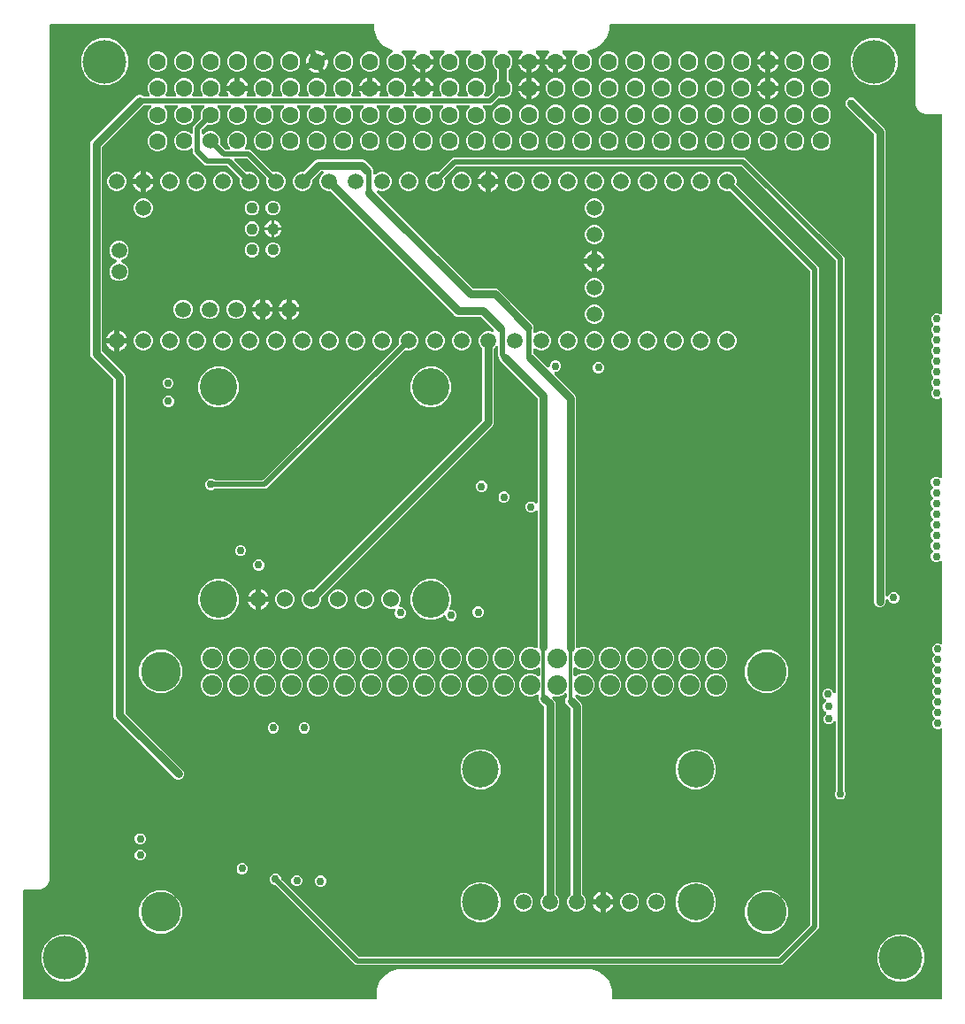
<source format=gbr>
G04 EAGLE Gerber RS-274X export*
G75*
%MOMM*%
%FSLAX34Y34*%
%LPD*%
%INCopper Layer 15*%
%IPPOS*%
%AMOC8*
5,1,8,0,0,1.08239X$1,22.5*%
G01*
%ADD10C,4.191000*%
%ADD11C,1.600200*%
%ADD12C,1.524000*%
%ADD13C,1.508000*%
%ADD14C,3.556000*%
%ADD15C,1.108000*%
%ADD16C,1.875000*%
%ADD17C,0.756400*%
%ADD18C,0.800000*%
%ADD19C,0.350000*%
%ADD20C,0.500000*%
%ADD21C,3.516000*%
%ADD22C,3.816000*%

G36*
X348387Y10799D02*
X348387Y10799D01*
X348413Y10797D01*
X348560Y10819D01*
X348707Y10836D01*
X348732Y10844D01*
X348758Y10848D01*
X348896Y10903D01*
X349035Y10953D01*
X349057Y10967D01*
X349082Y10977D01*
X349203Y11062D01*
X349328Y11142D01*
X349346Y11161D01*
X349368Y11176D01*
X349467Y11286D01*
X349570Y11393D01*
X349584Y11415D01*
X349601Y11435D01*
X349673Y11565D01*
X349749Y11692D01*
X349757Y11717D01*
X349770Y11740D01*
X349810Y11883D01*
X349855Y12024D01*
X349857Y12050D01*
X349865Y12075D01*
X349884Y12319D01*
X349884Y20873D01*
X352110Y27722D01*
X356342Y33548D01*
X362168Y37780D01*
X369017Y40006D01*
X555543Y40006D01*
X562392Y37780D01*
X568218Y33548D01*
X572450Y27722D01*
X574676Y20873D01*
X574676Y12319D01*
X574679Y12293D01*
X574677Y12267D01*
X574699Y12120D01*
X574716Y11973D01*
X574724Y11948D01*
X574728Y11922D01*
X574783Y11784D01*
X574833Y11645D01*
X574847Y11623D01*
X574857Y11598D01*
X574942Y11477D01*
X575022Y11352D01*
X575041Y11334D01*
X575056Y11312D01*
X575166Y11213D01*
X575273Y11110D01*
X575295Y11096D01*
X575315Y11079D01*
X575445Y11007D01*
X575572Y10931D01*
X575597Y10923D01*
X575620Y10910D01*
X575763Y10870D01*
X575904Y10825D01*
X575930Y10823D01*
X575955Y10815D01*
X576199Y10796D01*
X889381Y10796D01*
X889407Y10799D01*
X889433Y10797D01*
X889580Y10819D01*
X889727Y10836D01*
X889752Y10844D01*
X889778Y10848D01*
X889916Y10903D01*
X890055Y10953D01*
X890077Y10967D01*
X890102Y10977D01*
X890223Y11062D01*
X890348Y11142D01*
X890366Y11161D01*
X890388Y11176D01*
X890487Y11286D01*
X890590Y11393D01*
X890604Y11415D01*
X890621Y11435D01*
X890693Y11565D01*
X890769Y11692D01*
X890777Y11717D01*
X890790Y11740D01*
X890830Y11883D01*
X890875Y12024D01*
X890877Y12050D01*
X890885Y12075D01*
X890904Y12319D01*
X890904Y268697D01*
X890887Y268846D01*
X890875Y268997D01*
X890867Y269020D01*
X890864Y269044D01*
X890814Y269185D01*
X890768Y269328D01*
X890755Y269349D01*
X890747Y269372D01*
X890665Y269498D01*
X890588Y269627D01*
X890571Y269644D01*
X890558Y269664D01*
X890449Y269769D01*
X890345Y269877D01*
X890325Y269890D01*
X890307Y269907D01*
X890178Y269984D01*
X890052Y270065D01*
X890029Y270073D01*
X890008Y270086D01*
X889865Y270131D01*
X889723Y270182D01*
X889699Y270184D01*
X889676Y270192D01*
X889527Y270204D01*
X889377Y270221D01*
X889353Y270218D01*
X889329Y270220D01*
X889180Y270197D01*
X889031Y270180D01*
X889003Y270171D01*
X888984Y270168D01*
X888940Y270150D01*
X888798Y270105D01*
X887646Y269627D01*
X885534Y269627D01*
X883584Y270435D01*
X882091Y271928D01*
X881283Y273878D01*
X881283Y275990D01*
X882091Y277940D01*
X883088Y278937D01*
X883104Y278957D01*
X883124Y278974D01*
X883213Y279094D01*
X883305Y279210D01*
X883316Y279234D01*
X883331Y279255D01*
X883390Y279391D01*
X883454Y279525D01*
X883459Y279551D01*
X883469Y279575D01*
X883496Y279721D01*
X883527Y279866D01*
X883527Y279892D01*
X883531Y279918D01*
X883524Y280066D01*
X883521Y280214D01*
X883515Y280240D01*
X883513Y280266D01*
X883472Y280408D01*
X883436Y280552D01*
X883424Y280576D01*
X883417Y280601D01*
X883344Y280730D01*
X883276Y280862D01*
X883259Y280882D01*
X883247Y280905D01*
X883088Y281091D01*
X882091Y282088D01*
X881283Y284038D01*
X881283Y286150D01*
X882091Y288100D01*
X883088Y289097D01*
X883104Y289117D01*
X883124Y289134D01*
X883213Y289254D01*
X883305Y289370D01*
X883316Y289394D01*
X883331Y289415D01*
X883390Y289551D01*
X883454Y289685D01*
X883459Y289711D01*
X883469Y289735D01*
X883496Y289881D01*
X883527Y290026D01*
X883527Y290052D01*
X883531Y290078D01*
X883524Y290226D01*
X883521Y290374D01*
X883515Y290400D01*
X883513Y290426D01*
X883472Y290568D01*
X883436Y290712D01*
X883424Y290735D01*
X883417Y290761D01*
X883344Y290890D01*
X883276Y291022D01*
X883259Y291042D01*
X883247Y291065D01*
X883088Y291251D01*
X882091Y292248D01*
X881283Y294198D01*
X881283Y296310D01*
X882091Y298260D01*
X883088Y299257D01*
X883104Y299277D01*
X883124Y299294D01*
X883213Y299414D01*
X883305Y299530D01*
X883316Y299554D01*
X883331Y299575D01*
X883390Y299711D01*
X883454Y299845D01*
X883459Y299871D01*
X883469Y299895D01*
X883496Y300041D01*
X883527Y300186D01*
X883527Y300212D01*
X883531Y300238D01*
X883524Y300386D01*
X883521Y300534D01*
X883515Y300560D01*
X883513Y300586D01*
X883472Y300728D01*
X883436Y300872D01*
X883424Y300895D01*
X883417Y300921D01*
X883344Y301050D01*
X883276Y301182D01*
X883259Y301202D01*
X883247Y301225D01*
X883088Y301411D01*
X882091Y302408D01*
X881283Y304358D01*
X881283Y306470D01*
X882091Y308420D01*
X883088Y309417D01*
X883104Y309437D01*
X883124Y309454D01*
X883213Y309574D01*
X883305Y309690D01*
X883316Y309714D01*
X883331Y309735D01*
X883390Y309871D01*
X883454Y310005D01*
X883459Y310031D01*
X883469Y310055D01*
X883496Y310201D01*
X883527Y310346D01*
X883527Y310372D01*
X883531Y310398D01*
X883524Y310546D01*
X883521Y310694D01*
X883515Y310720D01*
X883513Y310746D01*
X883472Y310888D01*
X883436Y311032D01*
X883424Y311055D01*
X883417Y311081D01*
X883344Y311210D01*
X883276Y311342D01*
X883259Y311362D01*
X883247Y311385D01*
X883088Y311571D01*
X882091Y312568D01*
X881283Y314518D01*
X881283Y316630D01*
X882091Y318580D01*
X883088Y319577D01*
X883104Y319597D01*
X883124Y319614D01*
X883213Y319734D01*
X883305Y319850D01*
X883316Y319874D01*
X883331Y319895D01*
X883390Y320031D01*
X883454Y320165D01*
X883459Y320191D01*
X883469Y320215D01*
X883496Y320361D01*
X883527Y320506D01*
X883527Y320532D01*
X883531Y320558D01*
X883524Y320706D01*
X883521Y320854D01*
X883515Y320880D01*
X883513Y320906D01*
X883472Y321048D01*
X883436Y321192D01*
X883424Y321215D01*
X883417Y321241D01*
X883344Y321370D01*
X883276Y321502D01*
X883259Y321522D01*
X883247Y321545D01*
X883088Y321731D01*
X882091Y322728D01*
X881283Y324678D01*
X881283Y326790D01*
X882091Y328740D01*
X883088Y329737D01*
X883104Y329757D01*
X883124Y329774D01*
X883213Y329894D01*
X883305Y330010D01*
X883316Y330034D01*
X883331Y330055D01*
X883390Y330191D01*
X883454Y330325D01*
X883459Y330351D01*
X883469Y330375D01*
X883496Y330521D01*
X883527Y330666D01*
X883527Y330692D01*
X883531Y330718D01*
X883524Y330866D01*
X883521Y331014D01*
X883515Y331040D01*
X883513Y331066D01*
X883472Y331208D01*
X883436Y331352D01*
X883424Y331375D01*
X883417Y331401D01*
X883344Y331530D01*
X883276Y331662D01*
X883259Y331682D01*
X883247Y331705D01*
X883088Y331891D01*
X882091Y332888D01*
X881283Y334838D01*
X881283Y336950D01*
X882091Y338900D01*
X883088Y339897D01*
X883104Y339917D01*
X883124Y339934D01*
X883213Y340054D01*
X883305Y340170D01*
X883316Y340194D01*
X883331Y340215D01*
X883390Y340351D01*
X883454Y340485D01*
X883459Y340511D01*
X883469Y340535D01*
X883496Y340681D01*
X883527Y340826D01*
X883527Y340852D01*
X883531Y340878D01*
X883524Y341026D01*
X883521Y341174D01*
X883515Y341200D01*
X883513Y341226D01*
X883472Y341368D01*
X883436Y341512D01*
X883424Y341535D01*
X883417Y341561D01*
X883344Y341690D01*
X883276Y341822D01*
X883259Y341842D01*
X883247Y341865D01*
X883088Y342051D01*
X882091Y343048D01*
X881283Y344998D01*
X881283Y347110D01*
X882091Y349060D01*
X883584Y350553D01*
X885534Y351361D01*
X887646Y351361D01*
X888798Y350883D01*
X888943Y350842D01*
X889086Y350796D01*
X889110Y350794D01*
X889133Y350788D01*
X889284Y350780D01*
X889433Y350768D01*
X889457Y350772D01*
X889481Y350771D01*
X889629Y350798D01*
X889778Y350820D01*
X889800Y350829D01*
X889824Y350833D01*
X889962Y350893D01*
X890102Y350949D01*
X890122Y350963D01*
X890144Y350972D01*
X890265Y351062D01*
X890388Y351148D01*
X890404Y351166D01*
X890424Y351180D01*
X890521Y351295D01*
X890621Y351406D01*
X890633Y351428D01*
X890649Y351446D01*
X890717Y351580D01*
X890790Y351711D01*
X890796Y351735D01*
X890807Y351756D01*
X890844Y351902D01*
X890885Y352047D01*
X890887Y352076D01*
X890892Y352094D01*
X890892Y352142D01*
X890904Y352291D01*
X890904Y429166D01*
X890893Y429266D01*
X890891Y429366D01*
X890873Y429438D01*
X890864Y429512D01*
X890831Y429607D01*
X890806Y429704D01*
X890772Y429770D01*
X890747Y429840D01*
X890692Y429925D01*
X890646Y430014D01*
X890598Y430071D01*
X890558Y430133D01*
X890486Y430203D01*
X890421Y430279D01*
X890361Y430324D01*
X890307Y430375D01*
X890221Y430427D01*
X890140Y430487D01*
X890072Y430516D01*
X890008Y430554D01*
X889913Y430585D01*
X889820Y430625D01*
X889747Y430638D01*
X889676Y430660D01*
X889576Y430668D01*
X889477Y430686D01*
X889403Y430682D01*
X889329Y430688D01*
X889230Y430673D01*
X889129Y430668D01*
X889058Y430648D01*
X888984Y430637D01*
X888891Y430600D01*
X888794Y430572D01*
X888729Y430535D01*
X888660Y430508D01*
X888578Y430451D01*
X888490Y430402D01*
X888414Y430336D01*
X888374Y430309D01*
X888350Y430283D01*
X888304Y430243D01*
X888196Y430135D01*
X886246Y429327D01*
X884134Y429327D01*
X882184Y430135D01*
X880691Y431628D01*
X879883Y433578D01*
X879883Y435690D01*
X880691Y437640D01*
X881688Y438637D01*
X881704Y438657D01*
X881724Y438674D01*
X881813Y438794D01*
X881905Y438910D01*
X881916Y438934D01*
X881931Y438955D01*
X881990Y439091D01*
X882054Y439225D01*
X882059Y439251D01*
X882069Y439275D01*
X882096Y439421D01*
X882127Y439566D01*
X882127Y439592D01*
X882131Y439618D01*
X882124Y439766D01*
X882121Y439914D01*
X882115Y439940D01*
X882113Y439966D01*
X882072Y440108D01*
X882036Y440252D01*
X882024Y440275D01*
X882017Y440301D01*
X881944Y440430D01*
X881876Y440562D01*
X881859Y440582D01*
X881847Y440605D01*
X881688Y440791D01*
X880691Y441788D01*
X879883Y443738D01*
X879883Y445850D01*
X880691Y447800D01*
X881688Y448797D01*
X881704Y448817D01*
X881724Y448834D01*
X881813Y448954D01*
X881905Y449070D01*
X881916Y449094D01*
X881931Y449115D01*
X881990Y449251D01*
X882054Y449385D01*
X882059Y449411D01*
X882069Y449435D01*
X882096Y449581D01*
X882127Y449726D01*
X882127Y449752D01*
X882131Y449778D01*
X882124Y449926D01*
X882121Y450074D01*
X882115Y450100D01*
X882113Y450126D01*
X882072Y450268D01*
X882036Y450412D01*
X882024Y450436D01*
X882017Y450461D01*
X881944Y450590D01*
X881876Y450722D01*
X881859Y450742D01*
X881847Y450765D01*
X881688Y450951D01*
X880691Y451948D01*
X879883Y453898D01*
X879883Y456010D01*
X880691Y457960D01*
X881688Y458957D01*
X881704Y458977D01*
X881724Y458994D01*
X881813Y459114D01*
X881905Y459230D01*
X881916Y459254D01*
X881931Y459275D01*
X881990Y459411D01*
X882054Y459545D01*
X882059Y459571D01*
X882069Y459595D01*
X882096Y459741D01*
X882127Y459886D01*
X882127Y459912D01*
X882131Y459938D01*
X882124Y460086D01*
X882121Y460234D01*
X882115Y460260D01*
X882113Y460286D01*
X882072Y460428D01*
X882036Y460572D01*
X882024Y460595D01*
X882017Y460621D01*
X881944Y460750D01*
X881876Y460882D01*
X881859Y460902D01*
X881847Y460925D01*
X881688Y461111D01*
X880691Y462108D01*
X879883Y464058D01*
X879883Y466170D01*
X880691Y468120D01*
X881688Y469117D01*
X881704Y469137D01*
X881724Y469154D01*
X881813Y469274D01*
X881905Y469390D01*
X881916Y469414D01*
X881931Y469435D01*
X881990Y469571D01*
X882054Y469705D01*
X882059Y469731D01*
X882069Y469755D01*
X882096Y469901D01*
X882127Y470046D01*
X882127Y470072D01*
X882131Y470098D01*
X882124Y470246D01*
X882121Y470394D01*
X882115Y470420D01*
X882113Y470446D01*
X882072Y470588D01*
X882036Y470732D01*
X882024Y470755D01*
X882017Y470781D01*
X881944Y470910D01*
X881876Y471042D01*
X881859Y471062D01*
X881847Y471085D01*
X881688Y471271D01*
X880691Y472268D01*
X879883Y474218D01*
X879883Y476330D01*
X880691Y478280D01*
X881688Y479277D01*
X881704Y479297D01*
X881724Y479314D01*
X881813Y479434D01*
X881905Y479550D01*
X881916Y479574D01*
X881931Y479595D01*
X881990Y479731D01*
X882054Y479865D01*
X882059Y479891D01*
X882069Y479915D01*
X882096Y480061D01*
X882127Y480206D01*
X882127Y480232D01*
X882131Y480258D01*
X882124Y480406D01*
X882121Y480554D01*
X882115Y480580D01*
X882113Y480606D01*
X882072Y480748D01*
X882036Y480892D01*
X882024Y480915D01*
X882017Y480941D01*
X881944Y481070D01*
X881876Y481202D01*
X881859Y481222D01*
X881847Y481245D01*
X881688Y481431D01*
X880691Y482428D01*
X879883Y484378D01*
X879883Y486490D01*
X880691Y488440D01*
X881688Y489437D01*
X881704Y489457D01*
X881724Y489474D01*
X881813Y489594D01*
X881905Y489710D01*
X881916Y489734D01*
X881931Y489755D01*
X881990Y489891D01*
X882054Y490025D01*
X882059Y490051D01*
X882069Y490075D01*
X882096Y490221D01*
X882127Y490366D01*
X882127Y490392D01*
X882131Y490418D01*
X882124Y490566D01*
X882121Y490714D01*
X882115Y490740D01*
X882113Y490766D01*
X882072Y490908D01*
X882036Y491052D01*
X882024Y491075D01*
X882017Y491101D01*
X881944Y491230D01*
X881876Y491362D01*
X881859Y491382D01*
X881847Y491405D01*
X881688Y491591D01*
X880691Y492588D01*
X879883Y494538D01*
X879883Y496650D01*
X880691Y498600D01*
X881688Y499597D01*
X881704Y499617D01*
X881724Y499634D01*
X881813Y499754D01*
X881905Y499870D01*
X881916Y499894D01*
X881931Y499915D01*
X881990Y500051D01*
X882054Y500185D01*
X882059Y500211D01*
X882069Y500235D01*
X882096Y500381D01*
X882127Y500526D01*
X882127Y500552D01*
X882131Y500578D01*
X882124Y500726D01*
X882121Y500874D01*
X882115Y500900D01*
X882113Y500926D01*
X882072Y501068D01*
X882036Y501212D01*
X882024Y501235D01*
X882017Y501261D01*
X881944Y501390D01*
X881876Y501522D01*
X881859Y501542D01*
X881847Y501565D01*
X881688Y501751D01*
X880691Y502748D01*
X879883Y504698D01*
X879883Y506810D01*
X880691Y508760D01*
X882184Y510253D01*
X884134Y511061D01*
X886246Y511061D01*
X888196Y510253D01*
X888304Y510145D01*
X888383Y510082D01*
X888455Y510013D01*
X888519Y509975D01*
X888577Y509928D01*
X888668Y509885D01*
X888754Y509834D01*
X888825Y509811D01*
X888892Y509779D01*
X888990Y509758D01*
X889086Y509728D01*
X889160Y509722D01*
X889233Y509706D01*
X889333Y509708D01*
X889433Y509700D01*
X889507Y509711D01*
X889581Y509712D01*
X889679Y509736D01*
X889778Y509751D01*
X889847Y509779D01*
X889919Y509797D01*
X890008Y509843D01*
X890102Y509880D01*
X890163Y509923D01*
X890229Y509957D01*
X890305Y510022D01*
X890388Y510079D01*
X890438Y510134D01*
X890494Y510182D01*
X890554Y510263D01*
X890621Y510338D01*
X890657Y510403D01*
X890702Y510463D01*
X890741Y510555D01*
X890790Y510643D01*
X890810Y510714D01*
X890840Y510783D01*
X890857Y510882D01*
X890885Y510978D01*
X890893Y511078D01*
X890901Y511126D01*
X890899Y511161D01*
X890904Y511222D01*
X890904Y585066D01*
X890901Y585090D01*
X890903Y585113D01*
X890892Y585187D01*
X890891Y585267D01*
X890873Y585339D01*
X890864Y585412D01*
X890854Y585440D01*
X890852Y585458D01*
X890827Y585519D01*
X890806Y585605D01*
X890772Y585671D01*
X890747Y585740D01*
X890727Y585770D01*
X890723Y585782D01*
X890690Y585829D01*
X890646Y585915D01*
X890598Y585971D01*
X890558Y586033D01*
X890528Y586062D01*
X890524Y586068D01*
X890492Y586097D01*
X890485Y586103D01*
X890420Y586180D01*
X890360Y586224D01*
X890307Y586275D01*
X890268Y586299D01*
X890265Y586301D01*
X890245Y586312D01*
X890221Y586327D01*
X890139Y586387D01*
X890072Y586416D01*
X890008Y586454D01*
X889962Y586469D01*
X889960Y586470D01*
X889951Y586472D01*
X889912Y586485D01*
X889819Y586525D01*
X889747Y586538D01*
X889676Y586560D01*
X889625Y586564D01*
X889625Y586565D01*
X889575Y586569D01*
X889476Y586586D01*
X889403Y586582D01*
X889381Y586584D01*
X889380Y586584D01*
X889329Y586588D01*
X889229Y586573D01*
X889128Y586568D01*
X889057Y586548D01*
X889055Y586547D01*
X889030Y586544D01*
X889026Y586543D01*
X888984Y586537D01*
X888890Y586499D01*
X888793Y586471D01*
X888736Y586439D01*
X888702Y586427D01*
X888692Y586420D01*
X888660Y586408D01*
X888644Y586396D01*
X886546Y585527D01*
X884434Y585527D01*
X882484Y586335D01*
X880991Y587828D01*
X880183Y589778D01*
X880183Y591890D01*
X880991Y593840D01*
X881988Y594837D01*
X882004Y594857D01*
X882024Y594874D01*
X882113Y594994D01*
X882205Y595110D01*
X882216Y595134D01*
X882231Y595155D01*
X882290Y595291D01*
X882354Y595425D01*
X882359Y595451D01*
X882369Y595475D01*
X882396Y595621D01*
X882427Y595766D01*
X882427Y595792D01*
X882431Y595818D01*
X882424Y595966D01*
X882421Y596114D01*
X882415Y596140D01*
X882413Y596166D01*
X882372Y596308D01*
X882336Y596452D01*
X882324Y596475D01*
X882317Y596501D01*
X882244Y596630D01*
X882176Y596762D01*
X882159Y596782D01*
X882147Y596805D01*
X881988Y596991D01*
X880991Y597988D01*
X880183Y599938D01*
X880183Y602050D01*
X880991Y604000D01*
X881988Y604997D01*
X882004Y605017D01*
X882024Y605034D01*
X882113Y605154D01*
X882205Y605270D01*
X882216Y605294D01*
X882231Y605315D01*
X882290Y605451D01*
X882354Y605585D01*
X882359Y605611D01*
X882369Y605635D01*
X882396Y605781D01*
X882427Y605926D01*
X882427Y605952D01*
X882431Y605978D01*
X882424Y606126D01*
X882421Y606274D01*
X882415Y606300D01*
X882413Y606326D01*
X882372Y606468D01*
X882336Y606612D01*
X882324Y606636D01*
X882317Y606661D01*
X882244Y606790D01*
X882176Y606922D01*
X882159Y606942D01*
X882147Y606965D01*
X881988Y607151D01*
X880991Y608148D01*
X880183Y610098D01*
X880183Y612210D01*
X880991Y614160D01*
X881988Y615157D01*
X882004Y615177D01*
X882024Y615194D01*
X882113Y615314D01*
X882205Y615430D01*
X882216Y615454D01*
X882231Y615475D01*
X882290Y615611D01*
X882354Y615745D01*
X882359Y615771D01*
X882369Y615795D01*
X882396Y615941D01*
X882427Y616086D01*
X882427Y616112D01*
X882431Y616138D01*
X882424Y616286D01*
X882421Y616434D01*
X882415Y616460D01*
X882413Y616486D01*
X882372Y616628D01*
X882336Y616772D01*
X882324Y616795D01*
X882317Y616821D01*
X882244Y616950D01*
X882176Y617082D01*
X882159Y617102D01*
X882147Y617125D01*
X881988Y617311D01*
X880991Y618308D01*
X880183Y620258D01*
X880183Y622370D01*
X880991Y624320D01*
X881988Y625317D01*
X882004Y625337D01*
X882024Y625354D01*
X882113Y625474D01*
X882205Y625590D01*
X882216Y625614D01*
X882231Y625635D01*
X882290Y625771D01*
X882354Y625905D01*
X882359Y625931D01*
X882369Y625955D01*
X882396Y626101D01*
X882427Y626246D01*
X882427Y626272D01*
X882431Y626298D01*
X882424Y626446D01*
X882421Y626594D01*
X882415Y626620D01*
X882413Y626646D01*
X882372Y626788D01*
X882336Y626932D01*
X882324Y626955D01*
X882317Y626981D01*
X882244Y627110D01*
X882176Y627242D01*
X882159Y627262D01*
X882147Y627285D01*
X881988Y627471D01*
X880991Y628468D01*
X880183Y630418D01*
X880183Y632530D01*
X880991Y634480D01*
X881988Y635477D01*
X882004Y635497D01*
X882024Y635514D01*
X882113Y635634D01*
X882205Y635750D01*
X882216Y635774D01*
X882231Y635795D01*
X882290Y635931D01*
X882354Y636065D01*
X882359Y636091D01*
X882369Y636115D01*
X882396Y636261D01*
X882427Y636406D01*
X882427Y636432D01*
X882431Y636458D01*
X882424Y636606D01*
X882421Y636754D01*
X882415Y636780D01*
X882413Y636806D01*
X882372Y636948D01*
X882336Y637092D01*
X882324Y637115D01*
X882317Y637141D01*
X882244Y637270D01*
X882176Y637402D01*
X882159Y637422D01*
X882147Y637445D01*
X881988Y637631D01*
X880991Y638628D01*
X880183Y640578D01*
X880183Y642690D01*
X880991Y644640D01*
X881988Y645637D01*
X882004Y645657D01*
X882024Y645674D01*
X882113Y645794D01*
X882205Y645910D01*
X882216Y645934D01*
X882231Y645955D01*
X882290Y646091D01*
X882354Y646225D01*
X882359Y646251D01*
X882369Y646275D01*
X882396Y646421D01*
X882427Y646566D01*
X882427Y646592D01*
X882431Y646618D01*
X882424Y646766D01*
X882421Y646914D01*
X882415Y646940D01*
X882413Y646966D01*
X882372Y647108D01*
X882336Y647252D01*
X882324Y647275D01*
X882317Y647301D01*
X882244Y647430D01*
X882176Y647562D01*
X882159Y647582D01*
X882147Y647605D01*
X881988Y647791D01*
X880991Y648788D01*
X880183Y650738D01*
X880183Y652850D01*
X880991Y654800D01*
X881988Y655797D01*
X882004Y655817D01*
X882024Y655834D01*
X882113Y655954D01*
X882205Y656070D01*
X882216Y656094D01*
X882231Y656115D01*
X882290Y656251D01*
X882354Y656385D01*
X882359Y656411D01*
X882369Y656435D01*
X882396Y656581D01*
X882427Y656726D01*
X882427Y656752D01*
X882431Y656778D01*
X882424Y656926D01*
X882421Y657074D01*
X882415Y657100D01*
X882413Y657126D01*
X882372Y657268D01*
X882336Y657412D01*
X882324Y657435D01*
X882317Y657461D01*
X882244Y657590D01*
X882176Y657722D01*
X882159Y657742D01*
X882147Y657765D01*
X881988Y657951D01*
X880991Y658948D01*
X880183Y660898D01*
X880183Y663010D01*
X880991Y664960D01*
X882484Y666453D01*
X884434Y667261D01*
X886546Y667261D01*
X888688Y666373D01*
X888754Y666334D01*
X888824Y666311D01*
X888891Y666280D01*
X888990Y666258D01*
X889086Y666228D01*
X889159Y666222D01*
X889232Y666206D01*
X889333Y666208D01*
X889433Y666200D01*
X889506Y666211D01*
X889580Y666212D01*
X889678Y666236D01*
X889778Y666251D01*
X889846Y666279D01*
X889918Y666297D01*
X890008Y666343D01*
X890102Y666380D01*
X890162Y666422D01*
X890228Y666456D01*
X890305Y666521D01*
X890388Y666579D01*
X890437Y666634D01*
X890494Y666682D01*
X890554Y666763D01*
X890621Y666838D01*
X890657Y666902D01*
X890701Y666962D01*
X890741Y667054D01*
X890790Y667143D01*
X890810Y667214D01*
X890839Y667282D01*
X890857Y667381D01*
X890885Y667478D01*
X890893Y667578D01*
X890901Y667625D01*
X890899Y667661D01*
X890904Y667722D01*
X890904Y856361D01*
X890901Y856387D01*
X890903Y856413D01*
X890881Y856560D01*
X890864Y856707D01*
X890856Y856732D01*
X890852Y856758D01*
X890797Y856896D01*
X890747Y857035D01*
X890733Y857057D01*
X890723Y857082D01*
X890638Y857203D01*
X890558Y857328D01*
X890539Y857346D01*
X890524Y857368D01*
X890414Y857467D01*
X890307Y857570D01*
X890285Y857584D01*
X890265Y857601D01*
X890135Y857673D01*
X890008Y857749D01*
X889983Y857757D01*
X889960Y857770D01*
X889817Y857810D01*
X889676Y857855D01*
X889650Y857857D01*
X889625Y857865D01*
X889381Y857884D01*
X874153Y857884D01*
X870185Y859528D01*
X867148Y862565D01*
X865504Y866533D01*
X865504Y942721D01*
X865501Y942747D01*
X865503Y942773D01*
X865481Y942920D01*
X865464Y943067D01*
X865456Y943092D01*
X865452Y943118D01*
X865397Y943256D01*
X865347Y943395D01*
X865333Y943417D01*
X865323Y943442D01*
X865238Y943563D01*
X865158Y943688D01*
X865139Y943706D01*
X865124Y943728D01*
X865014Y943827D01*
X864907Y943930D01*
X864885Y943944D01*
X864865Y943961D01*
X864735Y944033D01*
X864608Y944109D01*
X864583Y944117D01*
X864560Y944130D01*
X864417Y944170D01*
X864276Y944215D01*
X864250Y944217D01*
X864225Y944225D01*
X863981Y944244D01*
X574040Y944244D01*
X573998Y944239D01*
X573921Y944240D01*
X573861Y944235D01*
X573805Y944224D01*
X573748Y944222D01*
X573537Y944172D01*
X573519Y944168D01*
X573515Y944166D01*
X573510Y944165D01*
X573396Y944128D01*
X573290Y944080D01*
X573181Y944039D01*
X573117Y944000D01*
X573079Y943983D01*
X573044Y943956D01*
X572972Y943912D01*
X572876Y943842D01*
X572789Y943763D01*
X572697Y943690D01*
X572649Y943634D01*
X572619Y943606D01*
X572594Y943569D01*
X572538Y943505D01*
X572468Y943408D01*
X572411Y943307D01*
X572346Y943209D01*
X572317Y943141D01*
X572297Y943105D01*
X572284Y943062D01*
X572252Y942984D01*
X572215Y942870D01*
X572204Y942814D01*
X572184Y942761D01*
X572156Y942585D01*
X572155Y942584D01*
X572155Y942582D01*
X572150Y942547D01*
X572146Y942529D01*
X572146Y942525D01*
X572145Y942519D01*
X572140Y942460D01*
X572142Y942418D01*
X572136Y942340D01*
X572136Y938619D01*
X569836Y931540D01*
X565461Y925519D01*
X559440Y921144D01*
X552324Y918832D01*
X552254Y918831D01*
X552182Y918813D01*
X552108Y918804D01*
X552014Y918771D01*
X551916Y918746D01*
X551850Y918712D01*
X551780Y918687D01*
X551696Y918632D01*
X551607Y918586D01*
X551550Y918538D01*
X551487Y918498D01*
X551418Y918426D01*
X551341Y918361D01*
X551297Y918301D01*
X551245Y918247D01*
X551194Y918161D01*
X551134Y918080D01*
X551105Y918012D01*
X551066Y917948D01*
X551036Y917852D01*
X550996Y917760D01*
X550983Y917687D01*
X550960Y917616D01*
X550952Y917516D01*
X550934Y917417D01*
X550938Y917343D01*
X550932Y917269D01*
X550947Y917169D01*
X550952Y917069D01*
X550973Y916998D01*
X550984Y916924D01*
X551021Y916831D01*
X551049Y916734D01*
X551085Y916669D01*
X551113Y916600D01*
X551170Y916518D01*
X551219Y916430D01*
X551284Y916354D01*
X551312Y916314D01*
X551338Y916290D01*
X551378Y916244D01*
X554176Y913446D01*
X555626Y909945D01*
X555626Y906155D01*
X554176Y902654D01*
X551496Y899974D01*
X547995Y898524D01*
X544205Y898524D01*
X540704Y899974D01*
X538024Y902654D01*
X536574Y906155D01*
X536574Y909945D01*
X538024Y913446D01*
X540822Y916244D01*
X540885Y916322D01*
X540955Y916395D01*
X540993Y916459D01*
X541039Y916517D01*
X541082Y916608D01*
X541134Y916694D01*
X541156Y916765D01*
X541188Y916832D01*
X541209Y916930D01*
X541240Y917026D01*
X541246Y917100D01*
X541261Y917173D01*
X541260Y917273D01*
X541268Y917373D01*
X541257Y917447D01*
X541255Y917521D01*
X541231Y917618D01*
X541216Y917718D01*
X541189Y917787D01*
X541170Y917859D01*
X541124Y917948D01*
X541087Y918042D01*
X541045Y918103D01*
X541011Y918169D01*
X540946Y918245D01*
X540888Y918328D01*
X540833Y918378D01*
X540785Y918434D01*
X540704Y918494D01*
X540630Y918561D01*
X540565Y918597D01*
X540505Y918642D01*
X540412Y918681D01*
X540325Y918730D01*
X540253Y918750D01*
X540185Y918780D01*
X540086Y918797D01*
X539989Y918825D01*
X539889Y918833D01*
X539842Y918841D01*
X539806Y918839D01*
X539745Y918844D01*
X528466Y918844D01*
X528420Y918839D01*
X528375Y918842D01*
X528248Y918819D01*
X528120Y918804D01*
X528077Y918789D01*
X528032Y918781D01*
X527913Y918730D01*
X527791Y918687D01*
X527753Y918662D01*
X527711Y918644D01*
X527607Y918568D01*
X527499Y918498D01*
X527467Y918465D01*
X527430Y918438D01*
X527346Y918340D01*
X527256Y918247D01*
X527233Y918208D01*
X527203Y918173D01*
X527144Y918059D01*
X527078Y917948D01*
X527064Y917905D01*
X527043Y917864D01*
X527011Y917739D01*
X526971Y917616D01*
X526968Y917571D01*
X526956Y917527D01*
X526954Y917397D01*
X526943Y917269D01*
X526950Y917224D01*
X526949Y917178D01*
X526976Y917052D01*
X526995Y916924D01*
X527012Y916882D01*
X527021Y916837D01*
X527076Y916720D01*
X527124Y916600D01*
X527150Y916563D01*
X527169Y916521D01*
X527249Y916420D01*
X527323Y916314D01*
X527357Y916284D01*
X527385Y916248D01*
X527565Y916093D01*
X528741Y914918D01*
X529716Y913575D01*
X530469Y912097D01*
X530918Y910716D01*
X521843Y910716D01*
X521817Y910713D01*
X521791Y910715D01*
X521644Y910693D01*
X521497Y910676D01*
X521472Y910668D01*
X521446Y910664D01*
X521309Y910609D01*
X521169Y910559D01*
X521147Y910545D01*
X521122Y910535D01*
X521001Y910450D01*
X520876Y910370D01*
X520858Y910351D01*
X520836Y910336D01*
X520737Y910226D01*
X520705Y910193D01*
X520700Y910200D01*
X520590Y910299D01*
X520483Y910402D01*
X520460Y910416D01*
X520441Y910433D01*
X520311Y910505D01*
X520184Y910581D01*
X520159Y910589D01*
X520136Y910602D01*
X519993Y910642D01*
X519852Y910687D01*
X519826Y910689D01*
X519801Y910697D01*
X519557Y910716D01*
X510482Y910716D01*
X510931Y912097D01*
X511684Y913575D01*
X512659Y914918D01*
X513839Y916097D01*
X513863Y916119D01*
X513901Y916144D01*
X513991Y916237D01*
X514086Y916324D01*
X514112Y916362D01*
X514144Y916395D01*
X514210Y916506D01*
X514283Y916612D01*
X514299Y916655D01*
X514322Y916694D01*
X514362Y916817D01*
X514408Y916937D01*
X514415Y916982D01*
X514429Y917026D01*
X514439Y917155D01*
X514457Y917282D01*
X514453Y917328D01*
X514457Y917373D01*
X514437Y917501D01*
X514426Y917629D01*
X514412Y917673D01*
X514405Y917718D01*
X514357Y917838D01*
X514317Y917960D01*
X514293Y917999D01*
X514276Y918042D01*
X514203Y918148D01*
X514135Y918258D01*
X514103Y918291D01*
X514077Y918328D01*
X513981Y918414D01*
X513891Y918506D01*
X513852Y918531D01*
X513818Y918561D01*
X513705Y918624D01*
X513596Y918693D01*
X513553Y918708D01*
X513513Y918730D01*
X513389Y918765D01*
X513267Y918807D01*
X513222Y918812D01*
X513178Y918825D01*
X512934Y918844D01*
X503066Y918844D01*
X503020Y918839D01*
X502975Y918842D01*
X502848Y918819D01*
X502720Y918804D01*
X502677Y918789D01*
X502632Y918781D01*
X502513Y918730D01*
X502391Y918687D01*
X502353Y918662D01*
X502311Y918644D01*
X502207Y918568D01*
X502099Y918498D01*
X502067Y918465D01*
X502030Y918438D01*
X501946Y918340D01*
X501856Y918247D01*
X501833Y918208D01*
X501803Y918173D01*
X501744Y918059D01*
X501678Y917948D01*
X501664Y917905D01*
X501643Y917864D01*
X501611Y917739D01*
X501571Y917616D01*
X501568Y917571D01*
X501556Y917527D01*
X501554Y917397D01*
X501543Y917269D01*
X501550Y917224D01*
X501549Y917178D01*
X501576Y917052D01*
X501595Y916924D01*
X501612Y916882D01*
X501621Y916837D01*
X501676Y916720D01*
X501724Y916600D01*
X501750Y916563D01*
X501769Y916521D01*
X501849Y916420D01*
X501923Y916314D01*
X501957Y916284D01*
X501985Y916248D01*
X502165Y916093D01*
X503341Y914918D01*
X504316Y913575D01*
X505069Y912097D01*
X505518Y910716D01*
X496443Y910716D01*
X496417Y910713D01*
X496391Y910715D01*
X496244Y910693D01*
X496097Y910676D01*
X496072Y910668D01*
X496046Y910664D01*
X495909Y910609D01*
X495769Y910559D01*
X495747Y910545D01*
X495722Y910535D01*
X495601Y910450D01*
X495476Y910370D01*
X495458Y910351D01*
X495436Y910336D01*
X495337Y910226D01*
X495305Y910193D01*
X495300Y910200D01*
X495190Y910299D01*
X495083Y910402D01*
X495060Y910416D01*
X495041Y910433D01*
X494911Y910505D01*
X494784Y910581D01*
X494759Y910589D01*
X494736Y910602D01*
X494593Y910642D01*
X494452Y910687D01*
X494426Y910689D01*
X494401Y910697D01*
X494157Y910716D01*
X485082Y910716D01*
X485531Y912097D01*
X486284Y913575D01*
X487259Y914918D01*
X488439Y916097D01*
X488463Y916119D01*
X488501Y916144D01*
X488591Y916237D01*
X488686Y916324D01*
X488712Y916362D01*
X488744Y916395D01*
X488810Y916506D01*
X488883Y916612D01*
X488899Y916655D01*
X488922Y916694D01*
X488962Y916817D01*
X489008Y916937D01*
X489015Y916982D01*
X489029Y917026D01*
X489039Y917155D01*
X489057Y917282D01*
X489053Y917328D01*
X489057Y917373D01*
X489037Y917501D01*
X489026Y917629D01*
X489012Y917673D01*
X489005Y917718D01*
X488957Y917838D01*
X488917Y917960D01*
X488893Y917999D01*
X488876Y918042D01*
X488803Y918148D01*
X488735Y918258D01*
X488703Y918291D01*
X488677Y918328D01*
X488581Y918414D01*
X488491Y918506D01*
X488452Y918531D01*
X488418Y918561D01*
X488305Y918624D01*
X488196Y918693D01*
X488153Y918708D01*
X488113Y918730D01*
X487989Y918765D01*
X487867Y918807D01*
X487822Y918812D01*
X487778Y918825D01*
X487534Y918844D01*
X476255Y918844D01*
X476155Y918833D01*
X476054Y918831D01*
X475982Y918813D01*
X475908Y918804D01*
X475814Y918771D01*
X475716Y918746D01*
X475650Y918712D01*
X475580Y918687D01*
X475496Y918632D01*
X475407Y918586D01*
X475350Y918538D01*
X475287Y918498D01*
X475218Y918426D01*
X475141Y918361D01*
X475097Y918301D01*
X475045Y918247D01*
X474994Y918161D01*
X474934Y918080D01*
X474905Y918012D01*
X474866Y917948D01*
X474836Y917852D01*
X474796Y917760D01*
X474783Y917687D01*
X474760Y917616D01*
X474752Y917516D01*
X474734Y917417D01*
X474738Y917343D01*
X474732Y917269D01*
X474747Y917169D01*
X474752Y917069D01*
X474773Y916998D01*
X474784Y916924D01*
X474821Y916831D01*
X474849Y916734D01*
X474885Y916669D01*
X474913Y916600D01*
X474970Y916518D01*
X475019Y916430D01*
X475084Y916354D01*
X475112Y916314D01*
X475138Y916290D01*
X475178Y916244D01*
X477976Y913446D01*
X479426Y909945D01*
X479426Y906155D01*
X477976Y902654D01*
X475871Y900549D01*
X475792Y900450D01*
X475708Y900357D01*
X475684Y900314D01*
X475654Y900276D01*
X475600Y900162D01*
X475539Y900052D01*
X475526Y900005D01*
X475505Y899961D01*
X475479Y899838D01*
X475444Y899716D01*
X475439Y899655D01*
X475432Y899621D01*
X475433Y899573D01*
X475425Y899472D01*
X475425Y891228D01*
X475427Y891204D01*
X475426Y891182D01*
X475440Y891086D01*
X475446Y890976D01*
X475459Y890929D01*
X475465Y890881D01*
X475475Y890852D01*
X475477Y890837D01*
X475508Y890761D01*
X475542Y890641D01*
X475566Y890599D01*
X475582Y890553D01*
X475603Y890521D01*
X475606Y890513D01*
X475631Y890477D01*
X475651Y890447D01*
X475712Y890337D01*
X475752Y890291D01*
X475771Y890261D01*
X475804Y890229D01*
X475805Y890227D01*
X475807Y890225D01*
X475871Y890151D01*
X477976Y888046D01*
X479426Y884545D01*
X479426Y880755D01*
X477976Y877254D01*
X475296Y874574D01*
X471795Y873124D01*
X468005Y873124D01*
X467574Y873303D01*
X467501Y873324D01*
X467431Y873354D01*
X467334Y873371D01*
X467239Y873398D01*
X467163Y873402D01*
X467088Y873416D01*
X466989Y873411D01*
X466891Y873415D01*
X466816Y873402D01*
X466740Y873398D01*
X466645Y873370D01*
X466548Y873353D01*
X466478Y873322D01*
X466405Y873301D01*
X466319Y873253D01*
X466229Y873214D01*
X466167Y873168D01*
X466101Y873131D01*
X465987Y873034D01*
X465949Y873006D01*
X465937Y872991D01*
X465914Y872973D01*
X462346Y869404D01*
X459542Y866600D01*
X452299Y866600D01*
X452199Y866589D01*
X452098Y866587D01*
X452026Y866569D01*
X451952Y866560D01*
X451858Y866527D01*
X451760Y866502D01*
X451694Y866468D01*
X451624Y866443D01*
X451540Y866388D01*
X451451Y866342D01*
X451394Y866294D01*
X451331Y866254D01*
X451262Y866182D01*
X451185Y866117D01*
X451141Y866057D01*
X451089Y866003D01*
X451038Y865917D01*
X450978Y865836D01*
X450949Y865768D01*
X450910Y865704D01*
X450880Y865608D01*
X450840Y865516D01*
X450827Y865443D01*
X450804Y865372D01*
X450796Y865272D01*
X450778Y865173D01*
X450782Y865099D01*
X450776Y865025D01*
X450791Y864925D01*
X450796Y864825D01*
X450817Y864754D01*
X450828Y864680D01*
X450865Y864587D01*
X450893Y864490D01*
X450929Y864425D01*
X450957Y864356D01*
X451014Y864274D01*
X451063Y864186D01*
X451128Y864110D01*
X451156Y864070D01*
X451182Y864046D01*
X451222Y864000D01*
X452576Y862646D01*
X454026Y859145D01*
X454026Y855355D01*
X452576Y851854D01*
X449896Y849174D01*
X446395Y847724D01*
X442605Y847724D01*
X439104Y849174D01*
X436424Y851854D01*
X434974Y855355D01*
X434974Y859145D01*
X436424Y862646D01*
X437778Y864000D01*
X437841Y864079D01*
X437911Y864151D01*
X437949Y864215D01*
X437995Y864273D01*
X438038Y864364D01*
X438090Y864450D01*
X438112Y864521D01*
X438144Y864588D01*
X438165Y864686D01*
X438196Y864782D01*
X438202Y864856D01*
X438217Y864929D01*
X438216Y865029D01*
X438224Y865129D01*
X438213Y865203D01*
X438211Y865277D01*
X438187Y865374D01*
X438172Y865474D01*
X438145Y865543D01*
X438126Y865615D01*
X438080Y865704D01*
X438043Y865798D01*
X438001Y865859D01*
X437967Y865925D01*
X437902Y866001D01*
X437844Y866084D01*
X437789Y866134D01*
X437741Y866190D01*
X437660Y866250D01*
X437586Y866317D01*
X437521Y866353D01*
X437461Y866398D01*
X437368Y866437D01*
X437281Y866486D01*
X437209Y866506D01*
X437141Y866536D01*
X437042Y866553D01*
X436945Y866581D01*
X436845Y866589D01*
X436798Y866597D01*
X436762Y866595D01*
X436701Y866600D01*
X426899Y866600D01*
X426799Y866589D01*
X426698Y866587D01*
X426626Y866569D01*
X426552Y866560D01*
X426458Y866527D01*
X426360Y866502D01*
X426294Y866468D01*
X426224Y866443D01*
X426140Y866388D01*
X426051Y866342D01*
X425994Y866294D01*
X425931Y866254D01*
X425862Y866182D01*
X425785Y866117D01*
X425741Y866057D01*
X425689Y866003D01*
X425638Y865917D01*
X425578Y865836D01*
X425549Y865768D01*
X425510Y865704D01*
X425480Y865608D01*
X425440Y865516D01*
X425427Y865443D01*
X425404Y865372D01*
X425396Y865272D01*
X425378Y865173D01*
X425382Y865099D01*
X425376Y865025D01*
X425391Y864925D01*
X425396Y864825D01*
X425417Y864754D01*
X425428Y864680D01*
X425465Y864587D01*
X425493Y864490D01*
X425529Y864425D01*
X425557Y864356D01*
X425614Y864274D01*
X425663Y864186D01*
X425728Y864110D01*
X425756Y864070D01*
X425782Y864046D01*
X425822Y864000D01*
X427176Y862646D01*
X428626Y859145D01*
X428626Y855355D01*
X427176Y851854D01*
X424496Y849174D01*
X420995Y847724D01*
X417205Y847724D01*
X413704Y849174D01*
X411024Y851854D01*
X409574Y855355D01*
X409574Y859145D01*
X411024Y862646D01*
X412378Y864000D01*
X412441Y864079D01*
X412511Y864151D01*
X412549Y864215D01*
X412595Y864273D01*
X412638Y864364D01*
X412690Y864450D01*
X412712Y864521D01*
X412744Y864588D01*
X412765Y864686D01*
X412796Y864782D01*
X412802Y864856D01*
X412817Y864929D01*
X412816Y865029D01*
X412824Y865129D01*
X412813Y865203D01*
X412811Y865277D01*
X412787Y865374D01*
X412772Y865474D01*
X412745Y865543D01*
X412726Y865615D01*
X412680Y865704D01*
X412643Y865798D01*
X412601Y865859D01*
X412567Y865925D01*
X412502Y866001D01*
X412444Y866084D01*
X412389Y866134D01*
X412341Y866190D01*
X412260Y866250D01*
X412186Y866317D01*
X412121Y866353D01*
X412061Y866398D01*
X411968Y866437D01*
X411881Y866486D01*
X411809Y866506D01*
X411741Y866536D01*
X411642Y866553D01*
X411545Y866581D01*
X411445Y866589D01*
X411398Y866597D01*
X411362Y866595D01*
X411301Y866600D01*
X401499Y866600D01*
X401399Y866589D01*
X401298Y866587D01*
X401226Y866569D01*
X401152Y866560D01*
X401058Y866527D01*
X400960Y866502D01*
X400894Y866468D01*
X400824Y866443D01*
X400740Y866388D01*
X400651Y866342D01*
X400594Y866294D01*
X400531Y866254D01*
X400462Y866182D01*
X400385Y866117D01*
X400341Y866057D01*
X400289Y866003D01*
X400238Y865917D01*
X400178Y865836D01*
X400149Y865768D01*
X400110Y865704D01*
X400080Y865608D01*
X400040Y865516D01*
X400027Y865443D01*
X400004Y865372D01*
X399996Y865272D01*
X399978Y865173D01*
X399982Y865099D01*
X399976Y865025D01*
X399991Y864925D01*
X399996Y864825D01*
X400017Y864754D01*
X400028Y864680D01*
X400065Y864587D01*
X400093Y864490D01*
X400129Y864425D01*
X400157Y864356D01*
X400214Y864274D01*
X400263Y864186D01*
X400328Y864110D01*
X400356Y864070D01*
X400382Y864046D01*
X400422Y864000D01*
X401776Y862646D01*
X403226Y859145D01*
X403226Y855355D01*
X401776Y851854D01*
X399096Y849174D01*
X395595Y847724D01*
X391805Y847724D01*
X388304Y849174D01*
X385624Y851854D01*
X384174Y855355D01*
X384174Y859145D01*
X385624Y862646D01*
X386978Y864000D01*
X387041Y864079D01*
X387111Y864151D01*
X387149Y864215D01*
X387195Y864273D01*
X387238Y864364D01*
X387290Y864450D01*
X387312Y864521D01*
X387344Y864588D01*
X387365Y864686D01*
X387396Y864782D01*
X387402Y864856D01*
X387417Y864929D01*
X387416Y865029D01*
X387424Y865129D01*
X387413Y865203D01*
X387411Y865277D01*
X387387Y865374D01*
X387372Y865474D01*
X387345Y865543D01*
X387326Y865615D01*
X387280Y865704D01*
X387243Y865798D01*
X387201Y865859D01*
X387167Y865925D01*
X387102Y866001D01*
X387044Y866084D01*
X386989Y866134D01*
X386941Y866190D01*
X386860Y866250D01*
X386786Y866317D01*
X386721Y866353D01*
X386661Y866398D01*
X386568Y866437D01*
X386481Y866486D01*
X386409Y866506D01*
X386341Y866536D01*
X386242Y866553D01*
X386145Y866581D01*
X386045Y866589D01*
X385998Y866597D01*
X385962Y866595D01*
X385901Y866600D01*
X376099Y866600D01*
X375999Y866589D01*
X375898Y866587D01*
X375826Y866569D01*
X375752Y866560D01*
X375658Y866527D01*
X375560Y866502D01*
X375494Y866468D01*
X375424Y866443D01*
X375340Y866388D01*
X375251Y866342D01*
X375194Y866294D01*
X375131Y866254D01*
X375062Y866182D01*
X374985Y866117D01*
X374941Y866057D01*
X374889Y866003D01*
X374838Y865917D01*
X374778Y865836D01*
X374749Y865768D01*
X374710Y865704D01*
X374680Y865608D01*
X374640Y865516D01*
X374627Y865443D01*
X374604Y865372D01*
X374596Y865272D01*
X374578Y865173D01*
X374582Y865099D01*
X374576Y865025D01*
X374591Y864925D01*
X374596Y864825D01*
X374617Y864754D01*
X374628Y864680D01*
X374665Y864587D01*
X374693Y864490D01*
X374729Y864425D01*
X374757Y864356D01*
X374814Y864274D01*
X374863Y864186D01*
X374928Y864110D01*
X374956Y864070D01*
X374982Y864046D01*
X375022Y864000D01*
X376376Y862646D01*
X377826Y859145D01*
X377826Y855355D01*
X376376Y851854D01*
X373696Y849174D01*
X370195Y847724D01*
X366405Y847724D01*
X362904Y849174D01*
X360224Y851854D01*
X358774Y855355D01*
X358774Y859145D01*
X360224Y862646D01*
X361578Y864000D01*
X361641Y864079D01*
X361711Y864151D01*
X361749Y864215D01*
X361795Y864273D01*
X361838Y864364D01*
X361890Y864450D01*
X361912Y864521D01*
X361944Y864588D01*
X361965Y864686D01*
X361996Y864782D01*
X362002Y864856D01*
X362017Y864929D01*
X362016Y865029D01*
X362024Y865129D01*
X362013Y865203D01*
X362011Y865277D01*
X361987Y865374D01*
X361972Y865474D01*
X361945Y865543D01*
X361926Y865615D01*
X361880Y865704D01*
X361843Y865798D01*
X361801Y865859D01*
X361767Y865925D01*
X361702Y866001D01*
X361644Y866084D01*
X361589Y866134D01*
X361541Y866190D01*
X361460Y866250D01*
X361386Y866317D01*
X361321Y866353D01*
X361261Y866398D01*
X361168Y866437D01*
X361081Y866486D01*
X361009Y866506D01*
X360941Y866536D01*
X360842Y866553D01*
X360745Y866581D01*
X360645Y866589D01*
X360598Y866597D01*
X360562Y866595D01*
X360501Y866600D01*
X350699Y866600D01*
X350599Y866589D01*
X350498Y866587D01*
X350426Y866569D01*
X350352Y866560D01*
X350258Y866527D01*
X350160Y866502D01*
X350094Y866468D01*
X350024Y866443D01*
X349940Y866388D01*
X349851Y866342D01*
X349794Y866294D01*
X349731Y866254D01*
X349662Y866182D01*
X349585Y866117D01*
X349541Y866057D01*
X349489Y866003D01*
X349438Y865917D01*
X349378Y865836D01*
X349349Y865768D01*
X349310Y865704D01*
X349280Y865608D01*
X349240Y865516D01*
X349227Y865443D01*
X349204Y865372D01*
X349196Y865272D01*
X349178Y865173D01*
X349182Y865099D01*
X349176Y865025D01*
X349191Y864925D01*
X349196Y864825D01*
X349217Y864754D01*
X349228Y864680D01*
X349265Y864587D01*
X349293Y864490D01*
X349329Y864425D01*
X349357Y864356D01*
X349414Y864274D01*
X349463Y864186D01*
X349528Y864110D01*
X349556Y864070D01*
X349582Y864046D01*
X349622Y864000D01*
X350976Y862646D01*
X352426Y859145D01*
X352426Y855355D01*
X350976Y851854D01*
X348296Y849174D01*
X344795Y847724D01*
X341005Y847724D01*
X337504Y849174D01*
X334824Y851854D01*
X333374Y855355D01*
X333374Y859145D01*
X334824Y862646D01*
X336178Y864000D01*
X336241Y864079D01*
X336311Y864151D01*
X336349Y864215D01*
X336395Y864273D01*
X336438Y864364D01*
X336490Y864450D01*
X336512Y864521D01*
X336544Y864588D01*
X336565Y864686D01*
X336596Y864782D01*
X336602Y864856D01*
X336617Y864929D01*
X336616Y865029D01*
X336624Y865129D01*
X336613Y865203D01*
X336611Y865277D01*
X336587Y865374D01*
X336572Y865474D01*
X336545Y865543D01*
X336526Y865615D01*
X336480Y865704D01*
X336443Y865798D01*
X336401Y865859D01*
X336367Y865925D01*
X336302Y866001D01*
X336244Y866084D01*
X336189Y866134D01*
X336141Y866190D01*
X336060Y866250D01*
X335986Y866317D01*
X335921Y866353D01*
X335861Y866398D01*
X335768Y866437D01*
X335681Y866486D01*
X335609Y866506D01*
X335541Y866536D01*
X335442Y866553D01*
X335345Y866581D01*
X335245Y866589D01*
X335198Y866597D01*
X335162Y866595D01*
X335101Y866600D01*
X325299Y866600D01*
X325199Y866589D01*
X325098Y866587D01*
X325026Y866569D01*
X324952Y866560D01*
X324858Y866527D01*
X324760Y866502D01*
X324694Y866468D01*
X324624Y866443D01*
X324540Y866388D01*
X324451Y866342D01*
X324394Y866294D01*
X324331Y866254D01*
X324262Y866182D01*
X324185Y866117D01*
X324141Y866057D01*
X324089Y866003D01*
X324038Y865917D01*
X323978Y865836D01*
X323949Y865768D01*
X323910Y865704D01*
X323880Y865608D01*
X323840Y865516D01*
X323827Y865443D01*
X323804Y865372D01*
X323796Y865272D01*
X323778Y865173D01*
X323782Y865099D01*
X323776Y865025D01*
X323791Y864925D01*
X323796Y864825D01*
X323817Y864754D01*
X323828Y864680D01*
X323865Y864587D01*
X323893Y864490D01*
X323929Y864425D01*
X323957Y864356D01*
X324014Y864274D01*
X324063Y864186D01*
X324128Y864110D01*
X324156Y864070D01*
X324182Y864046D01*
X324222Y864000D01*
X325576Y862646D01*
X327026Y859145D01*
X327026Y855355D01*
X325576Y851854D01*
X322896Y849174D01*
X319395Y847724D01*
X315605Y847724D01*
X312104Y849174D01*
X309424Y851854D01*
X307974Y855355D01*
X307974Y859145D01*
X309424Y862646D01*
X310778Y864000D01*
X310841Y864079D01*
X310911Y864151D01*
X310949Y864215D01*
X310995Y864273D01*
X311038Y864364D01*
X311090Y864450D01*
X311112Y864521D01*
X311144Y864588D01*
X311165Y864686D01*
X311196Y864782D01*
X311202Y864856D01*
X311217Y864929D01*
X311216Y865029D01*
X311224Y865129D01*
X311213Y865203D01*
X311211Y865277D01*
X311187Y865374D01*
X311172Y865474D01*
X311145Y865543D01*
X311126Y865615D01*
X311080Y865704D01*
X311043Y865798D01*
X311001Y865859D01*
X310967Y865925D01*
X310902Y866001D01*
X310844Y866084D01*
X310789Y866134D01*
X310741Y866190D01*
X310660Y866250D01*
X310586Y866317D01*
X310521Y866353D01*
X310461Y866398D01*
X310368Y866437D01*
X310281Y866486D01*
X310209Y866506D01*
X310141Y866536D01*
X310042Y866553D01*
X309945Y866581D01*
X309845Y866589D01*
X309798Y866597D01*
X309762Y866595D01*
X309701Y866600D01*
X299899Y866600D01*
X299799Y866589D01*
X299698Y866587D01*
X299626Y866569D01*
X299552Y866560D01*
X299458Y866527D01*
X299360Y866502D01*
X299294Y866468D01*
X299224Y866443D01*
X299140Y866388D01*
X299051Y866342D01*
X298994Y866294D01*
X298931Y866254D01*
X298862Y866182D01*
X298785Y866117D01*
X298741Y866057D01*
X298689Y866003D01*
X298638Y865917D01*
X298578Y865836D01*
X298549Y865768D01*
X298510Y865704D01*
X298480Y865608D01*
X298440Y865516D01*
X298427Y865443D01*
X298404Y865372D01*
X298396Y865272D01*
X298378Y865173D01*
X298382Y865099D01*
X298376Y865025D01*
X298391Y864925D01*
X298396Y864825D01*
X298417Y864754D01*
X298428Y864680D01*
X298465Y864587D01*
X298493Y864490D01*
X298529Y864425D01*
X298557Y864356D01*
X298614Y864274D01*
X298663Y864186D01*
X298728Y864110D01*
X298756Y864070D01*
X298782Y864046D01*
X298822Y864000D01*
X300176Y862646D01*
X301626Y859145D01*
X301626Y855355D01*
X300176Y851854D01*
X297496Y849174D01*
X293995Y847724D01*
X290205Y847724D01*
X286704Y849174D01*
X284024Y851854D01*
X282574Y855355D01*
X282574Y859145D01*
X284024Y862646D01*
X285378Y864000D01*
X285441Y864079D01*
X285511Y864151D01*
X285549Y864215D01*
X285595Y864273D01*
X285638Y864364D01*
X285690Y864450D01*
X285712Y864521D01*
X285744Y864588D01*
X285765Y864686D01*
X285796Y864782D01*
X285802Y864856D01*
X285817Y864929D01*
X285816Y865029D01*
X285824Y865129D01*
X285813Y865203D01*
X285811Y865277D01*
X285787Y865374D01*
X285772Y865474D01*
X285745Y865543D01*
X285726Y865615D01*
X285680Y865704D01*
X285643Y865798D01*
X285601Y865859D01*
X285567Y865925D01*
X285502Y866001D01*
X285444Y866084D01*
X285389Y866134D01*
X285341Y866190D01*
X285260Y866250D01*
X285186Y866317D01*
X285121Y866353D01*
X285061Y866398D01*
X284968Y866437D01*
X284881Y866486D01*
X284809Y866506D01*
X284741Y866536D01*
X284642Y866553D01*
X284545Y866581D01*
X284445Y866589D01*
X284398Y866597D01*
X284362Y866595D01*
X284301Y866600D01*
X274499Y866600D01*
X274399Y866589D01*
X274298Y866587D01*
X274226Y866569D01*
X274152Y866560D01*
X274058Y866527D01*
X273960Y866502D01*
X273894Y866468D01*
X273824Y866443D01*
X273740Y866388D01*
X273651Y866342D01*
X273594Y866294D01*
X273531Y866254D01*
X273462Y866182D01*
X273385Y866117D01*
X273341Y866057D01*
X273289Y866003D01*
X273238Y865917D01*
X273178Y865836D01*
X273149Y865768D01*
X273110Y865704D01*
X273080Y865608D01*
X273040Y865516D01*
X273027Y865443D01*
X273004Y865372D01*
X272996Y865272D01*
X272978Y865173D01*
X272982Y865099D01*
X272976Y865025D01*
X272991Y864925D01*
X272996Y864825D01*
X273017Y864754D01*
X273028Y864680D01*
X273065Y864587D01*
X273093Y864490D01*
X273129Y864425D01*
X273157Y864356D01*
X273214Y864274D01*
X273263Y864186D01*
X273328Y864110D01*
X273356Y864070D01*
X273382Y864046D01*
X273422Y864000D01*
X274776Y862646D01*
X276226Y859145D01*
X276226Y855355D01*
X274776Y851854D01*
X272096Y849174D01*
X268595Y847724D01*
X264805Y847724D01*
X261304Y849174D01*
X258624Y851854D01*
X257174Y855355D01*
X257174Y859145D01*
X258624Y862646D01*
X259978Y864000D01*
X260041Y864079D01*
X260111Y864151D01*
X260149Y864215D01*
X260195Y864273D01*
X260238Y864364D01*
X260290Y864450D01*
X260312Y864521D01*
X260344Y864588D01*
X260365Y864686D01*
X260396Y864782D01*
X260402Y864856D01*
X260417Y864929D01*
X260416Y865029D01*
X260424Y865129D01*
X260413Y865203D01*
X260411Y865277D01*
X260387Y865374D01*
X260372Y865474D01*
X260345Y865543D01*
X260326Y865615D01*
X260280Y865704D01*
X260243Y865798D01*
X260201Y865859D01*
X260167Y865925D01*
X260102Y866001D01*
X260044Y866084D01*
X259989Y866134D01*
X259941Y866190D01*
X259860Y866250D01*
X259786Y866317D01*
X259721Y866353D01*
X259661Y866398D01*
X259568Y866437D01*
X259481Y866486D01*
X259409Y866506D01*
X259341Y866536D01*
X259242Y866553D01*
X259145Y866581D01*
X259045Y866589D01*
X258998Y866597D01*
X258962Y866595D01*
X258901Y866600D01*
X249099Y866600D01*
X248999Y866589D01*
X248898Y866587D01*
X248826Y866569D01*
X248752Y866560D01*
X248658Y866527D01*
X248560Y866502D01*
X248494Y866468D01*
X248424Y866443D01*
X248340Y866388D01*
X248251Y866342D01*
X248194Y866294D01*
X248131Y866254D01*
X248062Y866182D01*
X247985Y866117D01*
X247941Y866057D01*
X247889Y866003D01*
X247838Y865917D01*
X247778Y865836D01*
X247749Y865768D01*
X247710Y865704D01*
X247680Y865608D01*
X247640Y865516D01*
X247627Y865443D01*
X247604Y865372D01*
X247596Y865272D01*
X247578Y865173D01*
X247582Y865099D01*
X247576Y865025D01*
X247591Y864925D01*
X247596Y864825D01*
X247617Y864754D01*
X247628Y864680D01*
X247665Y864587D01*
X247693Y864490D01*
X247729Y864425D01*
X247757Y864356D01*
X247814Y864274D01*
X247863Y864186D01*
X247928Y864110D01*
X247956Y864070D01*
X247982Y864046D01*
X248022Y864000D01*
X249376Y862646D01*
X250826Y859145D01*
X250826Y855355D01*
X249376Y851854D01*
X246696Y849174D01*
X243195Y847724D01*
X239405Y847724D01*
X235904Y849174D01*
X233224Y851854D01*
X231774Y855355D01*
X231774Y859145D01*
X233224Y862646D01*
X234578Y864000D01*
X234641Y864079D01*
X234711Y864151D01*
X234749Y864215D01*
X234795Y864273D01*
X234838Y864364D01*
X234890Y864450D01*
X234912Y864521D01*
X234944Y864588D01*
X234965Y864686D01*
X234996Y864782D01*
X235002Y864856D01*
X235017Y864929D01*
X235016Y865029D01*
X235024Y865129D01*
X235013Y865203D01*
X235011Y865277D01*
X234987Y865374D01*
X234972Y865474D01*
X234945Y865543D01*
X234926Y865615D01*
X234880Y865704D01*
X234843Y865798D01*
X234801Y865859D01*
X234767Y865925D01*
X234702Y866001D01*
X234644Y866084D01*
X234589Y866134D01*
X234541Y866190D01*
X234460Y866250D01*
X234386Y866317D01*
X234321Y866353D01*
X234261Y866398D01*
X234168Y866437D01*
X234081Y866486D01*
X234009Y866506D01*
X233941Y866536D01*
X233842Y866553D01*
X233745Y866581D01*
X233645Y866589D01*
X233598Y866597D01*
X233562Y866595D01*
X233501Y866600D01*
X223699Y866600D01*
X223599Y866589D01*
X223498Y866587D01*
X223426Y866569D01*
X223352Y866560D01*
X223258Y866527D01*
X223160Y866502D01*
X223094Y866468D01*
X223024Y866443D01*
X222940Y866388D01*
X222851Y866342D01*
X222794Y866294D01*
X222731Y866254D01*
X222662Y866182D01*
X222585Y866117D01*
X222541Y866057D01*
X222489Y866003D01*
X222438Y865917D01*
X222378Y865836D01*
X222349Y865768D01*
X222310Y865704D01*
X222280Y865608D01*
X222240Y865516D01*
X222227Y865443D01*
X222204Y865372D01*
X222196Y865272D01*
X222178Y865173D01*
X222182Y865099D01*
X222176Y865025D01*
X222191Y864925D01*
X222196Y864825D01*
X222217Y864754D01*
X222228Y864680D01*
X222265Y864587D01*
X222293Y864490D01*
X222329Y864425D01*
X222357Y864356D01*
X222414Y864274D01*
X222463Y864186D01*
X222528Y864110D01*
X222556Y864070D01*
X222582Y864046D01*
X222622Y864000D01*
X223976Y862646D01*
X225426Y859145D01*
X225426Y855355D01*
X223976Y851854D01*
X221296Y849174D01*
X217795Y847724D01*
X214005Y847724D01*
X210504Y849174D01*
X207824Y851854D01*
X206374Y855355D01*
X206374Y859145D01*
X207824Y862646D01*
X209178Y864000D01*
X209241Y864079D01*
X209311Y864151D01*
X209349Y864215D01*
X209395Y864273D01*
X209438Y864364D01*
X209490Y864450D01*
X209512Y864521D01*
X209544Y864588D01*
X209565Y864686D01*
X209596Y864782D01*
X209602Y864856D01*
X209617Y864929D01*
X209616Y865029D01*
X209624Y865129D01*
X209613Y865203D01*
X209611Y865277D01*
X209587Y865374D01*
X209572Y865474D01*
X209545Y865543D01*
X209526Y865615D01*
X209480Y865704D01*
X209443Y865798D01*
X209401Y865859D01*
X209367Y865925D01*
X209302Y866001D01*
X209244Y866084D01*
X209189Y866134D01*
X209141Y866190D01*
X209060Y866250D01*
X208986Y866317D01*
X208921Y866353D01*
X208861Y866398D01*
X208768Y866437D01*
X208681Y866486D01*
X208609Y866506D01*
X208541Y866536D01*
X208442Y866553D01*
X208345Y866581D01*
X208245Y866589D01*
X208198Y866597D01*
X208162Y866595D01*
X208101Y866600D01*
X198299Y866600D01*
X198199Y866589D01*
X198098Y866587D01*
X198026Y866569D01*
X197952Y866560D01*
X197858Y866527D01*
X197760Y866502D01*
X197694Y866468D01*
X197624Y866443D01*
X197540Y866388D01*
X197451Y866342D01*
X197394Y866294D01*
X197331Y866254D01*
X197262Y866182D01*
X197185Y866117D01*
X197141Y866057D01*
X197089Y866003D01*
X197038Y865917D01*
X196978Y865836D01*
X196949Y865768D01*
X196910Y865704D01*
X196880Y865608D01*
X196840Y865516D01*
X196827Y865443D01*
X196804Y865372D01*
X196796Y865272D01*
X196778Y865173D01*
X196782Y865099D01*
X196776Y865025D01*
X196791Y864925D01*
X196796Y864825D01*
X196817Y864754D01*
X196828Y864680D01*
X196865Y864587D01*
X196893Y864490D01*
X196929Y864425D01*
X196957Y864356D01*
X197014Y864274D01*
X197063Y864186D01*
X197128Y864110D01*
X197156Y864070D01*
X197182Y864046D01*
X197222Y864000D01*
X198576Y862646D01*
X200026Y859145D01*
X200026Y855355D01*
X198576Y851854D01*
X195896Y849174D01*
X192395Y847724D01*
X188605Y847724D01*
X188174Y847903D01*
X188101Y847924D01*
X188031Y847954D01*
X187934Y847971D01*
X187839Y847998D01*
X187763Y848002D01*
X187688Y848016D01*
X187589Y848011D01*
X187491Y848015D01*
X187416Y848002D01*
X187340Y847998D01*
X187245Y847970D01*
X187148Y847953D01*
X187078Y847922D01*
X187005Y847901D01*
X186919Y847853D01*
X186829Y847814D01*
X186767Y847768D01*
X186701Y847731D01*
X186587Y847634D01*
X186549Y847606D01*
X186537Y847591D01*
X186514Y847573D01*
X182271Y843329D01*
X182192Y843230D01*
X182108Y843136D01*
X182084Y843094D01*
X182054Y843056D01*
X182000Y842942D01*
X181939Y842831D01*
X181926Y842785D01*
X181905Y842741D01*
X181879Y842618D01*
X181844Y842496D01*
X181839Y842435D01*
X181832Y842400D01*
X181833Y842352D01*
X181825Y842252D01*
X181825Y840166D01*
X181836Y840066D01*
X181838Y839966D01*
X181856Y839893D01*
X181865Y839820D01*
X181899Y839725D01*
X181923Y839628D01*
X181957Y839562D01*
X181982Y839491D01*
X182037Y839407D01*
X182083Y839318D01*
X182131Y839261D01*
X182171Y839199D01*
X182243Y839129D01*
X182308Y839052D01*
X182368Y839008D01*
X182422Y838956D01*
X182508Y838905D01*
X182589Y838845D01*
X182657Y838816D01*
X182721Y838778D01*
X182817Y838747D01*
X182909Y838707D01*
X182982Y838694D01*
X183053Y838671D01*
X183153Y838663D01*
X183252Y838646D01*
X183326Y838649D01*
X183400Y838643D01*
X183500Y838658D01*
X183600Y838663D01*
X183671Y838684D01*
X183745Y838695D01*
X183838Y838732D01*
X183935Y838760D01*
X184000Y838796D01*
X184069Y838824D01*
X184151Y838881D01*
X184239Y838930D01*
X184315Y838995D01*
X184355Y839023D01*
X184379Y839049D01*
X184425Y839089D01*
X185320Y839984D01*
X188681Y841376D01*
X192319Y841376D01*
X195680Y839983D01*
X198252Y837411D01*
X199645Y834050D01*
X199645Y830412D01*
X199556Y830197D01*
X199535Y830123D01*
X199504Y830053D01*
X199487Y829956D01*
X199460Y829862D01*
X199456Y829786D01*
X199443Y829710D01*
X199448Y829612D01*
X199443Y829514D01*
X199457Y829439D01*
X199461Y829362D01*
X199488Y829268D01*
X199506Y829171D01*
X199536Y829101D01*
X199557Y829027D01*
X199605Y828941D01*
X199644Y828851D01*
X199690Y828790D01*
X199727Y828723D01*
X199824Y828610D01*
X199852Y828572D01*
X199867Y828559D01*
X199886Y828537D01*
X204328Y824095D01*
X204427Y824016D01*
X204521Y823932D01*
X204563Y823908D01*
X204601Y823878D01*
X204715Y823824D01*
X204826Y823763D01*
X204872Y823750D01*
X204916Y823729D01*
X205039Y823703D01*
X205161Y823668D01*
X205222Y823663D01*
X205257Y823656D01*
X205305Y823657D01*
X205405Y823649D01*
X207333Y823649D01*
X207433Y823660D01*
X207534Y823662D01*
X207606Y823680D01*
X207680Y823689D01*
X207774Y823722D01*
X207872Y823747D01*
X207938Y823781D01*
X208008Y823806D01*
X208092Y823861D01*
X208181Y823907D01*
X208238Y823955D01*
X208301Y823995D01*
X208370Y824067D01*
X208447Y824132D01*
X208491Y824192D01*
X208543Y824246D01*
X208594Y824332D01*
X208654Y824413D01*
X208683Y824481D01*
X208722Y824545D01*
X208752Y824640D01*
X208792Y824733D01*
X208805Y824806D01*
X208828Y824877D01*
X208836Y824977D01*
X208854Y825076D01*
X208850Y825150D01*
X208856Y825224D01*
X208841Y825323D01*
X208836Y825424D01*
X208815Y825495D01*
X208804Y825569D01*
X208767Y825662D01*
X208739Y825759D01*
X208703Y825824D01*
X208675Y825893D01*
X208618Y825975D01*
X208569Y826063D01*
X208504Y826139D01*
X208476Y826179D01*
X208450Y826203D01*
X208410Y826249D01*
X207824Y826835D01*
X206374Y830336D01*
X206374Y834126D01*
X207824Y837627D01*
X210504Y840307D01*
X214005Y841757D01*
X217795Y841757D01*
X221296Y840307D01*
X223976Y837627D01*
X225426Y834126D01*
X225426Y830336D01*
X223976Y826835D01*
X223390Y826249D01*
X223327Y826170D01*
X223257Y826098D01*
X223219Y826034D01*
X223173Y825976D01*
X223130Y825885D01*
X223078Y825799D01*
X223056Y825728D01*
X223024Y825661D01*
X223003Y825563D01*
X222972Y825467D01*
X222966Y825393D01*
X222951Y825320D01*
X222952Y825220D01*
X222944Y825120D01*
X222955Y825046D01*
X222957Y824972D01*
X222981Y824875D01*
X222996Y824775D01*
X223023Y824706D01*
X223042Y824634D01*
X223088Y824545D01*
X223125Y824451D01*
X223167Y824390D01*
X223201Y824324D01*
X223266Y824247D01*
X223324Y824165D01*
X223379Y824115D01*
X223427Y824059D01*
X223508Y823999D01*
X223582Y823932D01*
X223648Y823896D01*
X223707Y823851D01*
X223799Y823812D01*
X223887Y823763D01*
X223959Y823743D01*
X224027Y823713D01*
X224126Y823696D01*
X224223Y823668D01*
X224323Y823660D01*
X224370Y823652D01*
X224406Y823654D01*
X224467Y823649D01*
X228343Y823649D01*
X249167Y802825D01*
X249227Y802777D01*
X249280Y802722D01*
X249363Y802669D01*
X249440Y802608D01*
X249509Y802575D01*
X249574Y802534D01*
X249666Y802501D01*
X249755Y802459D01*
X249830Y802443D01*
X249902Y802417D01*
X250000Y802406D01*
X250096Y802386D01*
X250172Y802387D01*
X250248Y802378D01*
X250346Y802390D01*
X250444Y802392D01*
X250519Y802410D01*
X250594Y802419D01*
X250736Y802465D01*
X250782Y802477D01*
X250800Y802486D01*
X250827Y802494D01*
X250997Y802565D01*
X254603Y802565D01*
X257935Y801185D01*
X260485Y798635D01*
X261865Y795303D01*
X261865Y791697D01*
X260485Y788365D01*
X257935Y785815D01*
X254603Y784435D01*
X250997Y784435D01*
X247665Y785815D01*
X245115Y788365D01*
X243735Y791697D01*
X243735Y795303D01*
X243806Y795473D01*
X243827Y795546D01*
X243857Y795616D01*
X243874Y795713D01*
X243901Y795808D01*
X243905Y795884D01*
X243918Y795959D01*
X243913Y796058D01*
X243918Y796156D01*
X243904Y796231D01*
X243901Y796308D01*
X243873Y796402D01*
X243856Y796499D01*
X243825Y796569D01*
X243804Y796642D01*
X243756Y796728D01*
X243717Y796818D01*
X243671Y796880D01*
X243634Y796947D01*
X243537Y797060D01*
X243509Y797098D01*
X243494Y797111D01*
X243475Y797133D01*
X225455Y815153D01*
X225356Y815232D01*
X225262Y815316D01*
X225220Y815340D01*
X225182Y815370D01*
X225068Y815424D01*
X224957Y815485D01*
X224911Y815498D01*
X224867Y815519D01*
X224744Y815545D01*
X224622Y815580D01*
X224561Y815585D01*
X224526Y815592D01*
X224478Y815591D01*
X224378Y815599D01*
X214670Y815599D01*
X214570Y815588D01*
X214470Y815586D01*
X214398Y815568D01*
X214324Y815559D01*
X214229Y815526D01*
X214132Y815501D01*
X214066Y815467D01*
X213996Y815442D01*
X213911Y815387D01*
X213822Y815341D01*
X213765Y815293D01*
X213703Y815253D01*
X213633Y815181D01*
X213557Y815116D01*
X213512Y815056D01*
X213461Y815002D01*
X213409Y814916D01*
X213349Y814835D01*
X213320Y814767D01*
X213282Y814703D01*
X213251Y814607D01*
X213211Y814515D01*
X213198Y814442D01*
X213176Y814371D01*
X213168Y814271D01*
X213150Y814172D01*
X213154Y814098D01*
X213148Y814024D01*
X213163Y813924D01*
X213168Y813824D01*
X213188Y813753D01*
X213199Y813679D01*
X213236Y813586D01*
X213264Y813489D01*
X213301Y813424D01*
X213328Y813355D01*
X213385Y813273D01*
X213434Y813185D01*
X213500Y813109D01*
X213527Y813069D01*
X213553Y813045D01*
X213593Y812999D01*
X223767Y802825D01*
X223827Y802777D01*
X223880Y802722D01*
X223963Y802669D01*
X224040Y802608D01*
X224109Y802575D01*
X224174Y802534D01*
X224266Y802501D01*
X224355Y802459D01*
X224430Y802443D01*
X224502Y802417D01*
X224600Y802406D01*
X224696Y802386D01*
X224772Y802387D01*
X224848Y802378D01*
X224946Y802390D01*
X225044Y802392D01*
X225119Y802410D01*
X225194Y802419D01*
X225336Y802465D01*
X225382Y802477D01*
X225400Y802486D01*
X225427Y802494D01*
X225597Y802565D01*
X229203Y802565D01*
X232535Y801185D01*
X235085Y798635D01*
X236465Y795303D01*
X236465Y791697D01*
X235085Y788365D01*
X232535Y785815D01*
X229203Y784435D01*
X225597Y784435D01*
X222265Y785815D01*
X219715Y788365D01*
X218335Y791697D01*
X218335Y795303D01*
X218406Y795473D01*
X218427Y795546D01*
X218457Y795616D01*
X218474Y795713D01*
X218501Y795808D01*
X218505Y795884D01*
X218518Y795959D01*
X218513Y796058D01*
X218518Y796156D01*
X218504Y796231D01*
X218501Y796308D01*
X218473Y796402D01*
X218456Y796499D01*
X218425Y796569D01*
X218404Y796642D01*
X218356Y796728D01*
X218317Y796818D01*
X218271Y796880D01*
X218234Y796947D01*
X218137Y797060D01*
X218109Y797098D01*
X218094Y797111D01*
X218075Y797133D01*
X206579Y808629D01*
X206480Y808708D01*
X206386Y808792D01*
X206344Y808816D01*
X206306Y808846D01*
X206192Y808900D01*
X206081Y808961D01*
X206035Y808974D01*
X205991Y808995D01*
X205868Y809021D01*
X205746Y809056D01*
X205685Y809061D01*
X205650Y809068D01*
X205602Y809067D01*
X205502Y809075D01*
X185333Y809075D01*
X173775Y820633D01*
X173775Y823757D01*
X173764Y823857D01*
X173762Y823958D01*
X173744Y824030D01*
X173735Y824104D01*
X173701Y824198D01*
X173677Y824296D01*
X173643Y824362D01*
X173618Y824432D01*
X173563Y824516D01*
X173517Y824605D01*
X173469Y824662D01*
X173429Y824725D01*
X173357Y824794D01*
X173292Y824871D01*
X173232Y824915D01*
X173178Y824967D01*
X173092Y825018D01*
X173011Y825078D01*
X172943Y825107D01*
X172879Y825146D01*
X172784Y825176D01*
X172691Y825216D01*
X172618Y825229D01*
X172547Y825252D01*
X172447Y825260D01*
X172348Y825278D01*
X172274Y825274D01*
X172200Y825280D01*
X172100Y825265D01*
X172000Y825260D01*
X171929Y825239D01*
X171855Y825228D01*
X171762Y825191D01*
X171665Y825163D01*
X171600Y825127D01*
X171531Y825099D01*
X171449Y825042D01*
X171361Y824993D01*
X171285Y824928D01*
X171245Y824900D01*
X171221Y824874D01*
X171175Y824834D01*
X170496Y824155D01*
X166995Y822705D01*
X163205Y822705D01*
X159704Y824155D01*
X157024Y826835D01*
X155574Y830336D01*
X155574Y834126D01*
X157024Y837627D01*
X159704Y840307D01*
X163205Y841757D01*
X166995Y841757D01*
X170496Y840307D01*
X171175Y839628D01*
X171254Y839565D01*
X171326Y839495D01*
X171390Y839457D01*
X171448Y839411D01*
X171539Y839368D01*
X171625Y839316D01*
X171696Y839294D01*
X171763Y839262D01*
X171861Y839241D01*
X171957Y839210D01*
X172031Y839204D01*
X172104Y839189D01*
X172204Y839190D01*
X172304Y839182D01*
X172378Y839193D01*
X172452Y839195D01*
X172549Y839219D01*
X172649Y839234D01*
X172718Y839261D01*
X172790Y839280D01*
X172879Y839326D01*
X172973Y839363D01*
X173034Y839405D01*
X173100Y839439D01*
X173177Y839504D01*
X173259Y839562D01*
X173309Y839617D01*
X173365Y839665D01*
X173425Y839746D01*
X173492Y839820D01*
X173528Y839886D01*
X173573Y839945D01*
X173612Y840037D01*
X173661Y840125D01*
X173681Y840197D01*
X173711Y840265D01*
X173728Y840364D01*
X173756Y840461D01*
X173764Y840561D01*
X173772Y840608D01*
X173770Y840644D01*
X173775Y840705D01*
X173775Y846217D01*
X180823Y853264D01*
X180870Y853324D01*
X180925Y853377D01*
X180978Y853460D01*
X181039Y853537D01*
X181072Y853606D01*
X181113Y853671D01*
X181146Y853764D01*
X181188Y853852D01*
X181204Y853927D01*
X181230Y853999D01*
X181241Y854097D01*
X181261Y854193D01*
X181260Y854269D01*
X181269Y854346D01*
X181257Y854443D01*
X181255Y854542D01*
X181237Y854616D01*
X181228Y854692D01*
X181182Y854834D01*
X181170Y854880D01*
X181162Y854897D01*
X181153Y854924D01*
X180974Y855355D01*
X180974Y859145D01*
X182424Y862646D01*
X183778Y864000D01*
X183841Y864079D01*
X183911Y864151D01*
X183949Y864215D01*
X183995Y864273D01*
X184038Y864364D01*
X184090Y864450D01*
X184112Y864521D01*
X184144Y864588D01*
X184165Y864686D01*
X184196Y864782D01*
X184202Y864856D01*
X184217Y864929D01*
X184216Y865029D01*
X184224Y865129D01*
X184213Y865203D01*
X184211Y865277D01*
X184187Y865374D01*
X184172Y865474D01*
X184145Y865543D01*
X184126Y865615D01*
X184080Y865704D01*
X184043Y865798D01*
X184001Y865859D01*
X183967Y865925D01*
X183902Y866001D01*
X183844Y866084D01*
X183789Y866134D01*
X183741Y866190D01*
X183660Y866250D01*
X183586Y866317D01*
X183521Y866353D01*
X183461Y866398D01*
X183368Y866437D01*
X183281Y866486D01*
X183209Y866506D01*
X183141Y866536D01*
X183042Y866553D01*
X182945Y866581D01*
X182845Y866589D01*
X182798Y866597D01*
X182762Y866595D01*
X182701Y866600D01*
X172899Y866600D01*
X172799Y866589D01*
X172698Y866587D01*
X172626Y866569D01*
X172552Y866560D01*
X172458Y866527D01*
X172360Y866502D01*
X172294Y866468D01*
X172224Y866443D01*
X172140Y866388D01*
X172051Y866342D01*
X171994Y866294D01*
X171931Y866254D01*
X171862Y866182D01*
X171785Y866117D01*
X171741Y866057D01*
X171689Y866003D01*
X171638Y865917D01*
X171578Y865836D01*
X171549Y865768D01*
X171510Y865704D01*
X171480Y865608D01*
X171440Y865516D01*
X171427Y865443D01*
X171404Y865372D01*
X171396Y865272D01*
X171378Y865173D01*
X171382Y865099D01*
X171376Y865025D01*
X171391Y864925D01*
X171396Y864825D01*
X171417Y864754D01*
X171428Y864680D01*
X171465Y864587D01*
X171493Y864490D01*
X171529Y864425D01*
X171557Y864356D01*
X171614Y864274D01*
X171663Y864186D01*
X171728Y864110D01*
X171756Y864070D01*
X171782Y864046D01*
X171822Y864000D01*
X173176Y862646D01*
X174626Y859145D01*
X174626Y855355D01*
X173176Y851854D01*
X170496Y849174D01*
X166995Y847724D01*
X163205Y847724D01*
X159704Y849174D01*
X157024Y851854D01*
X155574Y855355D01*
X155574Y859145D01*
X157024Y862646D01*
X158378Y864000D01*
X158441Y864079D01*
X158511Y864151D01*
X158549Y864215D01*
X158595Y864273D01*
X158638Y864364D01*
X158690Y864450D01*
X158712Y864521D01*
X158744Y864588D01*
X158765Y864686D01*
X158796Y864782D01*
X158802Y864856D01*
X158817Y864929D01*
X158816Y865029D01*
X158824Y865129D01*
X158813Y865203D01*
X158811Y865277D01*
X158787Y865374D01*
X158772Y865474D01*
X158745Y865543D01*
X158726Y865615D01*
X158680Y865704D01*
X158643Y865798D01*
X158601Y865859D01*
X158567Y865925D01*
X158502Y866001D01*
X158444Y866084D01*
X158389Y866134D01*
X158341Y866190D01*
X158260Y866250D01*
X158186Y866317D01*
X158121Y866353D01*
X158061Y866398D01*
X157968Y866437D01*
X157881Y866486D01*
X157809Y866506D01*
X157741Y866536D01*
X157642Y866553D01*
X157545Y866581D01*
X157445Y866589D01*
X157398Y866597D01*
X157362Y866595D01*
X157301Y866600D01*
X147499Y866600D01*
X147399Y866589D01*
X147298Y866587D01*
X147226Y866569D01*
X147152Y866560D01*
X147058Y866527D01*
X146960Y866502D01*
X146894Y866468D01*
X146824Y866443D01*
X146740Y866388D01*
X146651Y866342D01*
X146594Y866294D01*
X146531Y866254D01*
X146462Y866182D01*
X146385Y866117D01*
X146341Y866057D01*
X146289Y866003D01*
X146238Y865917D01*
X146178Y865836D01*
X146149Y865768D01*
X146110Y865704D01*
X146080Y865608D01*
X146040Y865516D01*
X146027Y865443D01*
X146004Y865372D01*
X145996Y865272D01*
X145978Y865173D01*
X145982Y865099D01*
X145976Y865025D01*
X145991Y864925D01*
X145996Y864825D01*
X146017Y864754D01*
X146028Y864680D01*
X146065Y864587D01*
X146093Y864490D01*
X146129Y864425D01*
X146157Y864356D01*
X146214Y864274D01*
X146263Y864186D01*
X146328Y864110D01*
X146356Y864070D01*
X146382Y864046D01*
X146422Y864000D01*
X147776Y862646D01*
X149226Y859145D01*
X149226Y855355D01*
X147776Y851854D01*
X145096Y849174D01*
X141595Y847724D01*
X137805Y847724D01*
X134304Y849174D01*
X131624Y851854D01*
X130174Y855355D01*
X130174Y859145D01*
X131624Y862646D01*
X133053Y864075D01*
X133116Y864154D01*
X133186Y864226D01*
X133224Y864290D01*
X133270Y864348D01*
X133313Y864439D01*
X133365Y864525D01*
X133387Y864596D01*
X133419Y864663D01*
X133440Y864761D01*
X133471Y864857D01*
X133477Y864931D01*
X133492Y865004D01*
X133491Y865104D01*
X133499Y865204D01*
X133488Y865278D01*
X133486Y865352D01*
X133462Y865449D01*
X133447Y865549D01*
X133420Y865618D01*
X133401Y865690D01*
X133355Y865779D01*
X133318Y865873D01*
X133276Y865934D01*
X133242Y866000D01*
X133177Y866076D01*
X133119Y866159D01*
X133064Y866209D01*
X133016Y866265D01*
X132935Y866325D01*
X132861Y866392D01*
X132796Y866428D01*
X132736Y866473D01*
X132643Y866512D01*
X132556Y866561D01*
X132484Y866581D01*
X132416Y866611D01*
X132317Y866628D01*
X132220Y866656D01*
X132120Y866664D01*
X132073Y866672D01*
X132037Y866670D01*
X131976Y866675D01*
X126919Y866675D01*
X126794Y866661D01*
X126668Y866654D01*
X126621Y866641D01*
X126573Y866635D01*
X126454Y866593D01*
X126333Y866558D01*
X126291Y866534D01*
X126245Y866518D01*
X126139Y866449D01*
X126029Y866388D01*
X125982Y866348D01*
X125952Y866329D01*
X125919Y866294D01*
X125842Y866229D01*
X86871Y827258D01*
X86792Y827159D01*
X86708Y827065D01*
X86684Y827023D01*
X86654Y826985D01*
X86600Y826871D01*
X86539Y826760D01*
X86526Y826713D01*
X86505Y826670D01*
X86479Y826546D01*
X86444Y826424D01*
X86439Y826364D01*
X86432Y826329D01*
X86433Y826281D01*
X86425Y826181D01*
X86425Y631419D01*
X86439Y631294D01*
X86446Y631168D01*
X86459Y631121D01*
X86465Y631073D01*
X86507Y630954D01*
X86542Y630833D01*
X86566Y630790D01*
X86582Y630745D01*
X86651Y630639D01*
X86712Y630529D01*
X86752Y630482D01*
X86771Y630452D01*
X86806Y630419D01*
X86871Y630342D01*
X107784Y609430D01*
X108625Y607399D01*
X108625Y286019D01*
X108639Y285894D01*
X108646Y285768D01*
X108659Y285721D01*
X108665Y285673D01*
X108707Y285554D01*
X108742Y285433D01*
X108766Y285391D01*
X108782Y285345D01*
X108851Y285239D01*
X108912Y285129D01*
X108952Y285082D01*
X108971Y285052D01*
X109006Y285019D01*
X109071Y284942D01*
X164184Y229830D01*
X165025Y227799D01*
X165025Y225601D01*
X164184Y223570D01*
X162630Y222016D01*
X160599Y221175D01*
X158401Y221175D01*
X156370Y222016D01*
X98416Y279970D01*
X97575Y282001D01*
X97575Y603381D01*
X97574Y603390D01*
X97574Y603392D01*
X97573Y603404D01*
X97561Y603506D01*
X97554Y603632D01*
X97541Y603679D01*
X97535Y603727D01*
X97493Y603846D01*
X97458Y603967D01*
X97434Y604009D01*
X97418Y604055D01*
X97349Y604161D01*
X97288Y604271D01*
X97248Y604318D01*
X97229Y604348D01*
X97194Y604381D01*
X97129Y604458D01*
X76216Y625370D01*
X75375Y627401D01*
X75375Y830199D01*
X76216Y832230D01*
X119370Y875384D01*
X121401Y876225D01*
X123599Y876225D01*
X125630Y875384D01*
X125842Y875171D01*
X125941Y875092D01*
X126035Y875008D01*
X126077Y874984D01*
X126115Y874954D01*
X126229Y874900D01*
X126340Y874839D01*
X126387Y874826D01*
X126430Y874805D01*
X126554Y874779D01*
X126676Y874744D01*
X126736Y874739D01*
X126771Y874732D01*
X126819Y874733D01*
X126919Y874725D01*
X130476Y874725D01*
X130576Y874736D01*
X130677Y874738D01*
X130749Y874756D01*
X130823Y874765D01*
X130917Y874798D01*
X131015Y874823D01*
X131081Y874857D01*
X131151Y874882D01*
X131235Y874937D01*
X131324Y874983D01*
X131381Y875031D01*
X131444Y875071D01*
X131513Y875143D01*
X131590Y875209D01*
X131634Y875268D01*
X131686Y875322D01*
X131737Y875408D01*
X131797Y875489D01*
X131826Y875557D01*
X131865Y875621D01*
X131895Y875717D01*
X131935Y875809D01*
X131948Y875882D01*
X131971Y875953D01*
X131979Y876053D01*
X131997Y876152D01*
X131993Y876226D01*
X131999Y876300D01*
X131984Y876399D01*
X131979Y876500D01*
X131958Y876571D01*
X131947Y876645D01*
X131910Y876738D01*
X131882Y876835D01*
X131846Y876900D01*
X131818Y876969D01*
X131761Y877051D01*
X131712Y877139D01*
X131647Y877215D01*
X131631Y877238D01*
X130174Y880755D01*
X130174Y884545D01*
X131624Y888046D01*
X134304Y890726D01*
X137805Y892176D01*
X141595Y892176D01*
X145096Y890726D01*
X147776Y888046D01*
X149226Y884545D01*
X149226Y880755D01*
X147776Y877254D01*
X147772Y877250D01*
X147709Y877171D01*
X147639Y877099D01*
X147601Y877035D01*
X147555Y876977D01*
X147512Y876886D01*
X147460Y876800D01*
X147438Y876729D01*
X147406Y876662D01*
X147385Y876564D01*
X147354Y876468D01*
X147348Y876394D01*
X147333Y876321D01*
X147334Y876221D01*
X147326Y876121D01*
X147337Y876047D01*
X147339Y875973D01*
X147363Y875875D01*
X147378Y875776D01*
X147405Y875707D01*
X147424Y875635D01*
X147470Y875546D01*
X147507Y875452D01*
X147549Y875391D01*
X147583Y875325D01*
X147648Y875248D01*
X147706Y875166D01*
X147761Y875116D01*
X147809Y875060D01*
X147890Y875000D01*
X147964Y874933D01*
X148029Y874897D01*
X148089Y874853D01*
X148181Y874813D01*
X148269Y874764D01*
X148341Y874744D01*
X148409Y874714D01*
X148508Y874697D01*
X148605Y874669D01*
X148705Y874661D01*
X148752Y874653D01*
X148788Y874655D01*
X148849Y874650D01*
X155951Y874650D01*
X156051Y874661D01*
X156152Y874663D01*
X156224Y874681D01*
X156298Y874690D01*
X156392Y874724D01*
X156490Y874748D01*
X156556Y874782D01*
X156626Y874807D01*
X156710Y874862D01*
X156799Y874908D01*
X156856Y874956D01*
X156919Y874996D01*
X156988Y875068D01*
X157065Y875134D01*
X157109Y875193D01*
X157161Y875247D01*
X157212Y875333D01*
X157272Y875414D01*
X157301Y875482D01*
X157340Y875546D01*
X157370Y875642D01*
X157410Y875734D01*
X157423Y875807D01*
X157446Y875878D01*
X157454Y875978D01*
X157472Y876077D01*
X157468Y876151D01*
X157474Y876225D01*
X157459Y876324D01*
X157454Y876425D01*
X157433Y876496D01*
X157422Y876570D01*
X157385Y876663D01*
X157357Y876760D01*
X157321Y876825D01*
X157293Y876894D01*
X157236Y876976D01*
X157187Y877064D01*
X157122Y877140D01*
X157094Y877180D01*
X157068Y877204D01*
X157028Y877250D01*
X157024Y877254D01*
X155574Y880755D01*
X155574Y884545D01*
X157024Y888046D01*
X159704Y890726D01*
X163205Y892176D01*
X166995Y892176D01*
X170496Y890726D01*
X173176Y888046D01*
X174626Y884545D01*
X174626Y880755D01*
X173176Y877254D01*
X173172Y877250D01*
X173109Y877171D01*
X173039Y877099D01*
X173001Y877035D01*
X172955Y876977D01*
X172912Y876886D01*
X172860Y876800D01*
X172838Y876729D01*
X172806Y876662D01*
X172785Y876564D01*
X172754Y876468D01*
X172748Y876394D01*
X172733Y876321D01*
X172734Y876221D01*
X172726Y876121D01*
X172737Y876047D01*
X172739Y875973D01*
X172763Y875875D01*
X172778Y875776D01*
X172805Y875707D01*
X172824Y875635D01*
X172870Y875546D01*
X172907Y875452D01*
X172949Y875391D01*
X172983Y875325D01*
X173048Y875248D01*
X173106Y875166D01*
X173161Y875116D01*
X173209Y875060D01*
X173290Y875000D01*
X173364Y874933D01*
X173429Y874897D01*
X173489Y874853D01*
X173581Y874813D01*
X173669Y874764D01*
X173741Y874744D01*
X173809Y874714D01*
X173908Y874697D01*
X174005Y874669D01*
X174105Y874661D01*
X174152Y874653D01*
X174188Y874655D01*
X174249Y874650D01*
X181351Y874650D01*
X181451Y874661D01*
X181552Y874663D01*
X181624Y874681D01*
X181698Y874690D01*
X181792Y874724D01*
X181890Y874748D01*
X181956Y874782D01*
X182026Y874807D01*
X182110Y874862D01*
X182199Y874908D01*
X182256Y874956D01*
X182319Y874996D01*
X182388Y875068D01*
X182465Y875134D01*
X182509Y875193D01*
X182561Y875247D01*
X182612Y875333D01*
X182672Y875414D01*
X182701Y875482D01*
X182740Y875546D01*
X182770Y875642D01*
X182810Y875734D01*
X182823Y875807D01*
X182846Y875878D01*
X182854Y875978D01*
X182872Y876077D01*
X182868Y876151D01*
X182874Y876225D01*
X182859Y876324D01*
X182854Y876425D01*
X182833Y876496D01*
X182822Y876570D01*
X182785Y876663D01*
X182757Y876760D01*
X182721Y876825D01*
X182693Y876894D01*
X182636Y876976D01*
X182587Y877064D01*
X182522Y877140D01*
X182494Y877180D01*
X182468Y877204D01*
X182428Y877250D01*
X182424Y877254D01*
X180974Y880755D01*
X180974Y884545D01*
X182424Y888046D01*
X185104Y890726D01*
X188605Y892176D01*
X192395Y892176D01*
X195896Y890726D01*
X198576Y888046D01*
X200026Y884545D01*
X200026Y880755D01*
X198576Y877254D01*
X198572Y877250D01*
X198509Y877171D01*
X198439Y877099D01*
X198401Y877035D01*
X198355Y876977D01*
X198312Y876886D01*
X198260Y876800D01*
X198238Y876729D01*
X198206Y876662D01*
X198185Y876564D01*
X198154Y876468D01*
X198148Y876394D01*
X198133Y876321D01*
X198134Y876221D01*
X198126Y876121D01*
X198137Y876047D01*
X198139Y875973D01*
X198163Y875875D01*
X198178Y875776D01*
X198205Y875707D01*
X198224Y875635D01*
X198270Y875546D01*
X198307Y875452D01*
X198349Y875391D01*
X198383Y875325D01*
X198448Y875248D01*
X198506Y875166D01*
X198561Y875116D01*
X198609Y875060D01*
X198690Y875000D01*
X198764Y874933D01*
X198829Y874897D01*
X198889Y874853D01*
X198981Y874813D01*
X199069Y874764D01*
X199141Y874744D01*
X199209Y874714D01*
X199308Y874697D01*
X199405Y874669D01*
X199505Y874661D01*
X199552Y874653D01*
X199588Y874655D01*
X199649Y874650D01*
X205693Y874650D01*
X205846Y874667D01*
X206002Y874681D01*
X206020Y874687D01*
X206039Y874690D01*
X206185Y874742D01*
X206332Y874791D01*
X206349Y874801D01*
X206367Y874807D01*
X206498Y874892D01*
X206630Y874972D01*
X206644Y874986D01*
X206660Y874996D01*
X206768Y875108D01*
X206878Y875217D01*
X206889Y875233D01*
X206902Y875247D01*
X206982Y875380D01*
X207065Y875511D01*
X207071Y875529D01*
X207081Y875546D01*
X207128Y875693D01*
X207179Y875840D01*
X207181Y875859D01*
X207187Y875878D01*
X207200Y876032D01*
X207216Y876187D01*
X207214Y876206D01*
X207215Y876225D01*
X207192Y876379D01*
X207173Y876533D01*
X207166Y876551D01*
X207163Y876570D01*
X207106Y876714D01*
X207052Y876860D01*
X207040Y876879D01*
X207035Y876894D01*
X207010Y876930D01*
X206925Y877068D01*
X206884Y877125D01*
X206131Y878603D01*
X205682Y879984D01*
X214757Y879984D01*
X214783Y879987D01*
X214809Y879985D01*
X214956Y880007D01*
X215103Y880024D01*
X215128Y880032D01*
X215154Y880036D01*
X215291Y880091D01*
X215431Y880141D01*
X215453Y880155D01*
X215478Y880165D01*
X215599Y880250D01*
X215724Y880330D01*
X215742Y880349D01*
X215764Y880364D01*
X215863Y880474D01*
X215895Y880507D01*
X215900Y880500D01*
X216010Y880401D01*
X216117Y880298D01*
X216140Y880284D01*
X216159Y880267D01*
X216289Y880195D01*
X216416Y880119D01*
X216441Y880111D01*
X216464Y880098D01*
X216607Y880058D01*
X216748Y880013D01*
X216774Y880010D01*
X216799Y880003D01*
X217043Y879984D01*
X226118Y879984D01*
X225669Y878603D01*
X224916Y877125D01*
X224875Y877068D01*
X224799Y876933D01*
X224719Y876800D01*
X224713Y876782D01*
X224704Y876765D01*
X224660Y876616D01*
X224613Y876468D01*
X224611Y876449D01*
X224606Y876430D01*
X224597Y876276D01*
X224585Y876121D01*
X224588Y876102D01*
X224587Y876083D01*
X224614Y875930D01*
X224637Y875776D01*
X224644Y875758D01*
X224647Y875739D01*
X224708Y875597D01*
X224765Y875452D01*
X224776Y875436D01*
X224784Y875419D01*
X224876Y875293D01*
X224964Y875166D01*
X224979Y875153D01*
X224990Y875138D01*
X225108Y875037D01*
X225223Y874933D01*
X225240Y874923D01*
X225255Y874911D01*
X225392Y874839D01*
X225528Y874764D01*
X225547Y874759D01*
X225564Y874750D01*
X225714Y874712D01*
X225863Y874669D01*
X225886Y874668D01*
X225901Y874664D01*
X225945Y874663D01*
X226107Y874650D01*
X232151Y874650D01*
X232251Y874661D01*
X232352Y874663D01*
X232424Y874681D01*
X232498Y874690D01*
X232592Y874724D01*
X232690Y874748D01*
X232756Y874782D01*
X232826Y874807D01*
X232910Y874862D01*
X232999Y874908D01*
X233056Y874956D01*
X233119Y874996D01*
X233188Y875068D01*
X233265Y875134D01*
X233309Y875193D01*
X233361Y875247D01*
X233412Y875333D01*
X233472Y875414D01*
X233501Y875482D01*
X233540Y875546D01*
X233570Y875642D01*
X233610Y875734D01*
X233623Y875807D01*
X233646Y875878D01*
X233654Y875978D01*
X233672Y876077D01*
X233668Y876151D01*
X233674Y876225D01*
X233659Y876324D01*
X233654Y876425D01*
X233633Y876496D01*
X233622Y876570D01*
X233585Y876663D01*
X233557Y876760D01*
X233521Y876825D01*
X233493Y876894D01*
X233436Y876976D01*
X233387Y877064D01*
X233322Y877140D01*
X233294Y877180D01*
X233268Y877204D01*
X233228Y877250D01*
X233224Y877254D01*
X231774Y880755D01*
X231774Y884545D01*
X233224Y888046D01*
X235904Y890726D01*
X239405Y892176D01*
X243195Y892176D01*
X246696Y890726D01*
X249376Y888046D01*
X250826Y884545D01*
X250826Y880755D01*
X249376Y877254D01*
X249372Y877250D01*
X249309Y877171D01*
X249239Y877099D01*
X249201Y877035D01*
X249155Y876977D01*
X249112Y876886D01*
X249060Y876800D01*
X249038Y876729D01*
X249006Y876662D01*
X248985Y876564D01*
X248954Y876468D01*
X248948Y876394D01*
X248933Y876321D01*
X248934Y876221D01*
X248926Y876121D01*
X248937Y876047D01*
X248939Y875973D01*
X248963Y875875D01*
X248978Y875776D01*
X249005Y875707D01*
X249024Y875635D01*
X249070Y875546D01*
X249107Y875452D01*
X249149Y875391D01*
X249183Y875325D01*
X249248Y875248D01*
X249306Y875166D01*
X249361Y875116D01*
X249409Y875060D01*
X249490Y875000D01*
X249564Y874933D01*
X249629Y874897D01*
X249689Y874853D01*
X249781Y874813D01*
X249869Y874764D01*
X249941Y874744D01*
X250009Y874714D01*
X250108Y874697D01*
X250205Y874669D01*
X250305Y874661D01*
X250352Y874653D01*
X250388Y874655D01*
X250449Y874650D01*
X257551Y874650D01*
X257651Y874661D01*
X257752Y874663D01*
X257824Y874681D01*
X257898Y874690D01*
X257992Y874724D01*
X258090Y874748D01*
X258156Y874782D01*
X258226Y874807D01*
X258310Y874862D01*
X258399Y874908D01*
X258456Y874956D01*
X258519Y874996D01*
X258588Y875068D01*
X258665Y875134D01*
X258709Y875193D01*
X258761Y875247D01*
X258812Y875333D01*
X258872Y875414D01*
X258901Y875482D01*
X258940Y875546D01*
X258970Y875642D01*
X259010Y875734D01*
X259023Y875807D01*
X259046Y875878D01*
X259054Y875978D01*
X259072Y876077D01*
X259068Y876151D01*
X259074Y876225D01*
X259059Y876324D01*
X259054Y876425D01*
X259033Y876496D01*
X259022Y876570D01*
X258985Y876663D01*
X258957Y876760D01*
X258921Y876825D01*
X258893Y876894D01*
X258836Y876976D01*
X258787Y877064D01*
X258722Y877140D01*
X258694Y877180D01*
X258668Y877204D01*
X258628Y877250D01*
X258624Y877254D01*
X257174Y880755D01*
X257174Y884545D01*
X258624Y888046D01*
X261304Y890726D01*
X264805Y892176D01*
X268595Y892176D01*
X272096Y890726D01*
X274776Y888046D01*
X276226Y884545D01*
X276226Y880755D01*
X274776Y877254D01*
X274772Y877250D01*
X274709Y877171D01*
X274639Y877099D01*
X274601Y877035D01*
X274555Y876977D01*
X274512Y876886D01*
X274460Y876800D01*
X274438Y876729D01*
X274406Y876662D01*
X274385Y876564D01*
X274354Y876468D01*
X274348Y876394D01*
X274333Y876321D01*
X274334Y876221D01*
X274326Y876121D01*
X274337Y876047D01*
X274339Y875973D01*
X274363Y875875D01*
X274378Y875776D01*
X274405Y875707D01*
X274424Y875635D01*
X274470Y875546D01*
X274507Y875452D01*
X274549Y875391D01*
X274583Y875325D01*
X274648Y875248D01*
X274706Y875166D01*
X274761Y875116D01*
X274809Y875060D01*
X274890Y875000D01*
X274964Y874933D01*
X275029Y874897D01*
X275089Y874853D01*
X275181Y874813D01*
X275269Y874764D01*
X275341Y874744D01*
X275409Y874714D01*
X275508Y874697D01*
X275605Y874669D01*
X275705Y874661D01*
X275752Y874653D01*
X275788Y874655D01*
X275849Y874650D01*
X282951Y874650D01*
X283051Y874661D01*
X283152Y874663D01*
X283224Y874681D01*
X283298Y874690D01*
X283392Y874724D01*
X283490Y874748D01*
X283556Y874782D01*
X283626Y874807D01*
X283710Y874862D01*
X283799Y874908D01*
X283856Y874956D01*
X283919Y874996D01*
X283988Y875068D01*
X284065Y875134D01*
X284109Y875193D01*
X284161Y875247D01*
X284212Y875333D01*
X284272Y875414D01*
X284301Y875482D01*
X284340Y875546D01*
X284370Y875642D01*
X284410Y875734D01*
X284423Y875807D01*
X284446Y875878D01*
X284454Y875978D01*
X284472Y876077D01*
X284468Y876151D01*
X284474Y876225D01*
X284459Y876324D01*
X284454Y876425D01*
X284433Y876496D01*
X284422Y876570D01*
X284385Y876663D01*
X284357Y876760D01*
X284321Y876825D01*
X284293Y876894D01*
X284236Y876976D01*
X284187Y877064D01*
X284122Y877140D01*
X284094Y877180D01*
X284068Y877204D01*
X284028Y877250D01*
X284024Y877254D01*
X282574Y880755D01*
X282574Y884545D01*
X284024Y888046D01*
X286704Y890726D01*
X290205Y892176D01*
X293995Y892176D01*
X297496Y890726D01*
X300176Y888046D01*
X301626Y884545D01*
X301626Y880755D01*
X300176Y877254D01*
X300172Y877250D01*
X300109Y877171D01*
X300039Y877099D01*
X300001Y877035D01*
X299955Y876977D01*
X299912Y876886D01*
X299860Y876800D01*
X299838Y876729D01*
X299806Y876662D01*
X299785Y876564D01*
X299754Y876468D01*
X299748Y876394D01*
X299733Y876321D01*
X299734Y876221D01*
X299726Y876121D01*
X299737Y876047D01*
X299739Y875973D01*
X299763Y875875D01*
X299778Y875776D01*
X299805Y875707D01*
X299824Y875635D01*
X299870Y875546D01*
X299907Y875452D01*
X299949Y875391D01*
X299983Y875325D01*
X300048Y875248D01*
X300106Y875166D01*
X300161Y875116D01*
X300209Y875060D01*
X300290Y875000D01*
X300364Y874933D01*
X300429Y874897D01*
X300489Y874853D01*
X300581Y874813D01*
X300669Y874764D01*
X300741Y874744D01*
X300809Y874714D01*
X300908Y874697D01*
X301005Y874669D01*
X301105Y874661D01*
X301152Y874653D01*
X301188Y874655D01*
X301249Y874650D01*
X308351Y874650D01*
X308451Y874661D01*
X308552Y874663D01*
X308624Y874681D01*
X308698Y874690D01*
X308792Y874724D01*
X308890Y874748D01*
X308956Y874782D01*
X309026Y874807D01*
X309110Y874862D01*
X309199Y874908D01*
X309256Y874956D01*
X309319Y874996D01*
X309388Y875068D01*
X309465Y875134D01*
X309509Y875193D01*
X309561Y875247D01*
X309612Y875333D01*
X309672Y875414D01*
X309701Y875482D01*
X309740Y875546D01*
X309770Y875642D01*
X309810Y875734D01*
X309823Y875807D01*
X309846Y875878D01*
X309854Y875978D01*
X309872Y876077D01*
X309868Y876151D01*
X309874Y876225D01*
X309859Y876324D01*
X309854Y876425D01*
X309833Y876496D01*
X309822Y876570D01*
X309785Y876663D01*
X309757Y876760D01*
X309721Y876825D01*
X309693Y876894D01*
X309636Y876976D01*
X309587Y877064D01*
X309522Y877140D01*
X309494Y877180D01*
X309468Y877204D01*
X309428Y877250D01*
X309424Y877254D01*
X307974Y880755D01*
X307974Y884545D01*
X309424Y888046D01*
X312104Y890726D01*
X315605Y892176D01*
X319395Y892176D01*
X322896Y890726D01*
X325576Y888046D01*
X327026Y884545D01*
X327026Y880755D01*
X325576Y877254D01*
X325572Y877250D01*
X325509Y877171D01*
X325439Y877099D01*
X325401Y877035D01*
X325355Y876977D01*
X325312Y876886D01*
X325260Y876800D01*
X325238Y876729D01*
X325206Y876662D01*
X325185Y876564D01*
X325154Y876468D01*
X325148Y876394D01*
X325133Y876321D01*
X325134Y876221D01*
X325126Y876121D01*
X325137Y876047D01*
X325139Y875973D01*
X325163Y875875D01*
X325178Y875776D01*
X325205Y875707D01*
X325224Y875635D01*
X325270Y875546D01*
X325307Y875452D01*
X325349Y875391D01*
X325383Y875325D01*
X325448Y875248D01*
X325506Y875166D01*
X325561Y875116D01*
X325609Y875060D01*
X325690Y875000D01*
X325764Y874933D01*
X325829Y874897D01*
X325889Y874853D01*
X325981Y874813D01*
X326069Y874764D01*
X326141Y874744D01*
X326209Y874714D01*
X326308Y874697D01*
X326405Y874669D01*
X326505Y874661D01*
X326552Y874653D01*
X326588Y874655D01*
X326649Y874650D01*
X332693Y874650D01*
X332846Y874667D01*
X333002Y874681D01*
X333020Y874687D01*
X333039Y874690D01*
X333185Y874742D01*
X333332Y874791D01*
X333349Y874801D01*
X333367Y874807D01*
X333498Y874892D01*
X333630Y874972D01*
X333644Y874986D01*
X333660Y874996D01*
X333768Y875108D01*
X333878Y875217D01*
X333889Y875233D01*
X333902Y875247D01*
X333982Y875380D01*
X334065Y875511D01*
X334071Y875529D01*
X334081Y875546D01*
X334128Y875693D01*
X334179Y875840D01*
X334181Y875859D01*
X334187Y875878D01*
X334200Y876032D01*
X334216Y876187D01*
X334214Y876206D01*
X334215Y876225D01*
X334192Y876379D01*
X334173Y876533D01*
X334166Y876551D01*
X334163Y876570D01*
X334106Y876714D01*
X334052Y876860D01*
X334040Y876879D01*
X334035Y876894D01*
X334010Y876930D01*
X333925Y877068D01*
X333884Y877125D01*
X333131Y878603D01*
X332682Y879984D01*
X341757Y879984D01*
X341783Y879987D01*
X341809Y879985D01*
X341956Y880007D01*
X342103Y880024D01*
X342128Y880032D01*
X342154Y880036D01*
X342291Y880091D01*
X342431Y880141D01*
X342453Y880155D01*
X342478Y880165D01*
X342599Y880250D01*
X342724Y880330D01*
X342742Y880349D01*
X342764Y880364D01*
X342863Y880474D01*
X342895Y880507D01*
X342900Y880500D01*
X343010Y880401D01*
X343117Y880298D01*
X343140Y880284D01*
X343159Y880267D01*
X343289Y880195D01*
X343416Y880119D01*
X343441Y880111D01*
X343464Y880098D01*
X343607Y880058D01*
X343748Y880013D01*
X343774Y880010D01*
X343799Y880003D01*
X344043Y879984D01*
X353118Y879984D01*
X352669Y878603D01*
X351916Y877125D01*
X351875Y877068D01*
X351799Y876933D01*
X351719Y876800D01*
X351713Y876782D01*
X351704Y876765D01*
X351660Y876616D01*
X351613Y876468D01*
X351611Y876449D01*
X351606Y876430D01*
X351597Y876276D01*
X351585Y876121D01*
X351588Y876102D01*
X351587Y876083D01*
X351614Y875930D01*
X351637Y875776D01*
X351644Y875758D01*
X351647Y875739D01*
X351708Y875597D01*
X351765Y875452D01*
X351776Y875436D01*
X351784Y875419D01*
X351876Y875293D01*
X351964Y875166D01*
X351979Y875153D01*
X351990Y875138D01*
X352108Y875037D01*
X352223Y874933D01*
X352240Y874923D01*
X352255Y874911D01*
X352392Y874839D01*
X352528Y874764D01*
X352547Y874759D01*
X352564Y874750D01*
X352714Y874712D01*
X352863Y874669D01*
X352886Y874668D01*
X352901Y874664D01*
X352945Y874663D01*
X353107Y874650D01*
X359151Y874650D01*
X359251Y874661D01*
X359352Y874663D01*
X359424Y874681D01*
X359498Y874690D01*
X359592Y874724D01*
X359690Y874748D01*
X359756Y874782D01*
X359826Y874807D01*
X359910Y874862D01*
X359999Y874908D01*
X360056Y874956D01*
X360119Y874996D01*
X360188Y875068D01*
X360265Y875134D01*
X360309Y875193D01*
X360361Y875247D01*
X360412Y875333D01*
X360472Y875414D01*
X360501Y875482D01*
X360540Y875546D01*
X360570Y875642D01*
X360610Y875734D01*
X360623Y875807D01*
X360646Y875878D01*
X360654Y875978D01*
X360672Y876077D01*
X360668Y876151D01*
X360674Y876225D01*
X360659Y876324D01*
X360654Y876425D01*
X360633Y876496D01*
X360622Y876570D01*
X360585Y876663D01*
X360557Y876760D01*
X360521Y876825D01*
X360493Y876894D01*
X360436Y876976D01*
X360387Y877064D01*
X360322Y877140D01*
X360294Y877180D01*
X360268Y877204D01*
X360228Y877250D01*
X360224Y877254D01*
X358774Y880755D01*
X358774Y884545D01*
X360224Y888046D01*
X362904Y890726D01*
X366405Y892176D01*
X370195Y892176D01*
X373696Y890726D01*
X376376Y888046D01*
X377826Y884545D01*
X377826Y880755D01*
X376376Y877254D01*
X376372Y877250D01*
X376309Y877171D01*
X376239Y877099D01*
X376201Y877035D01*
X376155Y876977D01*
X376112Y876886D01*
X376060Y876800D01*
X376038Y876729D01*
X376006Y876662D01*
X375985Y876564D01*
X375954Y876468D01*
X375948Y876394D01*
X375933Y876321D01*
X375934Y876221D01*
X375926Y876121D01*
X375937Y876047D01*
X375939Y875973D01*
X375963Y875875D01*
X375978Y875776D01*
X376005Y875707D01*
X376024Y875635D01*
X376070Y875546D01*
X376107Y875452D01*
X376149Y875391D01*
X376183Y875325D01*
X376248Y875248D01*
X376306Y875166D01*
X376361Y875116D01*
X376409Y875060D01*
X376490Y875000D01*
X376564Y874933D01*
X376629Y874897D01*
X376689Y874853D01*
X376781Y874813D01*
X376869Y874764D01*
X376941Y874744D01*
X377009Y874714D01*
X377108Y874697D01*
X377205Y874669D01*
X377305Y874661D01*
X377352Y874653D01*
X377388Y874655D01*
X377449Y874650D01*
X383493Y874650D01*
X383646Y874667D01*
X383802Y874681D01*
X383820Y874687D01*
X383839Y874690D01*
X383985Y874742D01*
X384132Y874791D01*
X384149Y874801D01*
X384167Y874807D01*
X384298Y874892D01*
X384430Y874972D01*
X384444Y874986D01*
X384460Y874996D01*
X384568Y875108D01*
X384678Y875217D01*
X384689Y875233D01*
X384702Y875247D01*
X384782Y875380D01*
X384865Y875511D01*
X384871Y875529D01*
X384881Y875546D01*
X384928Y875693D01*
X384979Y875840D01*
X384981Y875859D01*
X384987Y875878D01*
X385000Y876032D01*
X385016Y876187D01*
X385014Y876206D01*
X385015Y876225D01*
X384992Y876379D01*
X384973Y876533D01*
X384966Y876551D01*
X384963Y876570D01*
X384906Y876714D01*
X384852Y876860D01*
X384840Y876879D01*
X384835Y876894D01*
X384810Y876930D01*
X384725Y877068D01*
X384684Y877125D01*
X383931Y878603D01*
X383482Y879984D01*
X392557Y879984D01*
X392583Y879987D01*
X392609Y879985D01*
X392756Y880007D01*
X392903Y880024D01*
X392928Y880032D01*
X392954Y880036D01*
X393091Y880091D01*
X393231Y880141D01*
X393253Y880155D01*
X393278Y880165D01*
X393399Y880250D01*
X393524Y880330D01*
X393542Y880349D01*
X393564Y880364D01*
X393663Y880474D01*
X393695Y880507D01*
X393700Y880500D01*
X393810Y880401D01*
X393917Y880298D01*
X393940Y880284D01*
X393959Y880267D01*
X394089Y880195D01*
X394216Y880119D01*
X394241Y880111D01*
X394264Y880098D01*
X394407Y880058D01*
X394548Y880013D01*
X394574Y880010D01*
X394599Y880003D01*
X394843Y879984D01*
X403918Y879984D01*
X403469Y878603D01*
X402716Y877125D01*
X402675Y877068D01*
X402599Y876933D01*
X402519Y876800D01*
X402513Y876782D01*
X402504Y876765D01*
X402460Y876616D01*
X402413Y876468D01*
X402411Y876449D01*
X402406Y876430D01*
X402397Y876276D01*
X402385Y876121D01*
X402388Y876102D01*
X402387Y876083D01*
X402414Y875930D01*
X402437Y875776D01*
X402444Y875758D01*
X402447Y875739D01*
X402508Y875597D01*
X402565Y875452D01*
X402576Y875436D01*
X402584Y875419D01*
X402676Y875293D01*
X402764Y875166D01*
X402779Y875153D01*
X402790Y875138D01*
X402908Y875037D01*
X403023Y874933D01*
X403040Y874923D01*
X403055Y874911D01*
X403192Y874839D01*
X403328Y874764D01*
X403347Y874759D01*
X403364Y874750D01*
X403514Y874712D01*
X403663Y874669D01*
X403686Y874668D01*
X403701Y874664D01*
X403745Y874663D01*
X403907Y874650D01*
X409951Y874650D01*
X410051Y874661D01*
X410152Y874663D01*
X410224Y874681D01*
X410298Y874690D01*
X410392Y874724D01*
X410490Y874748D01*
X410556Y874782D01*
X410626Y874807D01*
X410710Y874862D01*
X410799Y874908D01*
X410856Y874956D01*
X410919Y874996D01*
X410988Y875068D01*
X411065Y875134D01*
X411109Y875193D01*
X411161Y875247D01*
X411212Y875333D01*
X411272Y875414D01*
X411301Y875482D01*
X411340Y875546D01*
X411370Y875642D01*
X411410Y875734D01*
X411423Y875807D01*
X411446Y875878D01*
X411454Y875978D01*
X411472Y876077D01*
X411468Y876151D01*
X411474Y876225D01*
X411459Y876324D01*
X411454Y876425D01*
X411433Y876496D01*
X411422Y876570D01*
X411385Y876663D01*
X411357Y876760D01*
X411321Y876825D01*
X411293Y876894D01*
X411236Y876976D01*
X411187Y877064D01*
X411122Y877140D01*
X411094Y877180D01*
X411068Y877204D01*
X411028Y877250D01*
X411024Y877254D01*
X409574Y880755D01*
X409574Y884545D01*
X411024Y888046D01*
X413704Y890726D01*
X417205Y892176D01*
X420995Y892176D01*
X424496Y890726D01*
X427176Y888046D01*
X428626Y884545D01*
X428626Y880755D01*
X427176Y877254D01*
X427172Y877250D01*
X427109Y877171D01*
X427039Y877099D01*
X427001Y877035D01*
X426955Y876977D01*
X426912Y876886D01*
X426860Y876800D01*
X426838Y876729D01*
X426806Y876662D01*
X426785Y876564D01*
X426754Y876468D01*
X426748Y876394D01*
X426733Y876321D01*
X426734Y876221D01*
X426726Y876121D01*
X426737Y876047D01*
X426739Y875973D01*
X426763Y875875D01*
X426778Y875776D01*
X426805Y875707D01*
X426824Y875635D01*
X426870Y875546D01*
X426907Y875452D01*
X426949Y875391D01*
X426983Y875325D01*
X427048Y875248D01*
X427106Y875166D01*
X427161Y875116D01*
X427209Y875060D01*
X427290Y875000D01*
X427364Y874933D01*
X427429Y874897D01*
X427489Y874853D01*
X427581Y874813D01*
X427669Y874764D01*
X427741Y874744D01*
X427809Y874714D01*
X427908Y874697D01*
X428005Y874669D01*
X428105Y874661D01*
X428152Y874653D01*
X428188Y874655D01*
X428249Y874650D01*
X435351Y874650D01*
X435451Y874661D01*
X435552Y874663D01*
X435624Y874681D01*
X435698Y874690D01*
X435792Y874724D01*
X435890Y874748D01*
X435956Y874782D01*
X436026Y874807D01*
X436110Y874862D01*
X436199Y874908D01*
X436256Y874956D01*
X436319Y874996D01*
X436388Y875068D01*
X436465Y875134D01*
X436509Y875193D01*
X436561Y875247D01*
X436612Y875333D01*
X436672Y875414D01*
X436701Y875482D01*
X436740Y875546D01*
X436770Y875642D01*
X436810Y875734D01*
X436823Y875807D01*
X436846Y875878D01*
X436854Y875978D01*
X436872Y876077D01*
X436868Y876151D01*
X436874Y876225D01*
X436859Y876324D01*
X436854Y876425D01*
X436833Y876496D01*
X436822Y876570D01*
X436785Y876663D01*
X436757Y876760D01*
X436721Y876825D01*
X436693Y876894D01*
X436636Y876976D01*
X436587Y877064D01*
X436522Y877140D01*
X436494Y877180D01*
X436468Y877204D01*
X436428Y877250D01*
X436424Y877254D01*
X434974Y880755D01*
X434974Y884545D01*
X436424Y888046D01*
X439104Y890726D01*
X442605Y892176D01*
X446395Y892176D01*
X449896Y890726D01*
X452576Y888046D01*
X454026Y884545D01*
X454026Y880755D01*
X452576Y877254D01*
X452572Y877250D01*
X452509Y877171D01*
X452439Y877099D01*
X452401Y877035D01*
X452355Y876977D01*
X452312Y876886D01*
X452260Y876800D01*
X452238Y876729D01*
X452206Y876662D01*
X452185Y876564D01*
X452154Y876468D01*
X452148Y876394D01*
X452133Y876321D01*
X452134Y876221D01*
X452126Y876121D01*
X452137Y876047D01*
X452139Y875973D01*
X452163Y875875D01*
X452178Y875776D01*
X452205Y875707D01*
X452224Y875635D01*
X452270Y875546D01*
X452307Y875452D01*
X452349Y875391D01*
X452383Y875325D01*
X452448Y875248D01*
X452506Y875166D01*
X452561Y875116D01*
X452609Y875060D01*
X452690Y875000D01*
X452764Y874933D01*
X452829Y874897D01*
X452889Y874853D01*
X452981Y874813D01*
X453069Y874764D01*
X453141Y874744D01*
X453209Y874714D01*
X453308Y874697D01*
X453405Y874669D01*
X453505Y874661D01*
X453552Y874653D01*
X453588Y874655D01*
X453649Y874650D01*
X455577Y874650D01*
X455703Y874664D01*
X455829Y874671D01*
X455875Y874684D01*
X455923Y874690D01*
X456042Y874732D01*
X456164Y874767D01*
X456206Y874791D01*
X456251Y874807D01*
X456358Y874876D01*
X456468Y874937D01*
X456514Y874977D01*
X456544Y874996D01*
X456578Y875031D01*
X456654Y875096D01*
X460223Y878664D01*
X460270Y878724D01*
X460325Y878777D01*
X460378Y878860D01*
X460439Y878937D01*
X460472Y879006D01*
X460513Y879071D01*
X460546Y879163D01*
X460588Y879252D01*
X460604Y879327D01*
X460630Y879399D01*
X460641Y879497D01*
X460661Y879593D01*
X460660Y879669D01*
X460669Y879745D01*
X460657Y879843D01*
X460655Y879942D01*
X460637Y880016D01*
X460628Y880092D01*
X460582Y880234D01*
X460570Y880280D01*
X460562Y880296D01*
X460553Y880324D01*
X460374Y880755D01*
X460374Y884545D01*
X461824Y888046D01*
X463929Y890151D01*
X464008Y890250D01*
X464047Y890293D01*
X464061Y890308D01*
X464063Y890311D01*
X464092Y890343D01*
X464116Y890386D01*
X464146Y890424D01*
X464200Y890538D01*
X464212Y890560D01*
X464240Y890607D01*
X464243Y890616D01*
X464261Y890648D01*
X464274Y890695D01*
X464295Y890739D01*
X464320Y890857D01*
X464346Y890939D01*
X464348Y890956D01*
X464356Y890984D01*
X464361Y891045D01*
X464368Y891079D01*
X464367Y891127D01*
X464375Y891228D01*
X464375Y899472D01*
X464361Y899598D01*
X464354Y899724D01*
X464341Y899771D01*
X464335Y899819D01*
X464293Y899938D01*
X464258Y900059D01*
X464234Y900101D01*
X464218Y900147D01*
X464149Y900253D01*
X464088Y900363D01*
X464048Y900409D01*
X464029Y900439D01*
X463994Y900473D01*
X463929Y900549D01*
X461824Y902654D01*
X460374Y906155D01*
X460374Y909945D01*
X461824Y913446D01*
X464622Y916244D01*
X464685Y916322D01*
X464755Y916395D01*
X464793Y916459D01*
X464839Y916517D01*
X464882Y916608D01*
X464934Y916694D01*
X464956Y916765D01*
X464988Y916832D01*
X465009Y916930D01*
X465040Y917026D01*
X465046Y917100D01*
X465061Y917173D01*
X465060Y917273D01*
X465068Y917373D01*
X465057Y917447D01*
X465055Y917521D01*
X465031Y917618D01*
X465016Y917718D01*
X464989Y917787D01*
X464970Y917859D01*
X464924Y917948D01*
X464887Y918042D01*
X464845Y918103D01*
X464811Y918169D01*
X464746Y918245D01*
X464688Y918328D01*
X464633Y918378D01*
X464585Y918434D01*
X464504Y918494D01*
X464430Y918561D01*
X464365Y918597D01*
X464305Y918642D01*
X464212Y918681D01*
X464125Y918730D01*
X464053Y918750D01*
X463985Y918780D01*
X463886Y918797D01*
X463789Y918825D01*
X463689Y918833D01*
X463642Y918841D01*
X463606Y918839D01*
X463545Y918844D01*
X450855Y918844D01*
X450755Y918833D01*
X450654Y918831D01*
X450582Y918813D01*
X450508Y918804D01*
X450414Y918771D01*
X450316Y918746D01*
X450250Y918712D01*
X450180Y918687D01*
X450096Y918632D01*
X450007Y918586D01*
X449950Y918538D01*
X449887Y918498D01*
X449818Y918426D01*
X449741Y918361D01*
X449697Y918301D01*
X449645Y918247D01*
X449594Y918161D01*
X449534Y918080D01*
X449505Y918012D01*
X449466Y917948D01*
X449436Y917852D01*
X449396Y917760D01*
X449383Y917687D01*
X449360Y917616D01*
X449352Y917516D01*
X449334Y917417D01*
X449338Y917343D01*
X449332Y917269D01*
X449347Y917169D01*
X449352Y917069D01*
X449373Y916998D01*
X449384Y916924D01*
X449421Y916831D01*
X449449Y916734D01*
X449485Y916669D01*
X449513Y916600D01*
X449570Y916518D01*
X449619Y916430D01*
X449684Y916354D01*
X449712Y916314D01*
X449738Y916290D01*
X449778Y916244D01*
X452576Y913446D01*
X454026Y909945D01*
X454026Y906155D01*
X452576Y902654D01*
X449896Y899974D01*
X446395Y898524D01*
X442605Y898524D01*
X439104Y899974D01*
X436424Y902654D01*
X434974Y906155D01*
X434974Y909945D01*
X436424Y913446D01*
X439222Y916244D01*
X439285Y916322D01*
X439355Y916395D01*
X439393Y916459D01*
X439439Y916517D01*
X439482Y916608D01*
X439534Y916694D01*
X439556Y916765D01*
X439588Y916832D01*
X439609Y916930D01*
X439640Y917026D01*
X439646Y917100D01*
X439661Y917173D01*
X439660Y917273D01*
X439668Y917373D01*
X439657Y917447D01*
X439655Y917521D01*
X439631Y917618D01*
X439616Y917718D01*
X439589Y917787D01*
X439570Y917859D01*
X439524Y917948D01*
X439487Y918042D01*
X439445Y918103D01*
X439411Y918169D01*
X439346Y918245D01*
X439288Y918328D01*
X439233Y918378D01*
X439185Y918434D01*
X439104Y918494D01*
X439030Y918561D01*
X438965Y918597D01*
X438905Y918642D01*
X438812Y918681D01*
X438725Y918730D01*
X438653Y918750D01*
X438585Y918780D01*
X438486Y918797D01*
X438389Y918825D01*
X438289Y918833D01*
X438242Y918841D01*
X438206Y918839D01*
X438145Y918844D01*
X425455Y918844D01*
X425355Y918833D01*
X425254Y918831D01*
X425182Y918813D01*
X425108Y918804D01*
X425014Y918771D01*
X424916Y918746D01*
X424850Y918712D01*
X424780Y918687D01*
X424696Y918632D01*
X424607Y918586D01*
X424550Y918538D01*
X424487Y918498D01*
X424418Y918426D01*
X424341Y918361D01*
X424297Y918301D01*
X424245Y918247D01*
X424194Y918161D01*
X424134Y918080D01*
X424105Y918012D01*
X424066Y917948D01*
X424036Y917852D01*
X423996Y917760D01*
X423983Y917687D01*
X423960Y917616D01*
X423952Y917516D01*
X423934Y917417D01*
X423938Y917343D01*
X423932Y917269D01*
X423947Y917169D01*
X423952Y917069D01*
X423973Y916998D01*
X423984Y916924D01*
X424021Y916831D01*
X424049Y916734D01*
X424085Y916669D01*
X424113Y916600D01*
X424170Y916518D01*
X424219Y916430D01*
X424284Y916354D01*
X424312Y916314D01*
X424338Y916290D01*
X424378Y916244D01*
X427176Y913446D01*
X428626Y909945D01*
X428626Y906155D01*
X427176Y902654D01*
X424496Y899974D01*
X420995Y898524D01*
X417205Y898524D01*
X413704Y899974D01*
X411024Y902654D01*
X409574Y906155D01*
X409574Y909945D01*
X411024Y913446D01*
X413822Y916244D01*
X413885Y916322D01*
X413955Y916395D01*
X413993Y916459D01*
X414039Y916517D01*
X414082Y916608D01*
X414134Y916694D01*
X414156Y916765D01*
X414188Y916832D01*
X414209Y916930D01*
X414240Y917026D01*
X414246Y917100D01*
X414261Y917173D01*
X414260Y917273D01*
X414268Y917373D01*
X414257Y917447D01*
X414255Y917521D01*
X414231Y917618D01*
X414216Y917718D01*
X414189Y917787D01*
X414170Y917859D01*
X414124Y917948D01*
X414087Y918042D01*
X414045Y918103D01*
X414011Y918169D01*
X413946Y918245D01*
X413888Y918328D01*
X413833Y918378D01*
X413785Y918434D01*
X413704Y918494D01*
X413630Y918561D01*
X413565Y918597D01*
X413505Y918642D01*
X413412Y918681D01*
X413325Y918730D01*
X413253Y918750D01*
X413185Y918780D01*
X413086Y918797D01*
X412989Y918825D01*
X412889Y918833D01*
X412842Y918841D01*
X412806Y918839D01*
X412745Y918844D01*
X401466Y918844D01*
X401420Y918839D01*
X401375Y918842D01*
X401247Y918819D01*
X401119Y918804D01*
X401076Y918789D01*
X401031Y918781D01*
X400913Y918730D01*
X400791Y918687D01*
X400753Y918662D01*
X400711Y918644D01*
X400607Y918568D01*
X400499Y918498D01*
X400467Y918465D01*
X400430Y918438D01*
X400346Y918340D01*
X400256Y918247D01*
X400233Y918208D01*
X400203Y918173D01*
X400144Y918059D01*
X400078Y917948D01*
X400064Y917905D01*
X400043Y917864D01*
X400011Y917739D01*
X399971Y917616D01*
X399968Y917571D01*
X399956Y917526D01*
X399954Y917397D01*
X399943Y917269D01*
X399950Y917224D01*
X399949Y917178D01*
X399976Y917052D01*
X399995Y916924D01*
X400012Y916882D01*
X400021Y916837D01*
X400076Y916720D01*
X400124Y916600D01*
X400150Y916563D01*
X400169Y916521D01*
X400249Y916420D01*
X400323Y916314D01*
X400357Y916284D01*
X400385Y916248D01*
X400565Y916093D01*
X401741Y914918D01*
X402716Y913575D01*
X403469Y912097D01*
X403918Y910716D01*
X394843Y910716D01*
X394817Y910713D01*
X394791Y910715D01*
X394644Y910693D01*
X394497Y910676D01*
X394472Y910668D01*
X394446Y910664D01*
X394309Y910609D01*
X394169Y910559D01*
X394147Y910545D01*
X394122Y910535D01*
X394001Y910450D01*
X393876Y910370D01*
X393858Y910351D01*
X393836Y910336D01*
X393737Y910226D01*
X393705Y910193D01*
X393700Y910200D01*
X393590Y910299D01*
X393483Y910402D01*
X393460Y910416D01*
X393441Y910433D01*
X393311Y910505D01*
X393184Y910581D01*
X393159Y910589D01*
X393136Y910602D01*
X392993Y910642D01*
X392852Y910687D01*
X392826Y910689D01*
X392801Y910697D01*
X392557Y910716D01*
X383482Y910716D01*
X383931Y912097D01*
X384684Y913575D01*
X385659Y914918D01*
X386840Y916098D01*
X386863Y916119D01*
X386901Y916144D01*
X386991Y916237D01*
X387086Y916324D01*
X387112Y916362D01*
X387144Y916395D01*
X387210Y916506D01*
X387282Y916612D01*
X387299Y916655D01*
X387322Y916694D01*
X387362Y916817D01*
X387408Y916937D01*
X387415Y916982D01*
X387429Y917026D01*
X387439Y917154D01*
X387457Y917282D01*
X387453Y917328D01*
X387457Y917373D01*
X387438Y917501D01*
X387426Y917629D01*
X387412Y917673D01*
X387405Y917718D01*
X387357Y917838D01*
X387317Y917960D01*
X387293Y917999D01*
X387276Y918042D01*
X387203Y918148D01*
X387135Y918258D01*
X387103Y918290D01*
X387077Y918328D01*
X386982Y918414D01*
X386891Y918506D01*
X386852Y918531D01*
X386819Y918561D01*
X386706Y918624D01*
X386597Y918693D01*
X386553Y918708D01*
X386513Y918730D01*
X386390Y918765D01*
X386268Y918807D01*
X386222Y918812D01*
X386178Y918825D01*
X385934Y918844D01*
X374655Y918844D01*
X374555Y918833D01*
X374454Y918831D01*
X374382Y918813D01*
X374308Y918804D01*
X374214Y918771D01*
X374116Y918746D01*
X374050Y918712D01*
X373980Y918687D01*
X373896Y918632D01*
X373807Y918586D01*
X373750Y918538D01*
X373687Y918498D01*
X373618Y918426D01*
X373541Y918361D01*
X373497Y918301D01*
X373445Y918247D01*
X373394Y918161D01*
X373334Y918080D01*
X373305Y918012D01*
X373266Y917948D01*
X373236Y917852D01*
X373196Y917760D01*
X373183Y917687D01*
X373160Y917616D01*
X373152Y917516D01*
X373134Y917417D01*
X373138Y917343D01*
X373132Y917269D01*
X373147Y917169D01*
X373152Y917069D01*
X373173Y916998D01*
X373184Y916924D01*
X373221Y916831D01*
X373249Y916734D01*
X373285Y916669D01*
X373313Y916600D01*
X373370Y916518D01*
X373419Y916430D01*
X373484Y916354D01*
X373512Y916314D01*
X373538Y916290D01*
X373578Y916244D01*
X376376Y913446D01*
X377826Y909945D01*
X377826Y906155D01*
X376376Y902654D01*
X373696Y899974D01*
X370195Y898524D01*
X366405Y898524D01*
X362904Y899974D01*
X360224Y902654D01*
X358774Y906155D01*
X358774Y909945D01*
X360224Y913446D01*
X362904Y916126D01*
X363621Y916423D01*
X363744Y916491D01*
X363870Y916553D01*
X363896Y916575D01*
X363926Y916592D01*
X364030Y916686D01*
X364138Y916776D01*
X364159Y916803D01*
X364184Y916826D01*
X364264Y916942D01*
X364349Y917053D01*
X364363Y917085D01*
X364382Y917113D01*
X364434Y917243D01*
X364491Y917371D01*
X364497Y917405D01*
X364510Y917437D01*
X364530Y917576D01*
X364557Y917714D01*
X364556Y917748D01*
X364561Y917782D01*
X364549Y917922D01*
X364544Y918062D01*
X364535Y918095D01*
X364532Y918129D01*
X364489Y918263D01*
X364452Y918398D01*
X364435Y918428D01*
X364425Y918461D01*
X364352Y918581D01*
X364285Y918704D01*
X364263Y918730D01*
X364245Y918759D01*
X364147Y918860D01*
X364054Y918965D01*
X364026Y918985D01*
X364002Y919009D01*
X363884Y919085D01*
X363769Y919166D01*
X363738Y919179D01*
X363709Y919198D01*
X363577Y919245D01*
X363447Y919297D01*
X363405Y919305D01*
X363381Y919314D01*
X363331Y919320D01*
X363206Y919344D01*
X362700Y919400D01*
X354930Y923679D01*
X349389Y930605D01*
X346921Y939124D01*
X347280Y942363D01*
X347280Y942454D01*
X347290Y942545D01*
X347279Y942628D01*
X347279Y942711D01*
X347258Y942800D01*
X347247Y942891D01*
X347218Y942969D01*
X347198Y943050D01*
X347158Y943132D01*
X347126Y943218D01*
X347065Y943318D01*
X347043Y943362D01*
X347024Y943385D01*
X346999Y943426D01*
X346942Y943505D01*
X346863Y943591D01*
X346790Y943683D01*
X346734Y943731D01*
X346706Y943762D01*
X346669Y943787D01*
X346605Y943842D01*
X346508Y943912D01*
X346407Y943969D01*
X346309Y944034D01*
X346241Y944063D01*
X346205Y944083D01*
X346162Y944096D01*
X346084Y944128D01*
X345970Y944165D01*
X345914Y944176D01*
X345861Y944196D01*
X345685Y944224D01*
X345684Y944225D01*
X345682Y944225D01*
X345647Y944230D01*
X345629Y944234D01*
X345625Y944234D01*
X345619Y944235D01*
X345560Y944240D01*
X345517Y944238D01*
X345440Y944244D01*
X37719Y944244D01*
X37693Y944241D01*
X37667Y944243D01*
X37520Y944221D01*
X37373Y944204D01*
X37348Y944196D01*
X37322Y944192D01*
X37184Y944137D01*
X37045Y944087D01*
X37023Y944073D01*
X36998Y944063D01*
X36877Y943978D01*
X36752Y943898D01*
X36734Y943879D01*
X36712Y943864D01*
X36613Y943754D01*
X36510Y943647D01*
X36496Y943625D01*
X36479Y943605D01*
X36407Y943475D01*
X36331Y943348D01*
X36323Y943323D01*
X36310Y943300D01*
X36270Y943157D01*
X36225Y943016D01*
X36223Y942990D01*
X36215Y942965D01*
X36196Y942721D01*
X36196Y124853D01*
X34552Y120885D01*
X31515Y117848D01*
X27547Y116204D01*
X12319Y116204D01*
X12293Y116201D01*
X12267Y116203D01*
X12120Y116181D01*
X11973Y116164D01*
X11948Y116156D01*
X11922Y116152D01*
X11784Y116097D01*
X11645Y116047D01*
X11623Y116033D01*
X11598Y116023D01*
X11477Y115938D01*
X11352Y115858D01*
X11334Y115839D01*
X11312Y115824D01*
X11213Y115714D01*
X11110Y115607D01*
X11096Y115585D01*
X11079Y115565D01*
X11007Y115435D01*
X10931Y115308D01*
X10923Y115283D01*
X10910Y115260D01*
X10870Y115117D01*
X10825Y114976D01*
X10823Y114950D01*
X10815Y114925D01*
X10796Y114681D01*
X10796Y12319D01*
X10799Y12293D01*
X10797Y12267D01*
X10819Y12120D01*
X10836Y11973D01*
X10844Y11948D01*
X10848Y11922D01*
X10903Y11784D01*
X10953Y11645D01*
X10967Y11623D01*
X10977Y11598D01*
X11062Y11477D01*
X11142Y11352D01*
X11161Y11334D01*
X11176Y11312D01*
X11286Y11213D01*
X11393Y11110D01*
X11415Y11096D01*
X11435Y11079D01*
X11565Y11007D01*
X11692Y10931D01*
X11717Y10923D01*
X11740Y10910D01*
X11883Y10870D01*
X12024Y10825D01*
X12050Y10823D01*
X12075Y10815D01*
X12319Y10796D01*
X348361Y10796D01*
X348387Y10799D01*
G37*
%LPC*%
G36*
X513257Y95039D02*
X513257Y95039D01*
X509925Y96419D01*
X507375Y98969D01*
X505995Y102301D01*
X505995Y105907D01*
X507375Y109239D01*
X509089Y110953D01*
X509168Y111052D01*
X509252Y111145D01*
X509276Y111188D01*
X509306Y111226D01*
X509360Y111340D01*
X509421Y111450D01*
X509434Y111497D01*
X509455Y111541D01*
X509481Y111664D01*
X509516Y111786D01*
X509521Y111847D01*
X509528Y111881D01*
X509527Y111929D01*
X509535Y112030D01*
X509535Y290621D01*
X509521Y290746D01*
X509514Y290872D01*
X509501Y290919D01*
X509495Y290967D01*
X509453Y291086D01*
X509418Y291207D01*
X509394Y291249D01*
X509378Y291295D01*
X509309Y291401D01*
X509248Y291511D01*
X509208Y291558D01*
X509189Y291588D01*
X509154Y291621D01*
X509089Y291698D01*
X504916Y295870D01*
X504075Y297901D01*
X504075Y300099D01*
X504259Y300543D01*
X504287Y300640D01*
X504324Y300733D01*
X504334Y300807D01*
X504355Y300878D01*
X504360Y300978D01*
X504374Y301078D01*
X504368Y301152D01*
X504372Y301226D01*
X504354Y301325D01*
X504346Y301425D01*
X504323Y301496D01*
X504309Y301569D01*
X504269Y301661D01*
X504238Y301757D01*
X504200Y301821D01*
X504170Y301889D01*
X504110Y301969D01*
X504059Y302055D01*
X504007Y302109D01*
X503963Y302168D01*
X503886Y302233D01*
X503816Y302305D01*
X503753Y302346D01*
X503697Y302394D01*
X503607Y302439D01*
X503523Y302494D01*
X503452Y302519D01*
X503386Y302552D01*
X503289Y302577D01*
X503194Y302610D01*
X503120Y302619D01*
X503048Y302637D01*
X502948Y302638D01*
X502848Y302649D01*
X502774Y302640D01*
X502700Y302642D01*
X502601Y302620D01*
X502502Y302608D01*
X502406Y302578D01*
X502359Y302567D01*
X502327Y302552D01*
X502269Y302533D01*
X498568Y301000D01*
X494232Y301000D01*
X490226Y302660D01*
X487160Y305726D01*
X485500Y309732D01*
X485500Y314068D01*
X487160Y318074D01*
X490226Y321140D01*
X494232Y322800D01*
X498568Y322800D01*
X502574Y321140D01*
X503174Y320541D01*
X503253Y320478D01*
X503325Y320408D01*
X503389Y320370D01*
X503447Y320324D01*
X503538Y320281D01*
X503624Y320230D01*
X503695Y320207D01*
X503762Y320175D01*
X503860Y320154D01*
X503956Y320123D01*
X504030Y320117D01*
X504103Y320102D01*
X504203Y320103D01*
X504303Y320095D01*
X504377Y320106D01*
X504451Y320108D01*
X504548Y320132D01*
X504648Y320147D01*
X504717Y320175D01*
X504789Y320193D01*
X504878Y320239D01*
X504972Y320276D01*
X505033Y320318D01*
X505099Y320352D01*
X505176Y320417D01*
X505258Y320475D01*
X505308Y320530D01*
X505364Y320578D01*
X505424Y320659D01*
X505491Y320733D01*
X505527Y320799D01*
X505572Y320858D01*
X505611Y320951D01*
X505660Y321039D01*
X505680Y321110D01*
X505710Y321178D01*
X505727Y321277D01*
X505755Y321374D01*
X505763Y321474D01*
X505771Y321521D01*
X505769Y321557D01*
X505774Y321618D01*
X505774Y327582D01*
X505763Y327682D01*
X505761Y327782D01*
X505743Y327855D01*
X505734Y327929D01*
X505701Y328023D01*
X505676Y328120D01*
X505642Y328187D01*
X505617Y328257D01*
X505562Y328341D01*
X505516Y328430D01*
X505468Y328487D01*
X505428Y328549D01*
X505356Y328619D01*
X505291Y328696D01*
X505231Y328740D01*
X505177Y328792D01*
X505091Y328843D01*
X505010Y328903D01*
X504942Y328932D01*
X504878Y328970D01*
X504783Y329001D01*
X504690Y329041D01*
X504617Y329054D01*
X504546Y329077D01*
X504446Y329085D01*
X504347Y329103D01*
X504273Y329099D01*
X504199Y329105D01*
X504099Y329090D01*
X503999Y329085D01*
X503928Y329064D01*
X503854Y329053D01*
X503761Y329016D01*
X503664Y328988D01*
X503599Y328952D01*
X503530Y328924D01*
X503448Y328867D01*
X503360Y328818D01*
X503284Y328753D01*
X503244Y328725D01*
X503220Y328699D01*
X503174Y328659D01*
X502574Y328060D01*
X498568Y326400D01*
X494232Y326400D01*
X490226Y328060D01*
X487160Y331126D01*
X485500Y335132D01*
X485500Y339468D01*
X487160Y343474D01*
X490226Y346540D01*
X494232Y348200D01*
X498568Y348200D01*
X501369Y347040D01*
X501514Y346998D01*
X501657Y346952D01*
X501681Y346950D01*
X501704Y346944D01*
X501855Y346936D01*
X502004Y346924D01*
X502028Y346928D01*
X502052Y346927D01*
X502200Y346954D01*
X502349Y346976D01*
X502371Y346985D01*
X502395Y346989D01*
X502533Y347049D01*
X502673Y347105D01*
X502693Y347119D01*
X502715Y347128D01*
X502836Y347218D01*
X502959Y347304D01*
X502975Y347322D01*
X502995Y347336D01*
X503092Y347451D01*
X503192Y347563D01*
X503204Y347584D01*
X503220Y347602D01*
X503288Y347736D01*
X503361Y347868D01*
X503367Y347891D01*
X503378Y347912D01*
X503415Y348058D01*
X503456Y348203D01*
X503458Y348232D01*
X503463Y348251D01*
X503463Y348298D01*
X503475Y348447D01*
X503475Y477393D01*
X503464Y477493D01*
X503462Y477593D01*
X503444Y477665D01*
X503435Y477739D01*
X503401Y477834D01*
X503377Y477931D01*
X503343Y477997D01*
X503318Y478067D01*
X503263Y478152D01*
X503217Y478241D01*
X503169Y478298D01*
X503129Y478360D01*
X503057Y478430D01*
X502992Y478506D01*
X502932Y478551D01*
X502878Y478602D01*
X502792Y478654D01*
X502711Y478714D01*
X502643Y478743D01*
X502579Y478781D01*
X502483Y478812D01*
X502391Y478852D01*
X502318Y478865D01*
X502247Y478887D01*
X502147Y478895D01*
X502048Y478913D01*
X501974Y478909D01*
X501900Y478915D01*
X501800Y478900D01*
X501700Y478895D01*
X501629Y478875D01*
X501555Y478864D01*
X501462Y478826D01*
X501365Y478799D01*
X501300Y478762D01*
X501231Y478735D01*
X501149Y478678D01*
X501061Y478629D01*
X500985Y478563D01*
X500945Y478536D01*
X500921Y478510D01*
X500875Y478470D01*
X500006Y477601D01*
X498056Y476793D01*
X495944Y476793D01*
X493994Y477601D01*
X492501Y479094D01*
X491693Y481044D01*
X491693Y483156D01*
X492501Y485106D01*
X493994Y486599D01*
X495944Y487407D01*
X498056Y487407D01*
X500006Y486599D01*
X500875Y485730D01*
X500954Y485667D01*
X501026Y485598D01*
X501090Y485560D01*
X501148Y485513D01*
X501239Y485470D01*
X501325Y485419D01*
X501396Y485396D01*
X501463Y485364D01*
X501561Y485343D01*
X501657Y485313D01*
X501731Y485307D01*
X501804Y485291D01*
X501904Y485293D01*
X502004Y485285D01*
X502078Y485296D01*
X502152Y485297D01*
X502249Y485321D01*
X502349Y485336D01*
X502418Y485364D01*
X502490Y485382D01*
X502579Y485428D01*
X502673Y485465D01*
X502734Y485508D01*
X502800Y485542D01*
X502876Y485607D01*
X502959Y485664D01*
X503009Y485719D01*
X503065Y485767D01*
X503125Y485848D01*
X503192Y485923D01*
X503228Y485988D01*
X503273Y486048D01*
X503312Y486140D01*
X503361Y486228D01*
X503381Y486299D01*
X503411Y486368D01*
X503428Y486467D01*
X503456Y486563D01*
X503464Y486663D01*
X503472Y486711D01*
X503470Y486747D01*
X503475Y486807D01*
X503475Y585481D01*
X503461Y585606D01*
X503454Y585732D01*
X503441Y585779D01*
X503435Y585827D01*
X503393Y585946D01*
X503358Y586067D01*
X503334Y586109D01*
X503318Y586155D01*
X503249Y586261D01*
X503188Y586371D01*
X503148Y586418D01*
X503129Y586448D01*
X503094Y586481D01*
X503029Y586558D01*
X467416Y622170D01*
X466575Y624201D01*
X466575Y624502D01*
X466561Y624628D01*
X466554Y624754D01*
X466541Y624800D01*
X466535Y624848D01*
X466493Y624967D01*
X466458Y625089D01*
X466434Y625131D01*
X466418Y625176D01*
X466349Y625283D01*
X466288Y625393D01*
X466248Y625439D01*
X466229Y625469D01*
X466194Y625503D01*
X466129Y625579D01*
X465811Y625897D01*
X465811Y634414D01*
X465800Y634514D01*
X465798Y634615D01*
X465780Y634687D01*
X465771Y634761D01*
X465737Y634855D01*
X465713Y634953D01*
X465679Y635019D01*
X465654Y635089D01*
X465599Y635173D01*
X465553Y635262D01*
X465505Y635319D01*
X465465Y635382D01*
X465393Y635451D01*
X465328Y635528D01*
X465268Y635572D01*
X465214Y635624D01*
X465128Y635675D01*
X465047Y635735D01*
X464979Y635764D01*
X464915Y635803D01*
X464819Y635833D01*
X464727Y635873D01*
X464654Y635886D01*
X464583Y635909D01*
X464483Y635917D01*
X464384Y635935D01*
X464310Y635931D01*
X464236Y635937D01*
X464136Y635922D01*
X464036Y635917D01*
X463965Y635896D01*
X463891Y635885D01*
X463798Y635848D01*
X463701Y635820D01*
X463636Y635784D01*
X463567Y635756D01*
X463485Y635699D01*
X463397Y635650D01*
X463321Y635585D01*
X463281Y635557D01*
X463257Y635531D01*
X463211Y635491D01*
X461971Y634251D01*
X461892Y634152D01*
X461808Y634059D01*
X461784Y634016D01*
X461754Y633978D01*
X461700Y633864D01*
X461639Y633754D01*
X461626Y633707D01*
X461605Y633663D01*
X461579Y633540D01*
X461544Y633418D01*
X461539Y633358D01*
X461532Y633323D01*
X461533Y633274D01*
X461525Y633174D01*
X461525Y561701D01*
X460684Y559670D01*
X296491Y395478D01*
X296412Y395379D01*
X296328Y395285D01*
X296304Y395243D01*
X296274Y395205D01*
X296220Y395091D01*
X296159Y394980D01*
X296146Y394933D01*
X296125Y394890D01*
X296099Y394766D01*
X296064Y394644D01*
X296059Y394584D01*
X296052Y394549D01*
X296053Y394501D01*
X296045Y394401D01*
X296045Y391881D01*
X294652Y388520D01*
X292080Y385948D01*
X288719Y384555D01*
X285081Y384555D01*
X281720Y385948D01*
X279148Y388520D01*
X277755Y391881D01*
X277755Y395519D01*
X279148Y398880D01*
X281720Y401452D01*
X285081Y402845D01*
X287601Y402845D01*
X287726Y402859D01*
X287852Y402866D01*
X287899Y402879D01*
X287947Y402885D01*
X288066Y402927D01*
X288187Y402962D01*
X288229Y402986D01*
X288275Y403002D01*
X288381Y403071D01*
X288491Y403132D01*
X288538Y403172D01*
X288568Y403191D01*
X288601Y403226D01*
X288678Y403291D01*
X450029Y564642D01*
X450108Y564741D01*
X450192Y564835D01*
X450216Y564877D01*
X450246Y564915D01*
X450300Y565029D01*
X450361Y565140D01*
X450374Y565187D01*
X450395Y565230D01*
X450421Y565354D01*
X450456Y565476D01*
X450461Y565536D01*
X450468Y565571D01*
X450467Y565619D01*
X450475Y565719D01*
X450475Y633174D01*
X450461Y633300D01*
X450454Y633426D01*
X450441Y633473D01*
X450435Y633521D01*
X450393Y633640D01*
X450358Y633761D01*
X450334Y633803D01*
X450318Y633849D01*
X450249Y633955D01*
X450188Y634065D01*
X450148Y634111D01*
X450129Y634141D01*
X450094Y634175D01*
X450029Y634251D01*
X448315Y635965D01*
X446935Y639297D01*
X446935Y642903D01*
X448315Y646235D01*
X450865Y648785D01*
X454197Y650165D01*
X457803Y650165D01*
X459296Y649546D01*
X459345Y649532D01*
X459390Y649511D01*
X459512Y649485D01*
X459631Y649451D01*
X459682Y649448D01*
X459731Y649438D01*
X459855Y649440D01*
X459979Y649434D01*
X460029Y649443D01*
X460079Y649444D01*
X460200Y649474D01*
X460322Y649496D01*
X460368Y649516D01*
X460417Y649529D01*
X460528Y649586D01*
X460642Y649635D01*
X460682Y649665D01*
X460727Y649688D01*
X460822Y649769D01*
X460922Y649843D01*
X460954Y649881D01*
X460993Y649914D01*
X461066Y650014D01*
X461147Y650109D01*
X461170Y650154D01*
X461200Y650194D01*
X461249Y650309D01*
X461306Y650419D01*
X461318Y650468D01*
X461338Y650514D01*
X461360Y650637D01*
X461390Y650757D01*
X461390Y650808D01*
X461399Y650857D01*
X461393Y650981D01*
X461395Y651106D01*
X461384Y651155D01*
X461381Y651205D01*
X461347Y651325D01*
X461320Y651446D01*
X461299Y651492D01*
X461285Y651540D01*
X461224Y651649D01*
X461171Y651761D01*
X461139Y651800D01*
X461115Y651844D01*
X460956Y652031D01*
X449258Y663729D01*
X449159Y663808D01*
X449065Y663892D01*
X449023Y663916D01*
X448985Y663946D01*
X448871Y664000D01*
X448760Y664061D01*
X448713Y664074D01*
X448670Y664095D01*
X448546Y664121D01*
X448424Y664156D01*
X448364Y664161D01*
X448329Y664168D01*
X448281Y664167D01*
X448181Y664175D01*
X426301Y664175D01*
X424270Y665016D01*
X305298Y783989D01*
X305199Y784068D01*
X305105Y784152D01*
X305063Y784176D01*
X305025Y784206D01*
X304911Y784260D01*
X304800Y784321D01*
X304753Y784334D01*
X304710Y784355D01*
X304586Y784381D01*
X304464Y784416D01*
X304404Y784421D01*
X304369Y784428D01*
X304321Y784427D01*
X304221Y784435D01*
X301797Y784435D01*
X298465Y785815D01*
X295915Y788365D01*
X294535Y791697D01*
X294535Y795303D01*
X295915Y798635D01*
X298155Y800875D01*
X298218Y800953D01*
X298288Y801026D01*
X298326Y801090D01*
X298372Y801148D01*
X298415Y801239D01*
X298467Y801325D01*
X298489Y801396D01*
X298521Y801463D01*
X298542Y801561D01*
X298573Y801657D01*
X298579Y801731D01*
X298594Y801804D01*
X298593Y801904D01*
X298601Y802004D01*
X298590Y802078D01*
X298588Y802152D01*
X298564Y802249D01*
X298549Y802349D01*
X298522Y802418D01*
X298503Y802490D01*
X298457Y802579D01*
X298420Y802673D01*
X298378Y802734D01*
X298344Y802800D01*
X298279Y802876D01*
X298221Y802959D01*
X298166Y803009D01*
X298118Y803065D01*
X298037Y803125D01*
X297963Y803192D01*
X297898Y803228D01*
X297838Y803273D01*
X297745Y803312D01*
X297658Y803361D01*
X297586Y803381D01*
X297518Y803411D01*
X297419Y803428D01*
X297322Y803456D01*
X297222Y803464D01*
X297175Y803472D01*
X297139Y803470D01*
X297078Y803475D01*
X296619Y803475D01*
X296494Y803461D01*
X296368Y803454D01*
X296321Y803441D01*
X296273Y803435D01*
X296154Y803393D01*
X296033Y803358D01*
X295991Y803334D01*
X295945Y803318D01*
X295839Y803249D01*
X295729Y803188D01*
X295682Y803148D01*
X295652Y803129D01*
X295619Y803094D01*
X295542Y803029D01*
X287711Y795198D01*
X287632Y795099D01*
X287548Y795005D01*
X287524Y794963D01*
X287494Y794925D01*
X287440Y794811D01*
X287379Y794700D01*
X287366Y794653D01*
X287345Y794610D01*
X287319Y794486D01*
X287284Y794364D01*
X287279Y794304D01*
X287272Y794269D01*
X287273Y794221D01*
X287265Y794121D01*
X287265Y791697D01*
X285885Y788365D01*
X283335Y785815D01*
X280003Y784435D01*
X276397Y784435D01*
X273065Y785815D01*
X270515Y788365D01*
X269135Y791697D01*
X269135Y795303D01*
X270515Y798635D01*
X273065Y801185D01*
X276397Y802565D01*
X278821Y802565D01*
X278946Y802579D01*
X279072Y802586D01*
X279119Y802599D01*
X279167Y802605D01*
X279286Y802647D01*
X279407Y802682D01*
X279449Y802706D01*
X279495Y802722D01*
X279601Y802791D01*
X279711Y802852D01*
X279758Y802892D01*
X279788Y802911D01*
X279821Y802946D01*
X279898Y803011D01*
X290570Y813684D01*
X292601Y814525D01*
X335999Y814525D01*
X338030Y813684D01*
X344984Y806730D01*
X345825Y804699D01*
X345825Y804398D01*
X345827Y804376D01*
X345826Y804357D01*
X345840Y804263D01*
X345846Y804146D01*
X345859Y804100D01*
X345865Y804052D01*
X345876Y804019D01*
X345877Y804012D01*
X345892Y803974D01*
X345907Y803933D01*
X345925Y803872D01*
X345925Y801522D01*
X345936Y801422D01*
X345938Y801321D01*
X345956Y801249D01*
X345965Y801175D01*
X345999Y801081D01*
X346023Y800983D01*
X346057Y800917D01*
X346082Y800847D01*
X346137Y800763D01*
X346183Y800674D01*
X346231Y800617D01*
X346271Y800554D01*
X346343Y800485D01*
X346408Y800408D01*
X346468Y800364D01*
X346522Y800312D01*
X346608Y800261D01*
X346689Y800201D01*
X346757Y800172D01*
X346821Y800133D01*
X346916Y800103D01*
X347009Y800063D01*
X347082Y800050D01*
X347153Y800027D01*
X347253Y800019D01*
X347352Y800001D01*
X347426Y800005D01*
X347500Y799999D01*
X347600Y800014D01*
X347700Y800019D01*
X347771Y800040D01*
X347845Y800051D01*
X347938Y800088D01*
X348035Y800116D01*
X348100Y800152D01*
X348169Y800180D01*
X348251Y800237D01*
X348339Y800286D01*
X348415Y800351D01*
X348455Y800379D01*
X348479Y800405D01*
X348525Y800445D01*
X349265Y801185D01*
X352597Y802565D01*
X356203Y802565D01*
X359535Y801185D01*
X362085Y798635D01*
X363465Y795303D01*
X363465Y791697D01*
X362085Y788365D01*
X359535Y785815D01*
X356203Y784435D01*
X352597Y784435D01*
X351787Y784771D01*
X351738Y784785D01*
X351693Y784806D01*
X351571Y784832D01*
X351452Y784867D01*
X351401Y784869D01*
X351352Y784880D01*
X351228Y784877D01*
X351103Y784884D01*
X351054Y784875D01*
X351004Y784874D01*
X350883Y784843D01*
X350761Y784821D01*
X350714Y784801D01*
X350666Y784789D01*
X350555Y784732D01*
X350441Y784682D01*
X350401Y784652D01*
X350356Y784629D01*
X350261Y784548D01*
X350161Y784474D01*
X350129Y784436D01*
X350090Y784403D01*
X350016Y784303D01*
X349936Y784208D01*
X349913Y784163D01*
X349883Y784123D01*
X349834Y784009D01*
X349777Y783898D01*
X349765Y783849D01*
X349745Y783803D01*
X349723Y783680D01*
X349693Y783560D01*
X349692Y783509D01*
X349683Y783460D01*
X349690Y783336D01*
X349688Y783211D01*
X349699Y783162D01*
X349701Y783112D01*
X349736Y782992D01*
X349762Y782871D01*
X349784Y782825D01*
X349798Y782777D01*
X349859Y782668D01*
X349912Y782556D01*
X349944Y782517D01*
X349968Y782473D01*
X350127Y782287D01*
X350129Y782284D01*
X350130Y782284D01*
X440842Y691571D01*
X440941Y691492D01*
X441035Y691408D01*
X441077Y691384D01*
X441115Y691354D01*
X441229Y691300D01*
X441340Y691239D01*
X441387Y691226D01*
X441430Y691205D01*
X441554Y691179D01*
X441676Y691144D01*
X441736Y691139D01*
X441771Y691132D01*
X441819Y691133D01*
X441919Y691125D01*
X463599Y691125D01*
X465630Y690284D01*
X498684Y657230D01*
X499525Y655199D01*
X499525Y653001D01*
X499377Y652644D01*
X499376Y652642D01*
X499375Y652640D01*
X499329Y652476D01*
X499317Y652435D01*
X499299Y652379D01*
X499298Y652370D01*
X499281Y652309D01*
X499281Y652306D01*
X499280Y652305D01*
X499261Y652061D01*
X499261Y650058D01*
X499272Y649957D01*
X499274Y649856D01*
X499292Y649785D01*
X499301Y649711D01*
X499335Y649616D01*
X499359Y649518D01*
X499393Y649453D01*
X499418Y649383D01*
X499473Y649298D01*
X499519Y649209D01*
X499567Y649152D01*
X499607Y649090D01*
X499680Y649020D01*
X499745Y648943D01*
X499805Y648900D01*
X499858Y648848D01*
X499945Y648796D01*
X500026Y648736D01*
X500094Y648707D01*
X500157Y648669D01*
X500253Y648639D01*
X500346Y648599D01*
X500419Y648586D01*
X500489Y648563D01*
X500590Y648555D01*
X500689Y648537D01*
X500763Y648541D01*
X500836Y648535D01*
X500936Y648550D01*
X501037Y648556D01*
X501108Y648576D01*
X501181Y648587D01*
X501275Y648624D01*
X501372Y648652D01*
X501436Y648688D01*
X501505Y648716D01*
X501514Y648722D01*
X504997Y650165D01*
X508603Y650165D01*
X511935Y648785D01*
X514485Y646235D01*
X515865Y642903D01*
X515865Y639297D01*
X514485Y635965D01*
X511935Y633415D01*
X508603Y632035D01*
X504997Y632035D01*
X501465Y633498D01*
X501411Y633531D01*
X501341Y633553D01*
X501274Y633585D01*
X501175Y633606D01*
X501079Y633637D01*
X501006Y633643D01*
X500934Y633658D01*
X500832Y633657D01*
X500732Y633665D01*
X500659Y633654D01*
X500585Y633653D01*
X500487Y633628D01*
X500387Y633613D01*
X500319Y633586D01*
X500247Y633568D01*
X500157Y633522D01*
X500063Y633484D01*
X500003Y633442D01*
X499937Y633409D01*
X499860Y633343D01*
X499777Y633285D01*
X499728Y633231D01*
X499671Y633183D01*
X499611Y633102D01*
X499544Y633027D01*
X499508Y632962D01*
X499464Y632903D01*
X499424Y632810D01*
X499375Y632722D01*
X499355Y632651D01*
X499326Y632583D01*
X499308Y632484D01*
X499280Y632386D01*
X499272Y632287D01*
X499264Y632240D01*
X499266Y632204D01*
X499261Y632142D01*
X499261Y629983D01*
X499275Y629858D01*
X499282Y629732D01*
X499295Y629685D01*
X499301Y629637D01*
X499343Y629518D01*
X499378Y629397D01*
X499402Y629355D01*
X499418Y629309D01*
X499487Y629203D01*
X499548Y629092D01*
X499588Y629046D01*
X499607Y629016D01*
X499642Y628983D01*
X499707Y628906D01*
X512593Y616020D01*
X512671Y615958D01*
X512744Y615888D01*
X512808Y615850D01*
X512866Y615804D01*
X512957Y615761D01*
X513043Y615709D01*
X513114Y615686D01*
X513181Y615655D01*
X513279Y615634D01*
X513375Y615603D01*
X513449Y615597D01*
X513522Y615581D01*
X513622Y615583D01*
X513722Y615575D01*
X513796Y615586D01*
X513870Y615587D01*
X513967Y615612D01*
X514067Y615627D01*
X514136Y615654D01*
X514208Y615672D01*
X514298Y615718D01*
X514391Y615755D01*
X514452Y615798D01*
X514518Y615832D01*
X514595Y615897D01*
X514677Y615954D01*
X514727Y616009D01*
X514783Y616058D01*
X514843Y616139D01*
X514910Y616213D01*
X514946Y616278D01*
X514991Y616338D01*
X515030Y616430D01*
X515079Y616518D01*
X515099Y616590D01*
X515129Y616658D01*
X515146Y616757D01*
X515174Y616854D01*
X515182Y616954D01*
X515190Y617001D01*
X515188Y617037D01*
X515193Y617097D01*
X515193Y617856D01*
X516001Y619806D01*
X517494Y621299D01*
X519444Y622107D01*
X521556Y622107D01*
X523506Y621299D01*
X524999Y619806D01*
X525807Y617856D01*
X525807Y615744D01*
X524999Y613794D01*
X523506Y612301D01*
X521556Y611493D01*
X520797Y611493D01*
X520697Y611482D01*
X520597Y611480D01*
X520525Y611462D01*
X520451Y611453D01*
X520357Y611420D01*
X520259Y611395D01*
X520193Y611361D01*
X520123Y611336D01*
X520039Y611281D01*
X519949Y611235D01*
X519893Y611187D01*
X519830Y611147D01*
X519760Y611075D01*
X519684Y611010D01*
X519640Y610950D01*
X519588Y610896D01*
X519536Y610810D01*
X519477Y610729D01*
X519447Y610661D01*
X519409Y610597D01*
X519379Y610501D01*
X519339Y610409D01*
X519326Y610336D01*
X519303Y610265D01*
X519295Y610165D01*
X519277Y610066D01*
X519281Y609992D01*
X519275Y609918D01*
X519290Y609818D01*
X519295Y609718D01*
X519316Y609647D01*
X519327Y609573D01*
X519364Y609480D01*
X519392Y609383D01*
X519428Y609318D01*
X519455Y609249D01*
X519513Y609167D01*
X519562Y609079D01*
X519627Y609003D01*
X519654Y608963D01*
X519681Y608939D01*
X519720Y608893D01*
X539284Y589330D01*
X540125Y587299D01*
X540125Y348447D01*
X540142Y348298D01*
X540154Y348148D01*
X540162Y348124D01*
X540165Y348101D01*
X540215Y347959D01*
X540261Y347816D01*
X540274Y347795D01*
X540282Y347772D01*
X540364Y347646D01*
X540441Y347517D01*
X540458Y347500D01*
X540471Y347480D01*
X540579Y347375D01*
X540684Y347267D01*
X540704Y347254D01*
X540722Y347237D01*
X540851Y347160D01*
X540977Y347079D01*
X541000Y347071D01*
X541021Y347059D01*
X541164Y347013D01*
X541306Y346962D01*
X541330Y346960D01*
X541353Y346952D01*
X541502Y346940D01*
X541652Y346924D01*
X541676Y346926D01*
X541700Y346924D01*
X541849Y346947D01*
X541998Y346964D01*
X542026Y346973D01*
X542045Y346976D01*
X542089Y346994D01*
X542231Y347040D01*
X545032Y348200D01*
X549368Y348200D01*
X553374Y346540D01*
X556440Y343474D01*
X558100Y339468D01*
X558100Y335132D01*
X556440Y331126D01*
X553374Y328060D01*
X549368Y326400D01*
X545032Y326400D01*
X541026Y328060D01*
X540426Y328659D01*
X540347Y328722D01*
X540275Y328792D01*
X540211Y328830D01*
X540153Y328876D01*
X540062Y328919D01*
X539976Y328970D01*
X539905Y328993D01*
X539838Y329025D01*
X539740Y329046D01*
X539644Y329077D01*
X539570Y329083D01*
X539497Y329098D01*
X539397Y329097D01*
X539297Y329105D01*
X539223Y329094D01*
X539149Y329092D01*
X539052Y329068D01*
X538952Y329053D01*
X538883Y329025D01*
X538811Y329007D01*
X538722Y328961D01*
X538628Y328924D01*
X538567Y328882D01*
X538501Y328848D01*
X538424Y328783D01*
X538342Y328725D01*
X538292Y328670D01*
X538236Y328622D01*
X538176Y328541D01*
X538109Y328467D01*
X538073Y328401D01*
X538028Y328342D01*
X537989Y328249D01*
X537940Y328161D01*
X537920Y328090D01*
X537890Y328022D01*
X537873Y327923D01*
X537845Y327826D01*
X537837Y327726D01*
X537829Y327679D01*
X537831Y327643D01*
X537826Y327582D01*
X537826Y321618D01*
X537837Y321518D01*
X537839Y321418D01*
X537857Y321345D01*
X537866Y321271D01*
X537899Y321177D01*
X537924Y321080D01*
X537958Y321013D01*
X537983Y320943D01*
X538038Y320859D01*
X538084Y320770D01*
X538132Y320713D01*
X538172Y320651D01*
X538244Y320581D01*
X538309Y320504D01*
X538369Y320460D01*
X538423Y320408D01*
X538509Y320357D01*
X538590Y320297D01*
X538658Y320268D01*
X538722Y320230D01*
X538817Y320199D01*
X538910Y320159D01*
X538983Y320146D01*
X539054Y320123D01*
X539154Y320115D01*
X539253Y320097D01*
X539327Y320101D01*
X539401Y320095D01*
X539501Y320110D01*
X539601Y320115D01*
X539672Y320136D01*
X539746Y320147D01*
X539839Y320184D01*
X539936Y320212D01*
X540001Y320248D01*
X540070Y320276D01*
X540152Y320333D01*
X540240Y320382D01*
X540316Y320447D01*
X540356Y320475D01*
X540380Y320501D01*
X540426Y320541D01*
X541026Y321140D01*
X545032Y322800D01*
X549368Y322800D01*
X553374Y321140D01*
X556440Y318074D01*
X558100Y314068D01*
X558100Y309732D01*
X556440Y305726D01*
X553374Y302660D01*
X549368Y301000D01*
X545032Y301000D01*
X541490Y302467D01*
X541442Y302481D01*
X541396Y302503D01*
X541275Y302529D01*
X541155Y302563D01*
X541105Y302565D01*
X541056Y302576D01*
X540931Y302574D01*
X540807Y302580D01*
X540758Y302571D01*
X540707Y302570D01*
X540587Y302540D01*
X540464Y302517D01*
X540418Y302497D01*
X540369Y302485D01*
X540258Y302428D01*
X540145Y302378D01*
X540104Y302348D01*
X540059Y302325D01*
X539965Y302245D01*
X539865Y302171D01*
X539832Y302132D01*
X539794Y302100D01*
X539720Y301999D01*
X539640Y301905D01*
X539617Y301860D01*
X539587Y301819D01*
X539538Y301705D01*
X539481Y301594D01*
X539469Y301545D01*
X539449Y301499D01*
X539427Y301377D01*
X539397Y301256D01*
X539396Y301206D01*
X539387Y301156D01*
X539394Y301032D01*
X539392Y300908D01*
X539402Y300858D01*
X539405Y300808D01*
X539440Y300689D01*
X539466Y300567D01*
X539488Y300522D01*
X539502Y300473D01*
X539562Y300365D01*
X539616Y300252D01*
X539647Y300213D01*
X539672Y300169D01*
X539830Y299983D01*
X539833Y299980D01*
X545144Y294670D01*
X545985Y292639D01*
X545985Y112030D01*
X545999Y111904D01*
X546006Y111778D01*
X546019Y111731D01*
X546025Y111683D01*
X546067Y111564D01*
X546102Y111443D01*
X546126Y111401D01*
X546142Y111355D01*
X546211Y111249D01*
X546272Y111139D01*
X546312Y111093D01*
X546331Y111063D01*
X546366Y111029D01*
X546431Y110953D01*
X548145Y109239D01*
X549525Y105907D01*
X549525Y102301D01*
X548145Y98969D01*
X545595Y96419D01*
X542263Y95039D01*
X538657Y95039D01*
X535325Y96419D01*
X532775Y98969D01*
X531395Y102301D01*
X531395Y105907D01*
X532775Y109239D01*
X534489Y110953D01*
X534568Y111052D01*
X534652Y111145D01*
X534676Y111188D01*
X534706Y111226D01*
X534760Y111340D01*
X534821Y111450D01*
X534834Y111497D01*
X534855Y111541D01*
X534881Y111664D01*
X534916Y111786D01*
X534921Y111847D01*
X534928Y111881D01*
X534927Y111929D01*
X534935Y112030D01*
X534935Y288621D01*
X534921Y288746D01*
X534914Y288872D01*
X534901Y288919D01*
X534895Y288967D01*
X534853Y289086D01*
X534818Y289207D01*
X534794Y289249D01*
X534778Y289295D01*
X534709Y289401D01*
X534648Y289511D01*
X534608Y289558D01*
X534589Y289588D01*
X534554Y289621D01*
X534489Y289698D01*
X530816Y293370D01*
X529975Y295401D01*
X529975Y297599D01*
X530816Y299629D01*
X530830Y299643D01*
X530909Y299742D01*
X530993Y299836D01*
X531017Y299878D01*
X531047Y299916D01*
X531101Y300030D01*
X531162Y300141D01*
X531175Y300188D01*
X531196Y300231D01*
X531222Y300355D01*
X531257Y300477D01*
X531262Y300537D01*
X531269Y300572D01*
X531268Y300620D01*
X531276Y300720D01*
X531276Y302284D01*
X531265Y302384D01*
X531263Y302484D01*
X531245Y302557D01*
X531236Y302631D01*
X531202Y302725D01*
X531178Y302822D01*
X531144Y302888D01*
X531119Y302959D01*
X531064Y303043D01*
X531018Y303132D01*
X530970Y303189D01*
X530930Y303251D01*
X530858Y303321D01*
X530793Y303398D01*
X530733Y303442D01*
X530679Y303494D01*
X530593Y303545D01*
X530512Y303605D01*
X530444Y303634D01*
X530380Y303672D01*
X530285Y303703D01*
X530192Y303743D01*
X530119Y303756D01*
X530048Y303779D01*
X529948Y303787D01*
X529849Y303805D01*
X529775Y303801D01*
X529701Y303807D01*
X529601Y303792D01*
X529501Y303787D01*
X529430Y303766D01*
X529356Y303755D01*
X529263Y303718D01*
X529166Y303690D01*
X529101Y303654D01*
X529032Y303626D01*
X528950Y303569D01*
X528862Y303520D01*
X528786Y303455D01*
X528746Y303427D01*
X528722Y303401D01*
X528676Y303361D01*
X527974Y302660D01*
X523968Y301000D01*
X519632Y301000D01*
X519505Y301053D01*
X519456Y301067D01*
X519411Y301088D01*
X519289Y301114D01*
X519169Y301149D01*
X519119Y301151D01*
X519070Y301162D01*
X518946Y301160D01*
X518821Y301166D01*
X518772Y301157D01*
X518721Y301156D01*
X518601Y301125D01*
X518478Y301103D01*
X518432Y301083D01*
X518383Y301071D01*
X518273Y301014D01*
X518159Y300964D01*
X518118Y300934D01*
X518074Y300911D01*
X517979Y300831D01*
X517879Y300756D01*
X517846Y300718D01*
X517808Y300685D01*
X517734Y300585D01*
X517654Y300490D01*
X517631Y300446D01*
X517601Y300405D01*
X517552Y300291D01*
X517495Y300180D01*
X517483Y300131D01*
X517463Y300085D01*
X517441Y299963D01*
X517411Y299842D01*
X517410Y299792D01*
X517401Y299742D01*
X517408Y299618D01*
X517406Y299493D01*
X517417Y299444D01*
X517419Y299394D01*
X517454Y299274D01*
X517480Y299153D01*
X517502Y299108D01*
X517516Y299059D01*
X517577Y298950D01*
X517630Y298838D01*
X517661Y298799D01*
X517686Y298755D01*
X517844Y298569D01*
X517847Y298566D01*
X519744Y296670D01*
X520585Y294639D01*
X520585Y112030D01*
X520599Y111904D01*
X520606Y111778D01*
X520619Y111731D01*
X520625Y111683D01*
X520667Y111564D01*
X520702Y111443D01*
X520726Y111401D01*
X520742Y111355D01*
X520811Y111249D01*
X520872Y111139D01*
X520912Y111093D01*
X520931Y111063D01*
X520966Y111029D01*
X521031Y110953D01*
X522745Y109239D01*
X524125Y105907D01*
X524125Y102301D01*
X522745Y98969D01*
X520195Y96419D01*
X516863Y95039D01*
X513257Y95039D01*
G37*
%LPD*%
%LPC*%
G36*
X328833Y43875D02*
X328833Y43875D01*
X252561Y120147D01*
X252462Y120226D01*
X252368Y120310D01*
X252326Y120334D01*
X252288Y120364D01*
X252174Y120418D01*
X252063Y120479D01*
X252017Y120492D01*
X251973Y120513D01*
X251850Y120539D01*
X251728Y120574D01*
X251667Y120579D01*
X251632Y120586D01*
X251584Y120585D01*
X251484Y120593D01*
X251444Y120593D01*
X249494Y121401D01*
X248001Y122894D01*
X247193Y124844D01*
X247193Y126956D01*
X248001Y128906D01*
X249494Y130399D01*
X251444Y131207D01*
X253556Y131207D01*
X255506Y130399D01*
X256999Y128906D01*
X257807Y126956D01*
X257807Y126916D01*
X257821Y126790D01*
X257828Y126664D01*
X257841Y126618D01*
X257847Y126570D01*
X257889Y126451D01*
X257924Y126329D01*
X257948Y126287D01*
X257964Y126242D01*
X258033Y126135D01*
X258094Y126025D01*
X258134Y125979D01*
X258153Y125949D01*
X258188Y125915D01*
X258253Y125839D01*
X331721Y52371D01*
X331820Y52292D01*
X331914Y52208D01*
X331956Y52184D01*
X331994Y52154D01*
X332108Y52100D01*
X332219Y52039D01*
X332265Y52026D01*
X332309Y52005D01*
X332432Y51979D01*
X332554Y51944D01*
X332615Y51939D01*
X332650Y51932D01*
X332698Y51933D01*
X332798Y51925D01*
X733502Y51925D01*
X733628Y51939D01*
X733754Y51946D01*
X733800Y51959D01*
X733848Y51965D01*
X733967Y52007D01*
X734089Y52042D01*
X734131Y52066D01*
X734176Y52082D01*
X734283Y52151D01*
X734393Y52212D01*
X734439Y52252D01*
X734469Y52271D01*
X734503Y52306D01*
X734579Y52371D01*
X764229Y82021D01*
X764308Y82120D01*
X764392Y82214D01*
X764416Y82256D01*
X764446Y82294D01*
X764500Y82408D01*
X764561Y82519D01*
X764574Y82565D01*
X764595Y82609D01*
X764621Y82732D01*
X764656Y82854D01*
X764661Y82915D01*
X764668Y82950D01*
X764667Y82998D01*
X764675Y83098D01*
X764675Y707102D01*
X764661Y707228D01*
X764654Y707354D01*
X764641Y707400D01*
X764635Y707448D01*
X764593Y707567D01*
X764558Y707689D01*
X764534Y707731D01*
X764518Y707776D01*
X764449Y707883D01*
X764388Y707993D01*
X764348Y708039D01*
X764329Y708069D01*
X764294Y708103D01*
X764229Y708179D01*
X688233Y784175D01*
X688173Y784223D01*
X688120Y784278D01*
X688072Y784308D01*
X688055Y784324D01*
X688025Y784340D01*
X687960Y784392D01*
X687891Y784425D01*
X687826Y784466D01*
X687734Y784499D01*
X687645Y784541D01*
X687570Y784557D01*
X687498Y784583D01*
X687400Y784594D01*
X687304Y784614D01*
X687228Y784613D01*
X687152Y784622D01*
X687054Y784610D01*
X686956Y784608D01*
X686881Y784590D01*
X686806Y784581D01*
X686664Y784535D01*
X686618Y784523D01*
X686600Y784514D01*
X686573Y784506D01*
X686403Y784435D01*
X682797Y784435D01*
X679465Y785815D01*
X676915Y788365D01*
X675535Y791697D01*
X675535Y795303D01*
X676915Y798635D01*
X679465Y801185D01*
X682797Y802565D01*
X686403Y802565D01*
X689735Y801185D01*
X692285Y798635D01*
X693665Y795303D01*
X693665Y791697D01*
X693594Y791527D01*
X693573Y791454D01*
X693543Y791384D01*
X693526Y791287D01*
X693499Y791192D01*
X693495Y791116D01*
X693482Y791041D01*
X693487Y790942D01*
X693482Y790844D01*
X693496Y790769D01*
X693499Y790692D01*
X693527Y790598D01*
X693544Y790501D01*
X693575Y790431D01*
X693596Y790358D01*
X693644Y790272D01*
X693683Y790182D01*
X693729Y790120D01*
X693766Y790053D01*
X693863Y789940D01*
X693891Y789902D01*
X693906Y789889D01*
X693925Y789867D01*
X772725Y711067D01*
X772725Y79133D01*
X737467Y43875D01*
X328833Y43875D01*
G37*
%LPD*%
%LPC*%
G36*
X792144Y202093D02*
X792144Y202093D01*
X790194Y202901D01*
X788701Y204394D01*
X787893Y206344D01*
X787893Y208456D01*
X788701Y210406D01*
X788729Y210434D01*
X788808Y210533D01*
X788892Y210627D01*
X788916Y210669D01*
X788946Y210707D01*
X789000Y210821D01*
X789061Y210932D01*
X789074Y210978D01*
X789095Y211022D01*
X789121Y211145D01*
X789156Y211267D01*
X789161Y211328D01*
X789168Y211363D01*
X789167Y211411D01*
X789175Y211511D01*
X789175Y275393D01*
X789164Y275493D01*
X789162Y275593D01*
X789144Y275665D01*
X789135Y275739D01*
X789102Y275834D01*
X789077Y275931D01*
X789043Y275997D01*
X789018Y276067D01*
X788963Y276152D01*
X788917Y276241D01*
X788869Y276298D01*
X788829Y276360D01*
X788757Y276430D01*
X788692Y276506D01*
X788632Y276551D01*
X788578Y276602D01*
X788492Y276654D01*
X788411Y276714D01*
X788343Y276743D01*
X788279Y276781D01*
X788183Y276812D01*
X788091Y276852D01*
X788018Y276865D01*
X787947Y276887D01*
X787847Y276895D01*
X787748Y276913D01*
X787674Y276909D01*
X787600Y276915D01*
X787500Y276900D01*
X787400Y276895D01*
X787329Y276875D01*
X787255Y276864D01*
X787162Y276827D01*
X787065Y276799D01*
X787000Y276762D01*
X786931Y276735D01*
X786849Y276678D01*
X786761Y276629D01*
X786685Y276563D01*
X786645Y276536D01*
X786621Y276510D01*
X786575Y276470D01*
X785106Y275001D01*
X783156Y274193D01*
X781044Y274193D01*
X779094Y275001D01*
X777601Y276494D01*
X776793Y278444D01*
X776793Y280556D01*
X777601Y282506D01*
X779192Y284097D01*
X779237Y284138D01*
X779318Y284198D01*
X779366Y284255D01*
X779421Y284304D01*
X779478Y284387D01*
X779543Y284464D01*
X779577Y284530D01*
X779619Y284591D01*
X779656Y284685D01*
X779702Y284774D01*
X779720Y284846D01*
X779747Y284915D01*
X779762Y285015D01*
X779786Y285113D01*
X779787Y285187D01*
X779798Y285260D01*
X779790Y285360D01*
X779791Y285461D01*
X779775Y285533D01*
X779769Y285607D01*
X779738Y285703D01*
X779717Y285801D01*
X779685Y285869D01*
X779662Y285939D01*
X779610Y286025D01*
X779567Y286116D01*
X779521Y286174D01*
X779483Y286238D01*
X779413Y286310D01*
X779350Y286389D01*
X779291Y286435D01*
X779240Y286488D01*
X779155Y286542D01*
X779076Y286604D01*
X778987Y286650D01*
X778947Y286676D01*
X778913Y286688D01*
X778901Y286694D01*
X777401Y288194D01*
X776593Y290144D01*
X776593Y292256D01*
X777401Y294206D01*
X778956Y295761D01*
X779004Y295788D01*
X779079Y295855D01*
X779160Y295915D01*
X779207Y295972D01*
X779262Y296022D01*
X779320Y296104D01*
X779385Y296181D01*
X779419Y296247D01*
X779461Y296308D01*
X779498Y296402D01*
X779543Y296491D01*
X779561Y296563D01*
X779589Y296632D01*
X779603Y296732D01*
X779628Y296830D01*
X779629Y296904D01*
X779639Y296977D01*
X779631Y297077D01*
X779633Y297178D01*
X779617Y297251D01*
X779611Y297325D01*
X779580Y297420D01*
X779558Y297519D01*
X779526Y297586D01*
X779504Y297656D01*
X779452Y297742D01*
X779409Y297833D01*
X779362Y297891D01*
X779324Y297955D01*
X779254Y298027D01*
X779191Y298106D01*
X779133Y298152D01*
X779081Y298205D01*
X778997Y298259D01*
X778918Y298322D01*
X778828Y298367D01*
X778788Y298393D01*
X778754Y298405D01*
X778700Y298433D01*
X778294Y298601D01*
X776801Y300094D01*
X775993Y302044D01*
X775993Y304156D01*
X776801Y306106D01*
X778294Y307599D01*
X780244Y308407D01*
X782356Y308407D01*
X784306Y307599D01*
X785799Y306106D01*
X786245Y305030D01*
X786269Y304986D01*
X786286Y304938D01*
X786354Y304834D01*
X786414Y304725D01*
X786448Y304688D01*
X786475Y304645D01*
X786565Y304559D01*
X786648Y304467D01*
X786689Y304438D01*
X786726Y304403D01*
X786833Y304339D01*
X786935Y304269D01*
X786982Y304250D01*
X787025Y304224D01*
X787143Y304186D01*
X787259Y304141D01*
X787309Y304133D01*
X787357Y304118D01*
X787481Y304108D01*
X787604Y304090D01*
X787654Y304094D01*
X787704Y304090D01*
X787827Y304109D01*
X787951Y304119D01*
X787999Y304134D01*
X788049Y304142D01*
X788165Y304188D01*
X788283Y304226D01*
X788326Y304252D01*
X788373Y304270D01*
X788475Y304341D01*
X788581Y304406D01*
X788618Y304441D01*
X788659Y304469D01*
X788742Y304562D01*
X788831Y304648D01*
X788859Y304691D01*
X788892Y304728D01*
X788952Y304837D01*
X789020Y304942D01*
X789037Y304989D01*
X789061Y305033D01*
X789095Y305153D01*
X789136Y305270D01*
X789142Y305320D01*
X789156Y305369D01*
X789175Y305612D01*
X789175Y717102D01*
X789161Y717228D01*
X789154Y717354D01*
X789141Y717400D01*
X789135Y717448D01*
X789093Y717567D01*
X789058Y717689D01*
X789034Y717731D01*
X789018Y717776D01*
X788949Y717883D01*
X788888Y717993D01*
X788848Y718039D01*
X788829Y718069D01*
X788794Y718103D01*
X788729Y718179D01*
X699179Y807729D01*
X699080Y807808D01*
X698986Y807892D01*
X698944Y807916D01*
X698906Y807946D01*
X698792Y808000D01*
X698681Y808061D01*
X698635Y808074D01*
X698591Y808095D01*
X698468Y808121D01*
X698346Y808156D01*
X698285Y808161D01*
X698250Y808168D01*
X698202Y808167D01*
X698102Y808175D01*
X426198Y808175D01*
X426072Y808161D01*
X425946Y808154D01*
X425900Y808141D01*
X425852Y808135D01*
X425733Y808093D01*
X425611Y808058D01*
X425569Y808034D01*
X425524Y808018D01*
X425417Y807949D01*
X425307Y807888D01*
X425261Y807848D01*
X425231Y807829D01*
X425197Y807794D01*
X425121Y807729D01*
X414525Y797133D01*
X414477Y797073D01*
X414422Y797020D01*
X414369Y796937D01*
X414308Y796860D01*
X414275Y796791D01*
X414234Y796726D01*
X414201Y796634D01*
X414159Y796545D01*
X414143Y796470D01*
X414117Y796398D01*
X414106Y796300D01*
X414086Y796204D01*
X414087Y796128D01*
X414078Y796052D01*
X414090Y795954D01*
X414092Y795856D01*
X414110Y795781D01*
X414119Y795706D01*
X414165Y795564D01*
X414177Y795518D01*
X414186Y795500D01*
X414194Y795473D01*
X414265Y795303D01*
X414265Y791697D01*
X412885Y788365D01*
X410335Y785815D01*
X407003Y784435D01*
X403397Y784435D01*
X400065Y785815D01*
X397515Y788365D01*
X396135Y791697D01*
X396135Y795303D01*
X397515Y798635D01*
X400065Y801185D01*
X403397Y802565D01*
X407003Y802565D01*
X407173Y802494D01*
X407246Y802473D01*
X407316Y802443D01*
X407413Y802426D01*
X407508Y802399D01*
X407584Y802395D01*
X407659Y802382D01*
X407758Y802387D01*
X407856Y802382D01*
X407931Y802396D01*
X408008Y802399D01*
X408102Y802427D01*
X408199Y802444D01*
X408269Y802475D01*
X408342Y802496D01*
X408428Y802544D01*
X408518Y802583D01*
X408580Y802629D01*
X408647Y802666D01*
X408760Y802763D01*
X408798Y802791D01*
X408811Y802806D01*
X408833Y802825D01*
X422233Y816225D01*
X702067Y816225D01*
X797225Y721067D01*
X797225Y211511D01*
X797239Y211385D01*
X797246Y211259D01*
X797259Y211213D01*
X797265Y211165D01*
X797307Y211046D01*
X797342Y210924D01*
X797366Y210882D01*
X797382Y210837D01*
X797451Y210731D01*
X797512Y210620D01*
X797552Y210574D01*
X797571Y210544D01*
X797606Y210510D01*
X797671Y210434D01*
X797699Y210406D01*
X798507Y208456D01*
X798507Y206344D01*
X797699Y204394D01*
X796206Y202901D01*
X794256Y202093D01*
X792144Y202093D01*
G37*
%LPD*%
%LPC*%
G36*
X829901Y386175D02*
X829901Y386175D01*
X827870Y387016D01*
X826316Y388570D01*
X825475Y390601D01*
X825475Y837881D01*
X825461Y838006D01*
X825454Y838132D01*
X825441Y838179D01*
X825435Y838227D01*
X825393Y838346D01*
X825358Y838467D01*
X825334Y838509D01*
X825318Y838555D01*
X825249Y838661D01*
X825188Y838771D01*
X825148Y838818D01*
X825129Y838848D01*
X825094Y838881D01*
X825056Y838926D01*
X825055Y838927D01*
X825054Y838928D01*
X825029Y838958D01*
X799016Y864970D01*
X798175Y867001D01*
X798175Y869199D01*
X799016Y871230D01*
X800570Y872784D01*
X802601Y873625D01*
X804799Y873625D01*
X806830Y872784D01*
X835684Y843930D01*
X836525Y841899D01*
X836525Y398195D01*
X836530Y398145D01*
X836528Y398095D01*
X836550Y397973D01*
X836565Y397849D01*
X836582Y397802D01*
X836591Y397752D01*
X836640Y397638D01*
X836682Y397521D01*
X836709Y397479D01*
X836730Y397432D01*
X836804Y397333D01*
X836871Y397228D01*
X836907Y397193D01*
X836937Y397153D01*
X837032Y397072D01*
X837122Y396986D01*
X837165Y396960D01*
X837203Y396928D01*
X837314Y396871D01*
X837421Y396807D01*
X837469Y396792D01*
X837514Y396769D01*
X837634Y396739D01*
X837753Y396701D01*
X837803Y396697D01*
X837852Y396685D01*
X837976Y396683D01*
X838100Y396673D01*
X838150Y396680D01*
X838200Y396680D01*
X838322Y396706D01*
X838445Y396725D01*
X838492Y396743D01*
X838541Y396754D01*
X838653Y396807D01*
X838769Y396853D01*
X838810Y396882D01*
X838856Y396904D01*
X838953Y396981D01*
X839055Y397052D01*
X839089Y397090D01*
X839128Y397121D01*
X839205Y397219D01*
X839288Y397311D01*
X839313Y397355D01*
X839344Y397395D01*
X839455Y397612D01*
X839701Y398206D01*
X841194Y399699D01*
X843144Y400507D01*
X845256Y400507D01*
X847206Y399699D01*
X848699Y398206D01*
X849507Y396256D01*
X849507Y394144D01*
X848699Y392194D01*
X847206Y390701D01*
X845256Y389893D01*
X843144Y389893D01*
X841194Y390701D01*
X839701Y392194D01*
X839455Y392788D01*
X839431Y392832D01*
X839414Y392879D01*
X839346Y392984D01*
X839286Y393092D01*
X839252Y393130D01*
X839225Y393172D01*
X839135Y393258D01*
X839052Y393350D01*
X839010Y393379D01*
X838974Y393414D01*
X838867Y393478D01*
X838765Y393549D01*
X838718Y393567D01*
X838675Y393593D01*
X838557Y393631D01*
X838441Y393676D01*
X838391Y393684D01*
X838343Y393699D01*
X838219Y393709D01*
X838096Y393727D01*
X838046Y393723D01*
X837996Y393727D01*
X837873Y393709D01*
X837749Y393698D01*
X837701Y393683D01*
X837651Y393675D01*
X837535Y393629D01*
X837417Y393591D01*
X837374Y393565D01*
X837327Y393547D01*
X837225Y393476D01*
X837119Y393412D01*
X837082Y393376D01*
X837041Y393348D01*
X836958Y393255D01*
X836869Y393169D01*
X836841Y393126D01*
X836808Y393089D01*
X836747Y392980D01*
X836680Y392875D01*
X836664Y392828D01*
X836639Y392784D01*
X836605Y392664D01*
X836564Y392547D01*
X836558Y392497D01*
X836544Y392449D01*
X836525Y392205D01*
X836525Y390601D01*
X835684Y388570D01*
X834130Y387016D01*
X832099Y386175D01*
X829901Y386175D01*
G37*
%LPD*%
%LPC*%
G36*
X189644Y498293D02*
X189644Y498293D01*
X187694Y499101D01*
X186201Y500594D01*
X185393Y502544D01*
X185393Y504656D01*
X186201Y506606D01*
X187694Y508099D01*
X189644Y508907D01*
X191756Y508907D01*
X193706Y508099D01*
X193734Y508071D01*
X193833Y507992D01*
X193927Y507908D01*
X193969Y507884D01*
X194007Y507854D01*
X194121Y507800D01*
X194232Y507739D01*
X194278Y507726D01*
X194322Y507705D01*
X194445Y507679D01*
X194567Y507644D01*
X194628Y507639D01*
X194663Y507632D01*
X194711Y507633D01*
X194811Y507625D01*
X240002Y507625D01*
X240128Y507639D01*
X240254Y507646D01*
X240300Y507659D01*
X240348Y507665D01*
X240467Y507707D01*
X240589Y507742D01*
X240631Y507766D01*
X240676Y507782D01*
X240783Y507851D01*
X240893Y507912D01*
X240939Y507952D01*
X240969Y507971D01*
X241003Y508006D01*
X241079Y508071D01*
X370475Y637467D01*
X370523Y637527D01*
X370578Y637580D01*
X370631Y637663D01*
X370692Y637740D01*
X370725Y637809D01*
X370766Y637874D01*
X370799Y637966D01*
X370841Y638055D01*
X370857Y638130D01*
X370883Y638202D01*
X370894Y638300D01*
X370914Y638396D01*
X370913Y638472D01*
X370922Y638548D01*
X370910Y638646D01*
X370908Y638744D01*
X370890Y638819D01*
X370881Y638894D01*
X370835Y639036D01*
X370823Y639082D01*
X370814Y639100D01*
X370806Y639127D01*
X370735Y639297D01*
X370735Y642903D01*
X372115Y646235D01*
X374665Y648785D01*
X377997Y650165D01*
X381603Y650165D01*
X384935Y648785D01*
X387485Y646235D01*
X388865Y642903D01*
X388865Y639297D01*
X387485Y635965D01*
X384935Y633415D01*
X381603Y632035D01*
X377997Y632035D01*
X377827Y632106D01*
X377754Y632127D01*
X377684Y632157D01*
X377587Y632174D01*
X377492Y632201D01*
X377416Y632205D01*
X377341Y632218D01*
X377242Y632213D01*
X377144Y632218D01*
X377069Y632204D01*
X376992Y632201D01*
X376898Y632173D01*
X376801Y632156D01*
X376731Y632125D01*
X376658Y632104D01*
X376572Y632056D01*
X376482Y632017D01*
X376420Y631971D01*
X376353Y631934D01*
X376240Y631837D01*
X376202Y631809D01*
X376189Y631794D01*
X376167Y631775D01*
X243967Y499575D01*
X194811Y499575D01*
X194685Y499561D01*
X194559Y499554D01*
X194513Y499541D01*
X194465Y499535D01*
X194346Y499493D01*
X194224Y499458D01*
X194182Y499434D01*
X194137Y499418D01*
X194031Y499349D01*
X193920Y499288D01*
X193874Y499248D01*
X193844Y499229D01*
X193810Y499194D01*
X193734Y499129D01*
X193706Y499101D01*
X191756Y498293D01*
X189644Y498293D01*
G37*
%LPD*%
%LPC*%
G36*
X84429Y885570D02*
X84429Y885570D01*
X76166Y888993D01*
X69843Y895316D01*
X66420Y903579D01*
X66420Y912521D01*
X69843Y920784D01*
X76166Y927107D01*
X84429Y930530D01*
X93371Y930530D01*
X101634Y927107D01*
X107957Y920784D01*
X111380Y912521D01*
X111380Y903579D01*
X107957Y895316D01*
X101634Y888993D01*
X93371Y885570D01*
X84429Y885570D01*
G37*
%LPD*%
%LPC*%
G36*
X821029Y885570D02*
X821029Y885570D01*
X812766Y888993D01*
X806443Y895316D01*
X803020Y903579D01*
X803020Y912521D01*
X806443Y920784D01*
X812766Y927107D01*
X821029Y930530D01*
X829971Y930530D01*
X838234Y927107D01*
X844557Y920784D01*
X847980Y912521D01*
X847980Y903579D01*
X844557Y895316D01*
X838234Y888993D01*
X829971Y885570D01*
X821029Y885570D01*
G37*
%LPD*%
%LPC*%
G36*
X846429Y28320D02*
X846429Y28320D01*
X838166Y31743D01*
X831843Y38066D01*
X828420Y46329D01*
X828420Y55271D01*
X831843Y63534D01*
X838166Y69857D01*
X846429Y73280D01*
X855371Y73280D01*
X863634Y69857D01*
X869957Y63534D01*
X873380Y55271D01*
X873380Y46329D01*
X869957Y38066D01*
X863634Y31743D01*
X855371Y28320D01*
X846429Y28320D01*
G37*
%LPD*%
%LPC*%
G36*
X46329Y28320D02*
X46329Y28320D01*
X38066Y31743D01*
X31743Y38066D01*
X28320Y46329D01*
X28320Y55271D01*
X31743Y63534D01*
X38066Y69857D01*
X46329Y73280D01*
X55271Y73280D01*
X63534Y69857D01*
X69857Y63534D01*
X73280Y55271D01*
X73280Y46329D01*
X69857Y38066D01*
X63534Y31743D01*
X55271Y28320D01*
X46329Y28320D01*
G37*
%LPD*%
%LPC*%
G36*
X718501Y303995D02*
X718501Y303995D01*
X710928Y307132D01*
X705132Y312928D01*
X701995Y320501D01*
X701995Y328699D01*
X705132Y336272D01*
X710928Y342068D01*
X718501Y345205D01*
X726699Y345205D01*
X734272Y342068D01*
X740068Y336272D01*
X743205Y328699D01*
X743205Y320501D01*
X740068Y312928D01*
X734272Y307132D01*
X726699Y303995D01*
X718501Y303995D01*
G37*
%LPD*%
%LPC*%
G36*
X138501Y304095D02*
X138501Y304095D01*
X130928Y307232D01*
X125132Y313028D01*
X121995Y320601D01*
X121995Y328799D01*
X125132Y336372D01*
X130928Y342168D01*
X138501Y345305D01*
X146699Y345305D01*
X154272Y342168D01*
X160068Y336372D01*
X163205Y328799D01*
X163205Y320601D01*
X160068Y313028D01*
X154272Y307232D01*
X146699Y304095D01*
X138501Y304095D01*
G37*
%LPD*%
%LPC*%
G36*
X138501Y73995D02*
X138501Y73995D01*
X130928Y77132D01*
X125132Y82928D01*
X121995Y90501D01*
X121995Y98699D01*
X125132Y106272D01*
X130928Y112068D01*
X138501Y115205D01*
X146699Y115205D01*
X154272Y112068D01*
X160068Y106272D01*
X163205Y98699D01*
X163205Y90501D01*
X160068Y82928D01*
X154272Y77132D01*
X146699Y73995D01*
X138501Y73995D01*
G37*
%LPD*%
%LPC*%
G36*
X718501Y73995D02*
X718501Y73995D01*
X710928Y77132D01*
X705132Y82928D01*
X701995Y90501D01*
X701995Y98699D01*
X705132Y106272D01*
X710928Y112068D01*
X718501Y115205D01*
X726699Y115205D01*
X734272Y112068D01*
X740068Y106272D01*
X743205Y98699D01*
X743205Y90501D01*
X740068Y82928D01*
X734272Y77132D01*
X726699Y73995D01*
X718501Y73995D01*
G37*
%LPD*%
%LPC*%
G36*
X419644Y372993D02*
X419644Y372993D01*
X417694Y373801D01*
X416201Y375294D01*
X415285Y377506D01*
X415212Y377637D01*
X415143Y377771D01*
X415128Y377789D01*
X415116Y377810D01*
X415015Y377921D01*
X414917Y378036D01*
X414898Y378050D01*
X414882Y378068D01*
X414758Y378154D01*
X414637Y378243D01*
X414615Y378253D01*
X414595Y378266D01*
X414455Y378322D01*
X414317Y378381D01*
X414293Y378385D01*
X414271Y378394D01*
X414122Y378416D01*
X413974Y378443D01*
X413950Y378442D01*
X413926Y378445D01*
X413776Y378433D01*
X413626Y378425D01*
X413603Y378418D01*
X413579Y378416D01*
X413435Y378370D01*
X413291Y378328D01*
X413270Y378317D01*
X413247Y378309D01*
X413118Y378231D01*
X412987Y378158D01*
X412965Y378139D01*
X412948Y378129D01*
X412914Y378096D01*
X412801Y378000D01*
X412135Y377334D01*
X405040Y374395D01*
X397360Y374395D01*
X390265Y377334D01*
X384834Y382765D01*
X381895Y389860D01*
X381895Y397540D01*
X384834Y404635D01*
X390265Y410066D01*
X397360Y413005D01*
X405040Y413005D01*
X412135Y410066D01*
X417566Y404635D01*
X420505Y397540D01*
X420505Y389860D01*
X418787Y385713D01*
X418745Y385567D01*
X418700Y385425D01*
X418698Y385401D01*
X418691Y385378D01*
X418684Y385227D01*
X418672Y385078D01*
X418675Y385054D01*
X418674Y385030D01*
X418701Y384882D01*
X418724Y384733D01*
X418733Y384711D01*
X418737Y384687D01*
X418797Y384549D01*
X418852Y384409D01*
X418866Y384389D01*
X418876Y384367D01*
X418965Y384247D01*
X419051Y384123D01*
X419069Y384107D01*
X419084Y384087D01*
X419198Y383990D01*
X419310Y383890D01*
X419331Y383878D01*
X419350Y383862D01*
X419483Y383794D01*
X419615Y383721D01*
X419638Y383715D01*
X419660Y383704D01*
X419805Y383667D01*
X419950Y383626D01*
X419980Y383624D01*
X419998Y383619D01*
X420045Y383619D01*
X420194Y383607D01*
X421756Y383607D01*
X423706Y382799D01*
X425199Y381306D01*
X426007Y379356D01*
X426007Y377244D01*
X425199Y375294D01*
X423706Y373801D01*
X421756Y372993D01*
X419644Y372993D01*
G37*
%LPD*%
%LPC*%
G36*
X397360Y577595D02*
X397360Y577595D01*
X390265Y580534D01*
X384834Y585965D01*
X381895Y593060D01*
X381895Y600740D01*
X384834Y607835D01*
X390265Y613266D01*
X397360Y616205D01*
X405040Y616205D01*
X412135Y613266D01*
X417566Y607835D01*
X420505Y600740D01*
X420505Y593060D01*
X417566Y585965D01*
X412135Y580534D01*
X405040Y577595D01*
X397360Y577595D01*
G37*
%LPD*%
%LPC*%
G36*
X194160Y577595D02*
X194160Y577595D01*
X187065Y580534D01*
X181634Y585965D01*
X178695Y593060D01*
X178695Y600740D01*
X181634Y607835D01*
X187065Y613266D01*
X194160Y616205D01*
X201840Y616205D01*
X208935Y613266D01*
X214366Y607835D01*
X217305Y600740D01*
X217305Y593060D01*
X214366Y585965D01*
X208935Y580534D01*
X201840Y577595D01*
X194160Y577595D01*
G37*
%LPD*%
%LPC*%
G36*
X194160Y374395D02*
X194160Y374395D01*
X187065Y377334D01*
X181634Y382765D01*
X178695Y389860D01*
X178695Y397540D01*
X181634Y404635D01*
X187065Y410066D01*
X194160Y413005D01*
X201840Y413005D01*
X208935Y410066D01*
X214366Y404635D01*
X217305Y397540D01*
X217305Y389860D01*
X214366Y382765D01*
X208935Y377334D01*
X201840Y374395D01*
X194160Y374395D01*
G37*
%LPD*%
%LPC*%
G36*
X444840Y84999D02*
X444840Y84999D01*
X437818Y87908D01*
X432444Y93282D01*
X429535Y100304D01*
X429535Y107904D01*
X432444Y114926D01*
X437818Y120300D01*
X444840Y123209D01*
X452440Y123209D01*
X459462Y120300D01*
X464836Y114926D01*
X467745Y107904D01*
X467745Y100304D01*
X464836Y93282D01*
X459462Y87908D01*
X452440Y84999D01*
X444840Y84999D01*
G37*
%LPD*%
%LPC*%
G36*
X650960Y84999D02*
X650960Y84999D01*
X643938Y87908D01*
X638564Y93282D01*
X635655Y100304D01*
X635655Y107904D01*
X638564Y114926D01*
X643938Y120300D01*
X650960Y123209D01*
X658560Y123209D01*
X665582Y120300D01*
X670956Y114926D01*
X673865Y107904D01*
X673865Y100304D01*
X670956Y93282D01*
X665582Y87908D01*
X658560Y84999D01*
X650960Y84999D01*
G37*
%LPD*%
%LPC*%
G36*
X444840Y211995D02*
X444840Y211995D01*
X437818Y214904D01*
X432444Y220278D01*
X429535Y227300D01*
X429535Y234900D01*
X432444Y241922D01*
X437818Y247296D01*
X444840Y250205D01*
X452440Y250205D01*
X459462Y247296D01*
X464836Y241922D01*
X467745Y234900D01*
X467745Y227300D01*
X464836Y220278D01*
X459462Y214904D01*
X452440Y211995D01*
X444840Y211995D01*
G37*
%LPD*%
%LPC*%
G36*
X650960Y211999D02*
X650960Y211999D01*
X643938Y214908D01*
X638564Y220282D01*
X635655Y227304D01*
X635655Y234904D01*
X638564Y241926D01*
X643938Y247300D01*
X650960Y250209D01*
X658560Y250209D01*
X665582Y247300D01*
X670956Y241926D01*
X673865Y234904D01*
X673865Y227304D01*
X670956Y220282D01*
X665582Y214908D01*
X658560Y211999D01*
X650960Y211999D01*
G37*
%LPD*%
%LPC*%
G36*
X100897Y698235D02*
X100897Y698235D01*
X97565Y699615D01*
X95015Y702165D01*
X93635Y705497D01*
X93635Y709103D01*
X95015Y712435D01*
X97565Y714985D01*
X99757Y715893D01*
X99845Y715942D01*
X99937Y715982D01*
X99997Y716026D01*
X100062Y716062D01*
X100136Y716129D01*
X100217Y716189D01*
X100265Y716246D01*
X100320Y716296D01*
X100377Y716379D01*
X100442Y716455D01*
X100476Y716522D01*
X100518Y716583D01*
X100555Y716676D01*
X100601Y716766D01*
X100619Y716838D01*
X100646Y716907D01*
X100661Y717006D01*
X100685Y717104D01*
X100686Y717178D01*
X100697Y717252D01*
X100689Y717352D01*
X100690Y717452D01*
X100674Y717525D01*
X100668Y717599D01*
X100637Y717695D01*
X100616Y717793D01*
X100584Y717860D01*
X100561Y717931D01*
X100509Y718017D01*
X100466Y718108D01*
X100420Y718166D01*
X100381Y718229D01*
X100311Y718301D01*
X100249Y718380D01*
X100190Y718426D01*
X100138Y718479D01*
X100054Y718534D01*
X99975Y718596D01*
X99886Y718642D01*
X99845Y718668D01*
X99811Y718680D01*
X99757Y718707D01*
X97565Y719615D01*
X95015Y722165D01*
X93635Y725497D01*
X93635Y729103D01*
X95015Y732435D01*
X97565Y734985D01*
X100897Y736365D01*
X104503Y736365D01*
X107835Y734985D01*
X110385Y732435D01*
X111765Y729103D01*
X111765Y725497D01*
X110385Y722165D01*
X107835Y719615D01*
X105643Y718707D01*
X105555Y718659D01*
X105463Y718619D01*
X105403Y718574D01*
X105338Y718538D01*
X105264Y718471D01*
X105183Y718411D01*
X105135Y718354D01*
X105080Y718304D01*
X105023Y718221D01*
X104958Y718145D01*
X104924Y718078D01*
X104882Y718017D01*
X104845Y717924D01*
X104799Y717834D01*
X104781Y717762D01*
X104754Y717693D01*
X104739Y717594D01*
X104715Y717496D01*
X104714Y717422D01*
X104703Y717348D01*
X104711Y717248D01*
X104710Y717148D01*
X104726Y717075D01*
X104732Y717001D01*
X104763Y716905D01*
X104784Y716807D01*
X104816Y716740D01*
X104839Y716669D01*
X104891Y716583D01*
X104934Y716492D01*
X104980Y716434D01*
X105019Y716371D01*
X105089Y716298D01*
X105151Y716220D01*
X105210Y716174D01*
X105262Y716121D01*
X105346Y716066D01*
X105425Y716004D01*
X105514Y715958D01*
X105555Y715932D01*
X105588Y715920D01*
X105643Y715893D01*
X107835Y714985D01*
X110385Y712435D01*
X111765Y709103D01*
X111765Y705497D01*
X110385Y702165D01*
X107835Y699615D01*
X104503Y698235D01*
X100897Y698235D01*
G37*
%LPD*%
%LPC*%
G36*
X291032Y326400D02*
X291032Y326400D01*
X287026Y328060D01*
X283960Y331126D01*
X282300Y335132D01*
X282300Y339468D01*
X283960Y343474D01*
X287026Y346540D01*
X291032Y348200D01*
X295368Y348200D01*
X299374Y346540D01*
X302440Y343474D01*
X304100Y339468D01*
X304100Y335132D01*
X302440Y331126D01*
X299374Y328060D01*
X295368Y326400D01*
X291032Y326400D01*
G37*
%LPD*%
%LPC*%
G36*
X316432Y326400D02*
X316432Y326400D01*
X312426Y328060D01*
X309360Y331126D01*
X307700Y335132D01*
X307700Y339468D01*
X309360Y343474D01*
X312426Y346540D01*
X316432Y348200D01*
X320768Y348200D01*
X324774Y346540D01*
X327840Y343474D01*
X329500Y339468D01*
X329500Y335132D01*
X327840Y331126D01*
X324774Y328060D01*
X320768Y326400D01*
X316432Y326400D01*
G37*
%LPD*%
%LPC*%
G36*
X341832Y326400D02*
X341832Y326400D01*
X337826Y328060D01*
X334760Y331126D01*
X333100Y335132D01*
X333100Y339468D01*
X334760Y343474D01*
X337826Y346540D01*
X341832Y348200D01*
X346168Y348200D01*
X350174Y346540D01*
X353240Y343474D01*
X354900Y339468D01*
X354900Y335132D01*
X353240Y331126D01*
X350174Y328060D01*
X346168Y326400D01*
X341832Y326400D01*
G37*
%LPD*%
%LPC*%
G36*
X367232Y326400D02*
X367232Y326400D01*
X363226Y328060D01*
X360160Y331126D01*
X358500Y335132D01*
X358500Y339468D01*
X360160Y343474D01*
X363226Y346540D01*
X367232Y348200D01*
X371568Y348200D01*
X375574Y346540D01*
X378640Y343474D01*
X380300Y339468D01*
X380300Y335132D01*
X378640Y331126D01*
X375574Y328060D01*
X371568Y326400D01*
X367232Y326400D01*
G37*
%LPD*%
%LPC*%
G36*
X418032Y326400D02*
X418032Y326400D01*
X414026Y328060D01*
X410960Y331126D01*
X409300Y335132D01*
X409300Y339468D01*
X410960Y343474D01*
X414026Y346540D01*
X418032Y348200D01*
X422368Y348200D01*
X426374Y346540D01*
X429440Y343474D01*
X431100Y339468D01*
X431100Y335132D01*
X429440Y331126D01*
X426374Y328060D01*
X422368Y326400D01*
X418032Y326400D01*
G37*
%LPD*%
%LPC*%
G36*
X443432Y326400D02*
X443432Y326400D01*
X439426Y328060D01*
X436360Y331126D01*
X434700Y335132D01*
X434700Y339468D01*
X436360Y343474D01*
X439426Y346540D01*
X443432Y348200D01*
X447768Y348200D01*
X451774Y346540D01*
X454840Y343474D01*
X456500Y339468D01*
X456500Y335132D01*
X454840Y331126D01*
X451774Y328060D01*
X447768Y326400D01*
X443432Y326400D01*
G37*
%LPD*%
%LPC*%
G36*
X189432Y301000D02*
X189432Y301000D01*
X185426Y302660D01*
X182360Y305726D01*
X180700Y309732D01*
X180700Y314068D01*
X182360Y318074D01*
X185426Y321140D01*
X189432Y322800D01*
X193768Y322800D01*
X197774Y321140D01*
X200840Y318074D01*
X202500Y314068D01*
X202500Y309732D01*
X200840Y305726D01*
X197774Y302660D01*
X193768Y301000D01*
X189432Y301000D01*
G37*
%LPD*%
%LPC*%
G36*
X418032Y301000D02*
X418032Y301000D01*
X414026Y302660D01*
X410960Y305726D01*
X409300Y309732D01*
X409300Y314068D01*
X410960Y318074D01*
X414026Y321140D01*
X418032Y322800D01*
X422368Y322800D01*
X426374Y321140D01*
X429440Y318074D01*
X431100Y314068D01*
X431100Y309732D01*
X429440Y305726D01*
X426374Y302660D01*
X422368Y301000D01*
X418032Y301000D01*
G37*
%LPD*%
%LPC*%
G36*
X468832Y301000D02*
X468832Y301000D01*
X464826Y302660D01*
X461760Y305726D01*
X460100Y309732D01*
X460100Y314068D01*
X461760Y318074D01*
X464826Y321140D01*
X468832Y322800D01*
X473168Y322800D01*
X477174Y321140D01*
X480240Y318074D01*
X481900Y314068D01*
X481900Y309732D01*
X480240Y305726D01*
X477174Y302660D01*
X473168Y301000D01*
X468832Y301000D01*
G37*
%LPD*%
%LPC*%
G36*
X189432Y326400D02*
X189432Y326400D01*
X185426Y328060D01*
X182360Y331126D01*
X180700Y335132D01*
X180700Y339468D01*
X182360Y343474D01*
X185426Y346540D01*
X189432Y348200D01*
X193768Y348200D01*
X197774Y346540D01*
X200840Y343474D01*
X202500Y339468D01*
X202500Y335132D01*
X200840Y331126D01*
X197774Y328060D01*
X193768Y326400D01*
X189432Y326400D01*
G37*
%LPD*%
%LPC*%
G36*
X214832Y301000D02*
X214832Y301000D01*
X210826Y302660D01*
X207760Y305726D01*
X206100Y309732D01*
X206100Y314068D01*
X207760Y318074D01*
X210826Y321140D01*
X214832Y322800D01*
X219168Y322800D01*
X223174Y321140D01*
X226240Y318074D01*
X227900Y314068D01*
X227900Y309732D01*
X226240Y305726D01*
X223174Y302660D01*
X219168Y301000D01*
X214832Y301000D01*
G37*
%LPD*%
%LPC*%
G36*
X240232Y301000D02*
X240232Y301000D01*
X236226Y302660D01*
X233160Y305726D01*
X231500Y309732D01*
X231500Y314068D01*
X233160Y318074D01*
X236226Y321140D01*
X240232Y322800D01*
X244568Y322800D01*
X248574Y321140D01*
X251640Y318074D01*
X253300Y314068D01*
X253300Y309732D01*
X251640Y305726D01*
X248574Y302660D01*
X244568Y301000D01*
X240232Y301000D01*
G37*
%LPD*%
%LPC*%
G36*
X265632Y301000D02*
X265632Y301000D01*
X261626Y302660D01*
X258560Y305726D01*
X256900Y309732D01*
X256900Y314068D01*
X258560Y318074D01*
X261626Y321140D01*
X265632Y322800D01*
X269968Y322800D01*
X273974Y321140D01*
X277040Y318074D01*
X278700Y314068D01*
X278700Y309732D01*
X277040Y305726D01*
X273974Y302660D01*
X269968Y301000D01*
X265632Y301000D01*
G37*
%LPD*%
%LPC*%
G36*
X291032Y301000D02*
X291032Y301000D01*
X287026Y302660D01*
X283960Y305726D01*
X282300Y309732D01*
X282300Y314068D01*
X283960Y318074D01*
X287026Y321140D01*
X291032Y322800D01*
X295368Y322800D01*
X299374Y321140D01*
X302440Y318074D01*
X304100Y314068D01*
X304100Y309732D01*
X302440Y305726D01*
X299374Y302660D01*
X295368Y301000D01*
X291032Y301000D01*
G37*
%LPD*%
%LPC*%
G36*
X316432Y301000D02*
X316432Y301000D01*
X312426Y302660D01*
X309360Y305726D01*
X307700Y309732D01*
X307700Y314068D01*
X309360Y318074D01*
X312426Y321140D01*
X316432Y322800D01*
X320768Y322800D01*
X324774Y321140D01*
X327840Y318074D01*
X329500Y314068D01*
X329500Y309732D01*
X327840Y305726D01*
X324774Y302660D01*
X320768Y301000D01*
X316432Y301000D01*
G37*
%LPD*%
%LPC*%
G36*
X341832Y301000D02*
X341832Y301000D01*
X337826Y302660D01*
X334760Y305726D01*
X333100Y309732D01*
X333100Y314068D01*
X334760Y318074D01*
X337826Y321140D01*
X341832Y322800D01*
X346168Y322800D01*
X350174Y321140D01*
X353240Y318074D01*
X354900Y314068D01*
X354900Y309732D01*
X353240Y305726D01*
X350174Y302660D01*
X346168Y301000D01*
X341832Y301000D01*
G37*
%LPD*%
%LPC*%
G36*
X367232Y301000D02*
X367232Y301000D01*
X363226Y302660D01*
X360160Y305726D01*
X358500Y309732D01*
X358500Y314068D01*
X360160Y318074D01*
X363226Y321140D01*
X367232Y322800D01*
X371568Y322800D01*
X375574Y321140D01*
X378640Y318074D01*
X380300Y314068D01*
X380300Y309732D01*
X378640Y305726D01*
X375574Y302660D01*
X371568Y301000D01*
X367232Y301000D01*
G37*
%LPD*%
%LPC*%
G36*
X392632Y301000D02*
X392632Y301000D01*
X388626Y302660D01*
X385560Y305726D01*
X383900Y309732D01*
X383900Y314068D01*
X385560Y318074D01*
X388626Y321140D01*
X392632Y322800D01*
X396968Y322800D01*
X400974Y321140D01*
X404040Y318074D01*
X405700Y314068D01*
X405700Y309732D01*
X404040Y305726D01*
X400974Y302660D01*
X396968Y301000D01*
X392632Y301000D01*
G37*
%LPD*%
%LPC*%
G36*
X443432Y301000D02*
X443432Y301000D01*
X439426Y302660D01*
X436360Y305726D01*
X434700Y309732D01*
X434700Y314068D01*
X436360Y318074D01*
X439426Y321140D01*
X443432Y322800D01*
X447768Y322800D01*
X451774Y321140D01*
X454840Y318074D01*
X456500Y314068D01*
X456500Y309732D01*
X454840Y305726D01*
X451774Y302660D01*
X447768Y301000D01*
X443432Y301000D01*
G37*
%LPD*%
%LPC*%
G36*
X570432Y301000D02*
X570432Y301000D01*
X566426Y302660D01*
X563360Y305726D01*
X561700Y309732D01*
X561700Y314068D01*
X563360Y318074D01*
X566426Y321140D01*
X570432Y322800D01*
X574768Y322800D01*
X578774Y321140D01*
X581840Y318074D01*
X583500Y314068D01*
X583500Y309732D01*
X581840Y305726D01*
X578774Y302660D01*
X574768Y301000D01*
X570432Y301000D01*
G37*
%LPD*%
%LPC*%
G36*
X214832Y326400D02*
X214832Y326400D01*
X210826Y328060D01*
X207760Y331126D01*
X206100Y335132D01*
X206100Y339468D01*
X207760Y343474D01*
X210826Y346540D01*
X214832Y348200D01*
X219168Y348200D01*
X223174Y346540D01*
X226240Y343474D01*
X227900Y339468D01*
X227900Y335132D01*
X226240Y331126D01*
X223174Y328060D01*
X219168Y326400D01*
X214832Y326400D01*
G37*
%LPD*%
%LPC*%
G36*
X570432Y326400D02*
X570432Y326400D01*
X566426Y328060D01*
X563360Y331126D01*
X561700Y335132D01*
X561700Y339468D01*
X563360Y343474D01*
X566426Y346540D01*
X570432Y348200D01*
X574768Y348200D01*
X578774Y346540D01*
X581840Y343474D01*
X583500Y339468D01*
X583500Y335132D01*
X581840Y331126D01*
X578774Y328060D01*
X574768Y326400D01*
X570432Y326400D01*
G37*
%LPD*%
%LPC*%
G36*
X595832Y326400D02*
X595832Y326400D01*
X591826Y328060D01*
X588760Y331126D01*
X587100Y335132D01*
X587100Y339468D01*
X588760Y343474D01*
X591826Y346540D01*
X595832Y348200D01*
X600168Y348200D01*
X604174Y346540D01*
X607240Y343474D01*
X608900Y339468D01*
X608900Y335132D01*
X607240Y331126D01*
X604174Y328060D01*
X600168Y326400D01*
X595832Y326400D01*
G37*
%LPD*%
%LPC*%
G36*
X621232Y326400D02*
X621232Y326400D01*
X617226Y328060D01*
X614160Y331126D01*
X612500Y335132D01*
X612500Y339468D01*
X614160Y343474D01*
X617226Y346540D01*
X621232Y348200D01*
X625568Y348200D01*
X629574Y346540D01*
X632640Y343474D01*
X634300Y339468D01*
X634300Y335132D01*
X632640Y331126D01*
X629574Y328060D01*
X625568Y326400D01*
X621232Y326400D01*
G37*
%LPD*%
%LPC*%
G36*
X646632Y326400D02*
X646632Y326400D01*
X642626Y328060D01*
X639560Y331126D01*
X637900Y335132D01*
X637900Y339468D01*
X639560Y343474D01*
X642626Y346540D01*
X646632Y348200D01*
X650968Y348200D01*
X654974Y346540D01*
X658040Y343474D01*
X659700Y339468D01*
X659700Y335132D01*
X658040Y331126D01*
X654974Y328060D01*
X650968Y326400D01*
X646632Y326400D01*
G37*
%LPD*%
%LPC*%
G36*
X672032Y326400D02*
X672032Y326400D01*
X668026Y328060D01*
X664960Y331126D01*
X663300Y335132D01*
X663300Y339468D01*
X664960Y343474D01*
X668026Y346540D01*
X672032Y348200D01*
X676368Y348200D01*
X680374Y346540D01*
X683440Y343474D01*
X685100Y339468D01*
X685100Y335132D01*
X683440Y331126D01*
X680374Y328060D01*
X676368Y326400D01*
X672032Y326400D01*
G37*
%LPD*%
%LPC*%
G36*
X392632Y326400D02*
X392632Y326400D01*
X388626Y328060D01*
X385560Y331126D01*
X383900Y335132D01*
X383900Y339468D01*
X385560Y343474D01*
X388626Y346540D01*
X392632Y348200D01*
X396968Y348200D01*
X400974Y346540D01*
X404040Y343474D01*
X405700Y339468D01*
X405700Y335132D01*
X404040Y331126D01*
X400974Y328060D01*
X396968Y326400D01*
X392632Y326400D01*
G37*
%LPD*%
%LPC*%
G36*
X240232Y326400D02*
X240232Y326400D01*
X236226Y328060D01*
X233160Y331126D01*
X231500Y335132D01*
X231500Y339468D01*
X233160Y343474D01*
X236226Y346540D01*
X240232Y348200D01*
X244568Y348200D01*
X248574Y346540D01*
X251640Y343474D01*
X253300Y339468D01*
X253300Y335132D01*
X251640Y331126D01*
X248574Y328060D01*
X244568Y326400D01*
X240232Y326400D01*
G37*
%LPD*%
%LPC*%
G36*
X265632Y326400D02*
X265632Y326400D01*
X261626Y328060D01*
X258560Y331126D01*
X256900Y335132D01*
X256900Y339468D01*
X258560Y343474D01*
X261626Y346540D01*
X265632Y348200D01*
X269968Y348200D01*
X273974Y346540D01*
X277040Y343474D01*
X278700Y339468D01*
X278700Y335132D01*
X277040Y331126D01*
X273974Y328060D01*
X269968Y326400D01*
X265632Y326400D01*
G37*
%LPD*%
%LPC*%
G36*
X595832Y301000D02*
X595832Y301000D01*
X591826Y302660D01*
X588760Y305726D01*
X587100Y309732D01*
X587100Y314068D01*
X588760Y318074D01*
X591826Y321140D01*
X595832Y322800D01*
X600168Y322800D01*
X604174Y321140D01*
X607240Y318074D01*
X608900Y314068D01*
X608900Y309732D01*
X607240Y305726D01*
X604174Y302660D01*
X600168Y301000D01*
X595832Y301000D01*
G37*
%LPD*%
%LPC*%
G36*
X621232Y301000D02*
X621232Y301000D01*
X617226Y302660D01*
X614160Y305726D01*
X612500Y309732D01*
X612500Y314068D01*
X614160Y318074D01*
X617226Y321140D01*
X621232Y322800D01*
X625568Y322800D01*
X629574Y321140D01*
X632640Y318074D01*
X634300Y314068D01*
X634300Y309732D01*
X632640Y305726D01*
X629574Y302660D01*
X625568Y301000D01*
X621232Y301000D01*
G37*
%LPD*%
%LPC*%
G36*
X646632Y301000D02*
X646632Y301000D01*
X642626Y302660D01*
X639560Y305726D01*
X637900Y309732D01*
X637900Y314068D01*
X639560Y318074D01*
X642626Y321140D01*
X646632Y322800D01*
X650968Y322800D01*
X654974Y321140D01*
X658040Y318074D01*
X659700Y314068D01*
X659700Y309732D01*
X658040Y305726D01*
X654974Y302660D01*
X650968Y301000D01*
X646632Y301000D01*
G37*
%LPD*%
%LPC*%
G36*
X672032Y301000D02*
X672032Y301000D01*
X668026Y302660D01*
X664960Y305726D01*
X663300Y309732D01*
X663300Y314068D01*
X664960Y318074D01*
X668026Y321140D01*
X672032Y322800D01*
X676368Y322800D01*
X680374Y321140D01*
X683440Y318074D01*
X685100Y314068D01*
X685100Y309732D01*
X683440Y305726D01*
X680374Y302660D01*
X676368Y301000D01*
X672032Y301000D01*
G37*
%LPD*%
%LPC*%
G36*
X468832Y326400D02*
X468832Y326400D01*
X464826Y328060D01*
X461760Y331126D01*
X460100Y335132D01*
X460100Y339468D01*
X461760Y343474D01*
X464826Y346540D01*
X468832Y348200D01*
X473168Y348200D01*
X477174Y346540D01*
X480240Y343474D01*
X481900Y339468D01*
X481900Y335132D01*
X480240Y331126D01*
X477174Y328060D01*
X473168Y326400D01*
X468832Y326400D01*
G37*
%LPD*%
%LPC*%
G36*
X371044Y375593D02*
X371044Y375593D01*
X369094Y376401D01*
X367601Y377894D01*
X366793Y379844D01*
X366793Y381956D01*
X367074Y382633D01*
X367102Y382730D01*
X367138Y382823D01*
X367149Y382897D01*
X367170Y382968D01*
X367175Y383069D01*
X367189Y383168D01*
X367183Y383242D01*
X367187Y383317D01*
X367169Y383415D01*
X367160Y383515D01*
X367137Y383586D01*
X367124Y383659D01*
X367084Y383752D01*
X367053Y383847D01*
X367015Y383911D01*
X366985Y383979D01*
X366925Y384060D01*
X366873Y384146D01*
X366822Y384199D01*
X366777Y384259D01*
X366701Y384324D01*
X366631Y384396D01*
X366568Y384436D01*
X366511Y384484D01*
X366422Y384530D01*
X366337Y384584D01*
X366267Y384609D01*
X366201Y384643D01*
X366104Y384667D01*
X366009Y384701D01*
X365935Y384709D01*
X365863Y384727D01*
X365762Y384728D01*
X365663Y384739D01*
X365589Y384731D01*
X365514Y384732D01*
X365416Y384710D01*
X365316Y384699D01*
X365221Y384668D01*
X365174Y384658D01*
X365142Y384642D01*
X365084Y384624D01*
X364919Y384555D01*
X361281Y384555D01*
X357920Y385948D01*
X355348Y388520D01*
X353955Y391881D01*
X353955Y395519D01*
X355348Y398880D01*
X357920Y401452D01*
X361281Y402845D01*
X364919Y402845D01*
X368280Y401452D01*
X370852Y398880D01*
X372245Y395519D01*
X372245Y391881D01*
X370767Y388313D01*
X370725Y388168D01*
X370680Y388025D01*
X370678Y388001D01*
X370671Y387978D01*
X370664Y387827D01*
X370652Y387678D01*
X370655Y387654D01*
X370654Y387630D01*
X370681Y387482D01*
X370703Y387333D01*
X370712Y387311D01*
X370717Y387287D01*
X370777Y387149D01*
X370832Y387009D01*
X370846Y386989D01*
X370856Y386967D01*
X370945Y386846D01*
X371031Y386723D01*
X371049Y386707D01*
X371063Y386687D01*
X371178Y386590D01*
X371290Y386490D01*
X371311Y386478D01*
X371329Y386462D01*
X371463Y386394D01*
X371595Y386321D01*
X371618Y386315D01*
X371640Y386304D01*
X371785Y386267D01*
X371930Y386226D01*
X371959Y386224D01*
X371978Y386219D01*
X372025Y386219D01*
X372174Y386207D01*
X373156Y386207D01*
X375106Y385399D01*
X376599Y383906D01*
X377407Y381956D01*
X377407Y379844D01*
X376599Y377894D01*
X375106Y376401D01*
X373156Y375593D01*
X371044Y375593D01*
G37*
%LPD*%
%LPC*%
G36*
X264805Y822705D02*
X264805Y822705D01*
X261304Y824155D01*
X258624Y826835D01*
X257174Y830336D01*
X257174Y834126D01*
X258624Y837627D01*
X261304Y840307D01*
X264805Y841757D01*
X268595Y841757D01*
X272096Y840307D01*
X274776Y837627D01*
X276226Y834126D01*
X276226Y830336D01*
X274776Y826835D01*
X272096Y824155D01*
X268595Y822705D01*
X264805Y822705D01*
G37*
%LPD*%
%LPC*%
G36*
X417205Y822705D02*
X417205Y822705D01*
X413704Y824155D01*
X411024Y826835D01*
X409574Y830336D01*
X409574Y834126D01*
X411024Y837627D01*
X413704Y840307D01*
X417205Y841757D01*
X420995Y841757D01*
X424496Y840307D01*
X427176Y837627D01*
X428626Y834126D01*
X428626Y830336D01*
X427176Y826835D01*
X424496Y824155D01*
X420995Y822705D01*
X417205Y822705D01*
G37*
%LPD*%
%LPC*%
G36*
X696605Y822705D02*
X696605Y822705D01*
X693104Y824155D01*
X690424Y826835D01*
X688974Y830336D01*
X688974Y834126D01*
X690424Y837627D01*
X693104Y840307D01*
X696605Y841757D01*
X700395Y841757D01*
X703896Y840307D01*
X706576Y837627D01*
X708026Y834126D01*
X708026Y830336D01*
X706576Y826835D01*
X703896Y824155D01*
X700395Y822705D01*
X696605Y822705D01*
G37*
%LPD*%
%LPC*%
G36*
X315605Y898524D02*
X315605Y898524D01*
X312104Y899974D01*
X309424Y902654D01*
X307974Y906155D01*
X307974Y909945D01*
X309424Y913446D01*
X312104Y916126D01*
X315605Y917576D01*
X319395Y917576D01*
X322896Y916126D01*
X325576Y913446D01*
X327026Y909945D01*
X327026Y906155D01*
X325576Y902654D01*
X322896Y899974D01*
X319395Y898524D01*
X315605Y898524D01*
G37*
%LPD*%
%LPC*%
G36*
X264805Y898524D02*
X264805Y898524D01*
X261304Y899974D01*
X258624Y902654D01*
X257174Y906155D01*
X257174Y909945D01*
X258624Y913446D01*
X261304Y916126D01*
X264805Y917576D01*
X268595Y917576D01*
X272096Y916126D01*
X274776Y913446D01*
X276226Y909945D01*
X276226Y906155D01*
X274776Y902654D01*
X272096Y899974D01*
X268595Y898524D01*
X264805Y898524D01*
G37*
%LPD*%
%LPC*%
G36*
X239405Y898524D02*
X239405Y898524D01*
X235904Y899974D01*
X233224Y902654D01*
X231774Y906155D01*
X231774Y909945D01*
X233224Y913446D01*
X235904Y916126D01*
X239405Y917576D01*
X243195Y917576D01*
X246696Y916126D01*
X249376Y913446D01*
X250826Y909945D01*
X250826Y906155D01*
X249376Y902654D01*
X246696Y899974D01*
X243195Y898524D01*
X239405Y898524D01*
G37*
%LPD*%
%LPC*%
G36*
X214005Y898524D02*
X214005Y898524D01*
X210504Y899974D01*
X207824Y902654D01*
X206374Y906155D01*
X206374Y909945D01*
X207824Y913446D01*
X210504Y916126D01*
X214005Y917576D01*
X217795Y917576D01*
X221296Y916126D01*
X223976Y913446D01*
X225426Y909945D01*
X225426Y906155D01*
X223976Y902654D01*
X221296Y899974D01*
X217795Y898524D01*
X214005Y898524D01*
G37*
%LPD*%
%LPC*%
G36*
X569605Y898524D02*
X569605Y898524D01*
X566104Y899974D01*
X563424Y902654D01*
X561974Y906155D01*
X561974Y909945D01*
X563424Y913446D01*
X566104Y916126D01*
X569605Y917576D01*
X573395Y917576D01*
X576896Y916126D01*
X579576Y913446D01*
X581026Y909945D01*
X581026Y906155D01*
X579576Y902654D01*
X576896Y899974D01*
X573395Y898524D01*
X569605Y898524D01*
G37*
%LPD*%
%LPC*%
G36*
X747405Y898524D02*
X747405Y898524D01*
X743904Y899974D01*
X741224Y902654D01*
X739774Y906155D01*
X739774Y909945D01*
X741224Y913446D01*
X743904Y916126D01*
X747405Y917576D01*
X751195Y917576D01*
X754696Y916126D01*
X757376Y913446D01*
X758826Y909945D01*
X758826Y906155D01*
X757376Y902654D01*
X754696Y899974D01*
X751195Y898524D01*
X747405Y898524D01*
G37*
%LPD*%
%LPC*%
G36*
X595005Y898524D02*
X595005Y898524D01*
X591504Y899974D01*
X588824Y902654D01*
X587374Y906155D01*
X587374Y909945D01*
X588824Y913446D01*
X591504Y916126D01*
X595005Y917576D01*
X598795Y917576D01*
X602296Y916126D01*
X604976Y913446D01*
X606426Y909945D01*
X606426Y906155D01*
X604976Y902654D01*
X602296Y899974D01*
X598795Y898524D01*
X595005Y898524D01*
G37*
%LPD*%
%LPC*%
G36*
X341005Y898524D02*
X341005Y898524D01*
X337504Y899974D01*
X334824Y902654D01*
X333374Y906155D01*
X333374Y909945D01*
X334824Y913446D01*
X337504Y916126D01*
X341005Y917576D01*
X344795Y917576D01*
X348296Y916126D01*
X350976Y913446D01*
X352426Y909945D01*
X352426Y906155D01*
X350976Y902654D01*
X348296Y899974D01*
X344795Y898524D01*
X341005Y898524D01*
G37*
%LPD*%
%LPC*%
G36*
X696605Y898524D02*
X696605Y898524D01*
X693104Y899974D01*
X690424Y902654D01*
X688974Y906155D01*
X688974Y909945D01*
X690424Y913446D01*
X693104Y916126D01*
X696605Y917576D01*
X700395Y917576D01*
X703896Y916126D01*
X706576Y913446D01*
X708026Y909945D01*
X708026Y906155D01*
X706576Y902654D01*
X703896Y899974D01*
X700395Y898524D01*
X696605Y898524D01*
G37*
%LPD*%
%LPC*%
G36*
X137805Y898524D02*
X137805Y898524D01*
X134304Y899974D01*
X131624Y902654D01*
X130174Y906155D01*
X130174Y909945D01*
X131624Y913446D01*
X134304Y916126D01*
X137805Y917576D01*
X141595Y917576D01*
X145096Y916126D01*
X147776Y913446D01*
X149226Y909945D01*
X149226Y906155D01*
X147776Y902654D01*
X145096Y899974D01*
X141595Y898524D01*
X137805Y898524D01*
G37*
%LPD*%
%LPC*%
G36*
X671205Y898524D02*
X671205Y898524D01*
X667704Y899974D01*
X665024Y902654D01*
X663574Y906155D01*
X663574Y909945D01*
X665024Y913446D01*
X667704Y916126D01*
X671205Y917576D01*
X674995Y917576D01*
X678496Y916126D01*
X681176Y913446D01*
X682626Y909945D01*
X682626Y906155D01*
X681176Y902654D01*
X678496Y899974D01*
X674995Y898524D01*
X671205Y898524D01*
G37*
%LPD*%
%LPC*%
G36*
X163205Y898524D02*
X163205Y898524D01*
X159704Y899974D01*
X157024Y902654D01*
X155574Y906155D01*
X155574Y909945D01*
X157024Y913446D01*
X159704Y916126D01*
X163205Y917576D01*
X166995Y917576D01*
X170496Y916126D01*
X173176Y913446D01*
X174626Y909945D01*
X174626Y906155D01*
X173176Y902654D01*
X170496Y899974D01*
X166995Y898524D01*
X163205Y898524D01*
G37*
%LPD*%
%LPC*%
G36*
X772805Y898524D02*
X772805Y898524D01*
X769304Y899974D01*
X766624Y902654D01*
X765174Y906155D01*
X765174Y909945D01*
X766624Y913446D01*
X769304Y916126D01*
X772805Y917576D01*
X776595Y917576D01*
X780096Y916126D01*
X782776Y913446D01*
X784226Y909945D01*
X784226Y906155D01*
X782776Y902654D01*
X780096Y899974D01*
X776595Y898524D01*
X772805Y898524D01*
G37*
%LPD*%
%LPC*%
G36*
X645805Y898524D02*
X645805Y898524D01*
X642304Y899974D01*
X639624Y902654D01*
X638174Y906155D01*
X638174Y909945D01*
X639624Y913446D01*
X642304Y916126D01*
X645805Y917576D01*
X649595Y917576D01*
X653096Y916126D01*
X655776Y913446D01*
X657226Y909945D01*
X657226Y906155D01*
X655776Y902654D01*
X653096Y899974D01*
X649595Y898524D01*
X645805Y898524D01*
G37*
%LPD*%
%LPC*%
G36*
X620405Y898524D02*
X620405Y898524D01*
X616904Y899974D01*
X614224Y902654D01*
X612774Y906155D01*
X612774Y909945D01*
X614224Y913446D01*
X616904Y916126D01*
X620405Y917576D01*
X624195Y917576D01*
X627696Y916126D01*
X630376Y913446D01*
X631826Y909945D01*
X631826Y906155D01*
X630376Y902654D01*
X627696Y899974D01*
X624195Y898524D01*
X620405Y898524D01*
G37*
%LPD*%
%LPC*%
G36*
X188605Y898524D02*
X188605Y898524D01*
X185104Y899974D01*
X182424Y902654D01*
X180974Y906155D01*
X180974Y909945D01*
X182424Y913446D01*
X185104Y916126D01*
X188605Y917576D01*
X192395Y917576D01*
X195896Y916126D01*
X198576Y913446D01*
X200026Y909945D01*
X200026Y906155D01*
X198576Y902654D01*
X195896Y899974D01*
X192395Y898524D01*
X188605Y898524D01*
G37*
%LPD*%
%LPC*%
G36*
X468005Y822705D02*
X468005Y822705D01*
X464504Y824155D01*
X461824Y826835D01*
X460374Y830336D01*
X460374Y834126D01*
X461824Y837627D01*
X464504Y840307D01*
X468005Y841757D01*
X471795Y841757D01*
X475296Y840307D01*
X477976Y837627D01*
X479426Y834126D01*
X479426Y830336D01*
X477976Y826835D01*
X475296Y824155D01*
X471795Y822705D01*
X468005Y822705D01*
G37*
%LPD*%
%LPC*%
G36*
X137805Y822324D02*
X137805Y822324D01*
X134304Y823774D01*
X131624Y826454D01*
X130174Y829955D01*
X130174Y833745D01*
X131624Y837246D01*
X134304Y839926D01*
X137805Y841376D01*
X141595Y841376D01*
X145096Y839926D01*
X147776Y837246D01*
X149226Y833745D01*
X149226Y829955D01*
X147776Y826454D01*
X145096Y823774D01*
X141595Y822324D01*
X137805Y822324D01*
G37*
%LPD*%
%LPC*%
G36*
X518805Y847724D02*
X518805Y847724D01*
X515304Y849174D01*
X512624Y851854D01*
X511174Y855355D01*
X511174Y859145D01*
X512624Y862646D01*
X515304Y865326D01*
X518805Y866776D01*
X522595Y866776D01*
X526096Y865326D01*
X528776Y862646D01*
X530226Y859145D01*
X530226Y855355D01*
X528776Y851854D01*
X526096Y849174D01*
X522595Y847724D01*
X518805Y847724D01*
G37*
%LPD*%
%LPC*%
G36*
X569605Y873124D02*
X569605Y873124D01*
X566104Y874574D01*
X563424Y877254D01*
X561974Y880755D01*
X561974Y884545D01*
X563424Y888046D01*
X566104Y890726D01*
X569605Y892176D01*
X573395Y892176D01*
X576896Y890726D01*
X579576Y888046D01*
X581026Y884545D01*
X581026Y880755D01*
X579576Y877254D01*
X576896Y874574D01*
X573395Y873124D01*
X569605Y873124D01*
G37*
%LPD*%
%LPC*%
G36*
X544205Y873124D02*
X544205Y873124D01*
X540704Y874574D01*
X538024Y877254D01*
X536574Y880755D01*
X536574Y884545D01*
X538024Y888046D01*
X540704Y890726D01*
X544205Y892176D01*
X547995Y892176D01*
X551496Y890726D01*
X554176Y888046D01*
X555626Y884545D01*
X555626Y880755D01*
X554176Y877254D01*
X551496Y874574D01*
X547995Y873124D01*
X544205Y873124D01*
G37*
%LPD*%
%LPC*%
G36*
X518805Y873124D02*
X518805Y873124D01*
X515304Y874574D01*
X512624Y877254D01*
X511174Y880755D01*
X511174Y884545D01*
X512624Y888046D01*
X515304Y890726D01*
X518805Y892176D01*
X522595Y892176D01*
X526096Y890726D01*
X528776Y888046D01*
X530226Y884545D01*
X530226Y880755D01*
X528776Y877254D01*
X526096Y874574D01*
X522595Y873124D01*
X518805Y873124D01*
G37*
%LPD*%
%LPC*%
G36*
X772805Y873124D02*
X772805Y873124D01*
X769304Y874574D01*
X766624Y877254D01*
X765174Y880755D01*
X765174Y884545D01*
X766624Y888046D01*
X769304Y890726D01*
X772805Y892176D01*
X776595Y892176D01*
X780096Y890726D01*
X782776Y888046D01*
X784226Y884545D01*
X784226Y880755D01*
X782776Y877254D01*
X780096Y874574D01*
X776595Y873124D01*
X772805Y873124D01*
G37*
%LPD*%
%LPC*%
G36*
X747405Y873124D02*
X747405Y873124D01*
X743904Y874574D01*
X741224Y877254D01*
X739774Y880755D01*
X739774Y884545D01*
X741224Y888046D01*
X743904Y890726D01*
X747405Y892176D01*
X751195Y892176D01*
X754696Y890726D01*
X757376Y888046D01*
X758826Y884545D01*
X758826Y880755D01*
X757376Y877254D01*
X754696Y874574D01*
X751195Y873124D01*
X747405Y873124D01*
G37*
%LPD*%
%LPC*%
G36*
X696605Y873124D02*
X696605Y873124D01*
X693104Y874574D01*
X690424Y877254D01*
X688974Y880755D01*
X688974Y884545D01*
X690424Y888046D01*
X693104Y890726D01*
X696605Y892176D01*
X700395Y892176D01*
X703896Y890726D01*
X706576Y888046D01*
X708026Y884545D01*
X708026Y880755D01*
X706576Y877254D01*
X703896Y874574D01*
X700395Y873124D01*
X696605Y873124D01*
G37*
%LPD*%
%LPC*%
G36*
X671205Y873124D02*
X671205Y873124D01*
X667704Y874574D01*
X665024Y877254D01*
X663574Y880755D01*
X663574Y884545D01*
X665024Y888046D01*
X667704Y890726D01*
X671205Y892176D01*
X674995Y892176D01*
X678496Y890726D01*
X681176Y888046D01*
X682626Y884545D01*
X682626Y880755D01*
X681176Y877254D01*
X678496Y874574D01*
X674995Y873124D01*
X671205Y873124D01*
G37*
%LPD*%
%LPC*%
G36*
X645805Y873124D02*
X645805Y873124D01*
X642304Y874574D01*
X639624Y877254D01*
X638174Y880755D01*
X638174Y884545D01*
X639624Y888046D01*
X642304Y890726D01*
X645805Y892176D01*
X649595Y892176D01*
X653096Y890726D01*
X655776Y888046D01*
X657226Y884545D01*
X657226Y880755D01*
X655776Y877254D01*
X653096Y874574D01*
X649595Y873124D01*
X645805Y873124D01*
G37*
%LPD*%
%LPC*%
G36*
X620405Y873124D02*
X620405Y873124D01*
X616904Y874574D01*
X614224Y877254D01*
X612774Y880755D01*
X612774Y884545D01*
X614224Y888046D01*
X616904Y890726D01*
X620405Y892176D01*
X624195Y892176D01*
X627696Y890726D01*
X630376Y888046D01*
X631826Y884545D01*
X631826Y880755D01*
X630376Y877254D01*
X627696Y874574D01*
X624195Y873124D01*
X620405Y873124D01*
G37*
%LPD*%
%LPC*%
G36*
X595005Y873124D02*
X595005Y873124D01*
X591504Y874574D01*
X588824Y877254D01*
X587374Y880755D01*
X587374Y884545D01*
X588824Y888046D01*
X591504Y890726D01*
X595005Y892176D01*
X598795Y892176D01*
X602296Y890726D01*
X604976Y888046D01*
X606426Y884545D01*
X606426Y880755D01*
X604976Y877254D01*
X602296Y874574D01*
X598795Y873124D01*
X595005Y873124D01*
G37*
%LPD*%
%LPC*%
G36*
X620405Y847724D02*
X620405Y847724D01*
X616904Y849174D01*
X614224Y851854D01*
X612774Y855355D01*
X612774Y859145D01*
X614224Y862646D01*
X616904Y865326D01*
X620405Y866776D01*
X624195Y866776D01*
X627696Y865326D01*
X630376Y862646D01*
X631826Y859145D01*
X631826Y855355D01*
X630376Y851854D01*
X627696Y849174D01*
X624195Y847724D01*
X620405Y847724D01*
G37*
%LPD*%
%LPC*%
G36*
X595005Y847724D02*
X595005Y847724D01*
X591504Y849174D01*
X588824Y851854D01*
X587374Y855355D01*
X587374Y859145D01*
X588824Y862646D01*
X591504Y865326D01*
X595005Y866776D01*
X598795Y866776D01*
X602296Y865326D01*
X604976Y862646D01*
X606426Y859145D01*
X606426Y855355D01*
X604976Y851854D01*
X602296Y849174D01*
X598795Y847724D01*
X595005Y847724D01*
G37*
%LPD*%
%LPC*%
G36*
X569605Y847724D02*
X569605Y847724D01*
X566104Y849174D01*
X563424Y851854D01*
X561974Y855355D01*
X561974Y859145D01*
X563424Y862646D01*
X566104Y865326D01*
X569605Y866776D01*
X573395Y866776D01*
X576896Y865326D01*
X579576Y862646D01*
X581026Y859145D01*
X581026Y855355D01*
X579576Y851854D01*
X576896Y849174D01*
X573395Y847724D01*
X569605Y847724D01*
G37*
%LPD*%
%LPC*%
G36*
X544205Y847724D02*
X544205Y847724D01*
X540704Y849174D01*
X538024Y851854D01*
X536574Y855355D01*
X536574Y859145D01*
X538024Y862646D01*
X540704Y865326D01*
X544205Y866776D01*
X547995Y866776D01*
X551496Y865326D01*
X554176Y862646D01*
X555626Y859145D01*
X555626Y855355D01*
X554176Y851854D01*
X551496Y849174D01*
X547995Y847724D01*
X544205Y847724D01*
G37*
%LPD*%
%LPC*%
G36*
X493405Y847724D02*
X493405Y847724D01*
X489904Y849174D01*
X487224Y851854D01*
X485774Y855355D01*
X485774Y859145D01*
X487224Y862646D01*
X489904Y865326D01*
X493405Y866776D01*
X497195Y866776D01*
X500696Y865326D01*
X503376Y862646D01*
X504826Y859145D01*
X504826Y855355D01*
X503376Y851854D01*
X500696Y849174D01*
X497195Y847724D01*
X493405Y847724D01*
G37*
%LPD*%
%LPC*%
G36*
X468005Y847724D02*
X468005Y847724D01*
X464504Y849174D01*
X461824Y851854D01*
X460374Y855355D01*
X460374Y859145D01*
X461824Y862646D01*
X464504Y865326D01*
X468005Y866776D01*
X471795Y866776D01*
X475296Y865326D01*
X477976Y862646D01*
X479426Y859145D01*
X479426Y855355D01*
X477976Y851854D01*
X475296Y849174D01*
X471795Y847724D01*
X468005Y847724D01*
G37*
%LPD*%
%LPC*%
G36*
X747405Y847724D02*
X747405Y847724D01*
X743904Y849174D01*
X741224Y851854D01*
X739774Y855355D01*
X739774Y859145D01*
X741224Y862646D01*
X743904Y865326D01*
X747405Y866776D01*
X751195Y866776D01*
X754696Y865326D01*
X757376Y862646D01*
X758826Y859145D01*
X758826Y855355D01*
X757376Y851854D01*
X754696Y849174D01*
X751195Y847724D01*
X747405Y847724D01*
G37*
%LPD*%
%LPC*%
G36*
X696605Y847724D02*
X696605Y847724D01*
X693104Y849174D01*
X690424Y851854D01*
X688974Y855355D01*
X688974Y859145D01*
X690424Y862646D01*
X693104Y865326D01*
X696605Y866776D01*
X700395Y866776D01*
X703896Y865326D01*
X706576Y862646D01*
X708026Y859145D01*
X708026Y855355D01*
X706576Y851854D01*
X703896Y849174D01*
X700395Y847724D01*
X696605Y847724D01*
G37*
%LPD*%
%LPC*%
G36*
X671205Y847724D02*
X671205Y847724D01*
X667704Y849174D01*
X665024Y851854D01*
X663574Y855355D01*
X663574Y859145D01*
X665024Y862646D01*
X667704Y865326D01*
X671205Y866776D01*
X674995Y866776D01*
X678496Y865326D01*
X681176Y862646D01*
X682626Y859145D01*
X682626Y855355D01*
X681176Y851854D01*
X678496Y849174D01*
X674995Y847724D01*
X671205Y847724D01*
G37*
%LPD*%
%LPC*%
G36*
X772805Y847724D02*
X772805Y847724D01*
X769304Y849174D01*
X766624Y851854D01*
X765174Y855355D01*
X765174Y859145D01*
X766624Y862646D01*
X769304Y865326D01*
X772805Y866776D01*
X776595Y866776D01*
X780096Y865326D01*
X782776Y862646D01*
X784226Y859145D01*
X784226Y855355D01*
X782776Y851854D01*
X780096Y849174D01*
X776595Y847724D01*
X772805Y847724D01*
G37*
%LPD*%
%LPC*%
G36*
X722005Y847724D02*
X722005Y847724D01*
X718504Y849174D01*
X715824Y851854D01*
X714374Y855355D01*
X714374Y859145D01*
X715824Y862646D01*
X718504Y865326D01*
X722005Y866776D01*
X725795Y866776D01*
X729296Y865326D01*
X731976Y862646D01*
X733426Y859145D01*
X733426Y855355D01*
X731976Y851854D01*
X729296Y849174D01*
X725795Y847724D01*
X722005Y847724D01*
G37*
%LPD*%
%LPC*%
G36*
X645805Y847724D02*
X645805Y847724D01*
X642304Y849174D01*
X639624Y851854D01*
X638174Y855355D01*
X638174Y859145D01*
X639624Y862646D01*
X642304Y865326D01*
X645805Y866776D01*
X649595Y866776D01*
X653096Y865326D01*
X655776Y862646D01*
X657226Y859145D01*
X657226Y855355D01*
X655776Y851854D01*
X653096Y849174D01*
X649595Y847724D01*
X645805Y847724D01*
G37*
%LPD*%
%LPC*%
G36*
X442605Y822705D02*
X442605Y822705D01*
X439104Y824155D01*
X436424Y826835D01*
X434974Y830336D01*
X434974Y834126D01*
X436424Y837627D01*
X439104Y840307D01*
X442605Y841757D01*
X446395Y841757D01*
X449896Y840307D01*
X452576Y837627D01*
X454026Y834126D01*
X454026Y830336D01*
X452576Y826835D01*
X449896Y824155D01*
X446395Y822705D01*
X442605Y822705D01*
G37*
%LPD*%
%LPC*%
G36*
X391805Y822705D02*
X391805Y822705D01*
X388304Y824155D01*
X385624Y826835D01*
X384174Y830336D01*
X384174Y834126D01*
X385624Y837627D01*
X388304Y840307D01*
X391805Y841757D01*
X395595Y841757D01*
X399096Y840307D01*
X401776Y837627D01*
X403226Y834126D01*
X403226Y830336D01*
X401776Y826835D01*
X399096Y824155D01*
X395595Y822705D01*
X391805Y822705D01*
G37*
%LPD*%
%LPC*%
G36*
X366405Y822705D02*
X366405Y822705D01*
X362904Y824155D01*
X360224Y826835D01*
X358774Y830336D01*
X358774Y834126D01*
X360224Y837627D01*
X362904Y840307D01*
X366405Y841757D01*
X370195Y841757D01*
X373696Y840307D01*
X376376Y837627D01*
X377826Y834126D01*
X377826Y830336D01*
X376376Y826835D01*
X373696Y824155D01*
X370195Y822705D01*
X366405Y822705D01*
G37*
%LPD*%
%LPC*%
G36*
X315605Y822705D02*
X315605Y822705D01*
X312104Y824155D01*
X309424Y826835D01*
X307974Y830336D01*
X307974Y834126D01*
X309424Y837627D01*
X312104Y840307D01*
X315605Y841757D01*
X319395Y841757D01*
X322896Y840307D01*
X325576Y837627D01*
X327026Y834126D01*
X327026Y830336D01*
X325576Y826835D01*
X322896Y824155D01*
X319395Y822705D01*
X315605Y822705D01*
G37*
%LPD*%
%LPC*%
G36*
X341005Y822705D02*
X341005Y822705D01*
X337504Y824155D01*
X334824Y826835D01*
X333374Y830336D01*
X333374Y834126D01*
X334824Y837627D01*
X337504Y840307D01*
X341005Y841757D01*
X344795Y841757D01*
X348296Y840307D01*
X350976Y837627D01*
X352426Y834126D01*
X352426Y830336D01*
X350976Y826835D01*
X348296Y824155D01*
X344795Y822705D01*
X341005Y822705D01*
G37*
%LPD*%
%LPC*%
G36*
X493405Y822705D02*
X493405Y822705D01*
X489904Y824155D01*
X487224Y826835D01*
X485774Y830336D01*
X485774Y834126D01*
X487224Y837627D01*
X489904Y840307D01*
X493405Y841757D01*
X497195Y841757D01*
X500696Y840307D01*
X503376Y837627D01*
X504826Y834126D01*
X504826Y830336D01*
X503376Y826835D01*
X500696Y824155D01*
X497195Y822705D01*
X493405Y822705D01*
G37*
%LPD*%
%LPC*%
G36*
X518805Y822705D02*
X518805Y822705D01*
X515304Y824155D01*
X512624Y826835D01*
X511174Y830336D01*
X511174Y834126D01*
X512624Y837627D01*
X515304Y840307D01*
X518805Y841757D01*
X522595Y841757D01*
X526096Y840307D01*
X528776Y837627D01*
X530226Y834126D01*
X530226Y830336D01*
X528776Y826835D01*
X526096Y824155D01*
X522595Y822705D01*
X518805Y822705D01*
G37*
%LPD*%
%LPC*%
G36*
X544205Y822705D02*
X544205Y822705D01*
X540704Y824155D01*
X538024Y826835D01*
X536574Y830336D01*
X536574Y834126D01*
X538024Y837627D01*
X540704Y840307D01*
X544205Y841757D01*
X547995Y841757D01*
X551496Y840307D01*
X554176Y837627D01*
X555626Y834126D01*
X555626Y830336D01*
X554176Y826835D01*
X551496Y824155D01*
X547995Y822705D01*
X544205Y822705D01*
G37*
%LPD*%
%LPC*%
G36*
X772805Y822705D02*
X772805Y822705D01*
X769304Y824155D01*
X766624Y826835D01*
X765174Y830336D01*
X765174Y834126D01*
X766624Y837627D01*
X769304Y840307D01*
X772805Y841757D01*
X776595Y841757D01*
X780096Y840307D01*
X782776Y837627D01*
X784226Y834126D01*
X784226Y830336D01*
X782776Y826835D01*
X780096Y824155D01*
X776595Y822705D01*
X772805Y822705D01*
G37*
%LPD*%
%LPC*%
G36*
X569605Y822705D02*
X569605Y822705D01*
X566104Y824155D01*
X563424Y826835D01*
X561974Y830336D01*
X561974Y834126D01*
X563424Y837627D01*
X566104Y840307D01*
X569605Y841757D01*
X573395Y841757D01*
X576896Y840307D01*
X579576Y837627D01*
X581026Y834126D01*
X581026Y830336D01*
X579576Y826835D01*
X576896Y824155D01*
X573395Y822705D01*
X569605Y822705D01*
G37*
%LPD*%
%LPC*%
G36*
X595005Y822705D02*
X595005Y822705D01*
X591504Y824155D01*
X588824Y826835D01*
X587374Y830336D01*
X587374Y834126D01*
X588824Y837627D01*
X591504Y840307D01*
X595005Y841757D01*
X598795Y841757D01*
X602296Y840307D01*
X604976Y837627D01*
X606426Y834126D01*
X606426Y830336D01*
X604976Y826835D01*
X602296Y824155D01*
X598795Y822705D01*
X595005Y822705D01*
G37*
%LPD*%
%LPC*%
G36*
X747405Y822705D02*
X747405Y822705D01*
X743904Y824155D01*
X741224Y826835D01*
X739774Y830336D01*
X739774Y834126D01*
X741224Y837627D01*
X743904Y840307D01*
X747405Y841757D01*
X751195Y841757D01*
X754696Y840307D01*
X757376Y837627D01*
X758826Y834126D01*
X758826Y830336D01*
X757376Y826835D01*
X754696Y824155D01*
X751195Y822705D01*
X747405Y822705D01*
G37*
%LPD*%
%LPC*%
G36*
X645805Y822705D02*
X645805Y822705D01*
X642304Y824155D01*
X639624Y826835D01*
X638174Y830336D01*
X638174Y834126D01*
X639624Y837627D01*
X642304Y840307D01*
X645805Y841757D01*
X649595Y841757D01*
X653096Y840307D01*
X655776Y837627D01*
X657226Y834126D01*
X657226Y830336D01*
X655776Y826835D01*
X653096Y824155D01*
X649595Y822705D01*
X645805Y822705D01*
G37*
%LPD*%
%LPC*%
G36*
X239405Y822705D02*
X239405Y822705D01*
X235904Y824155D01*
X233224Y826835D01*
X231774Y830336D01*
X231774Y834126D01*
X233224Y837627D01*
X235904Y840307D01*
X239405Y841757D01*
X243195Y841757D01*
X246696Y840307D01*
X249376Y837627D01*
X250826Y834126D01*
X250826Y830336D01*
X249376Y826835D01*
X246696Y824155D01*
X243195Y822705D01*
X239405Y822705D01*
G37*
%LPD*%
%LPC*%
G36*
X671205Y822705D02*
X671205Y822705D01*
X667704Y824155D01*
X665024Y826835D01*
X663574Y830336D01*
X663574Y834126D01*
X665024Y837627D01*
X667704Y840307D01*
X671205Y841757D01*
X674995Y841757D01*
X678496Y840307D01*
X681176Y837627D01*
X682626Y834126D01*
X682626Y830336D01*
X681176Y826835D01*
X678496Y824155D01*
X674995Y822705D01*
X671205Y822705D01*
G37*
%LPD*%
%LPC*%
G36*
X620405Y822705D02*
X620405Y822705D01*
X616904Y824155D01*
X614224Y826835D01*
X612774Y830336D01*
X612774Y834126D01*
X614224Y837627D01*
X616904Y840307D01*
X620405Y841757D01*
X624195Y841757D01*
X627696Y840307D01*
X630376Y837627D01*
X631826Y834126D01*
X631826Y830336D01*
X630376Y826835D01*
X627696Y824155D01*
X624195Y822705D01*
X620405Y822705D01*
G37*
%LPD*%
%LPC*%
G36*
X290205Y822705D02*
X290205Y822705D01*
X286704Y824155D01*
X284024Y826835D01*
X282574Y830336D01*
X282574Y834126D01*
X284024Y837627D01*
X286704Y840307D01*
X290205Y841757D01*
X293995Y841757D01*
X297496Y840307D01*
X300176Y837627D01*
X301626Y834126D01*
X301626Y830336D01*
X300176Y826835D01*
X297496Y824155D01*
X293995Y822705D01*
X290205Y822705D01*
G37*
%LPD*%
%LPC*%
G36*
X722005Y822705D02*
X722005Y822705D01*
X718504Y824155D01*
X715824Y826835D01*
X714374Y830336D01*
X714374Y834126D01*
X715824Y837627D01*
X718504Y840307D01*
X722005Y841757D01*
X725795Y841757D01*
X729296Y840307D01*
X731976Y837627D01*
X733426Y834126D01*
X733426Y830336D01*
X731976Y826835D01*
X729296Y824155D01*
X725795Y822705D01*
X722005Y822705D01*
G37*
%LPD*%
%LPC*%
G36*
X335881Y384555D02*
X335881Y384555D01*
X332520Y385948D01*
X329948Y388520D01*
X328555Y391881D01*
X328555Y395519D01*
X329948Y398880D01*
X332520Y401452D01*
X335881Y402845D01*
X339519Y402845D01*
X342880Y401452D01*
X345452Y398880D01*
X346845Y395519D01*
X346845Y391881D01*
X345452Y388520D01*
X342880Y385948D01*
X339519Y384555D01*
X335881Y384555D01*
G37*
%LPD*%
%LPC*%
G36*
X310481Y384555D02*
X310481Y384555D01*
X307120Y385948D01*
X304548Y388520D01*
X303155Y391881D01*
X303155Y395519D01*
X304548Y398880D01*
X307120Y401452D01*
X310481Y402845D01*
X314119Y402845D01*
X317480Y401452D01*
X320052Y398880D01*
X321445Y395519D01*
X321445Y391881D01*
X320052Y388520D01*
X317480Y385948D01*
X314119Y384555D01*
X310481Y384555D01*
G37*
%LPD*%
%LPC*%
G36*
X259681Y384555D02*
X259681Y384555D01*
X256320Y385948D01*
X253748Y388520D01*
X252355Y391881D01*
X252355Y395519D01*
X253748Y398880D01*
X256320Y401452D01*
X259681Y402845D01*
X263319Y402845D01*
X266680Y401452D01*
X269252Y398880D01*
X270645Y395519D01*
X270645Y391881D01*
X269252Y388520D01*
X266680Y385948D01*
X263319Y384555D01*
X259681Y384555D01*
G37*
%LPD*%
%LPC*%
G36*
X555797Y682835D02*
X555797Y682835D01*
X552465Y684215D01*
X549915Y686765D01*
X548535Y690097D01*
X548535Y693703D01*
X549915Y697035D01*
X552465Y699585D01*
X555797Y700965D01*
X559403Y700965D01*
X562735Y699585D01*
X565285Y697035D01*
X566665Y693703D01*
X566665Y690097D01*
X565285Y686765D01*
X562735Y684215D01*
X559403Y682835D01*
X555797Y682835D01*
G37*
%LPD*%
%LPC*%
G36*
X530397Y632035D02*
X530397Y632035D01*
X527065Y633415D01*
X524515Y635965D01*
X523135Y639297D01*
X523135Y642903D01*
X524515Y646235D01*
X527065Y648785D01*
X530397Y650165D01*
X534003Y650165D01*
X537335Y648785D01*
X539885Y646235D01*
X541265Y642903D01*
X541265Y639297D01*
X539885Y635965D01*
X537335Y633415D01*
X534003Y632035D01*
X530397Y632035D01*
G37*
%LPD*%
%LPC*%
G36*
X428797Y632035D02*
X428797Y632035D01*
X425465Y633415D01*
X422915Y635965D01*
X421535Y639297D01*
X421535Y642903D01*
X422915Y646235D01*
X425465Y648785D01*
X428797Y650165D01*
X432403Y650165D01*
X435735Y648785D01*
X438285Y646235D01*
X439665Y642903D01*
X439665Y639297D01*
X438285Y635965D01*
X435735Y633415D01*
X432403Y632035D01*
X428797Y632035D01*
G37*
%LPD*%
%LPC*%
G36*
X403397Y632035D02*
X403397Y632035D01*
X400065Y633415D01*
X397515Y635965D01*
X396135Y639297D01*
X396135Y642903D01*
X397515Y646235D01*
X400065Y648785D01*
X403397Y650165D01*
X407003Y650165D01*
X410335Y648785D01*
X412885Y646235D01*
X414265Y642903D01*
X414265Y639297D01*
X412885Y635965D01*
X410335Y633415D01*
X407003Y632035D01*
X403397Y632035D01*
G37*
%LPD*%
%LPC*%
G36*
X200197Y784435D02*
X200197Y784435D01*
X196865Y785815D01*
X194315Y788365D01*
X192935Y791697D01*
X192935Y795303D01*
X194315Y798635D01*
X196865Y801185D01*
X200197Y802565D01*
X203803Y802565D01*
X207135Y801185D01*
X209685Y798635D01*
X211065Y795303D01*
X211065Y791697D01*
X209685Y788365D01*
X207135Y785815D01*
X203803Y784435D01*
X200197Y784435D01*
G37*
%LPD*%
%LPC*%
G36*
X352597Y632035D02*
X352597Y632035D01*
X349265Y633415D01*
X346715Y635965D01*
X345335Y639297D01*
X345335Y642903D01*
X346715Y646235D01*
X349265Y648785D01*
X352597Y650165D01*
X356203Y650165D01*
X359535Y648785D01*
X362085Y646235D01*
X363465Y642903D01*
X363465Y639297D01*
X362085Y635965D01*
X359535Y633415D01*
X356203Y632035D01*
X352597Y632035D01*
G37*
%LPD*%
%LPC*%
G36*
X555797Y733635D02*
X555797Y733635D01*
X552465Y735015D01*
X549915Y737565D01*
X548535Y740897D01*
X548535Y744503D01*
X549915Y747835D01*
X552465Y750385D01*
X555797Y751765D01*
X559403Y751765D01*
X562735Y750385D01*
X565285Y747835D01*
X566665Y744503D01*
X566665Y740897D01*
X565285Y737565D01*
X562735Y735015D01*
X559403Y733635D01*
X555797Y733635D01*
G37*
%LPD*%
%LPC*%
G36*
X276397Y632035D02*
X276397Y632035D01*
X273065Y633415D01*
X270515Y635965D01*
X269135Y639297D01*
X269135Y642903D01*
X270515Y646235D01*
X273065Y648785D01*
X276397Y650165D01*
X280003Y650165D01*
X283335Y648785D01*
X285885Y646235D01*
X287265Y642903D01*
X287265Y639297D01*
X285885Y635965D01*
X283335Y633415D01*
X280003Y632035D01*
X276397Y632035D01*
G37*
%LPD*%
%LPC*%
G36*
X123997Y632035D02*
X123997Y632035D01*
X120665Y633415D01*
X118115Y635965D01*
X116735Y639297D01*
X116735Y642903D01*
X118115Y646235D01*
X120665Y648785D01*
X123997Y650165D01*
X127603Y650165D01*
X130935Y648785D01*
X133485Y646235D01*
X134865Y642903D01*
X134865Y639297D01*
X133485Y635965D01*
X130935Y633415D01*
X127603Y632035D01*
X123997Y632035D01*
G37*
%LPD*%
%LPC*%
G36*
X479597Y784435D02*
X479597Y784435D01*
X476265Y785815D01*
X473715Y788365D01*
X472335Y791697D01*
X472335Y795303D01*
X473715Y798635D01*
X476265Y801185D01*
X479597Y802565D01*
X483203Y802565D01*
X486535Y801185D01*
X489085Y798635D01*
X490465Y795303D01*
X490465Y791697D01*
X489085Y788365D01*
X486535Y785815D01*
X483203Y784435D01*
X479597Y784435D01*
G37*
%LPD*%
%LPC*%
G36*
X428797Y784435D02*
X428797Y784435D01*
X425465Y785815D01*
X422915Y788365D01*
X421535Y791697D01*
X421535Y795303D01*
X422915Y798635D01*
X425465Y801185D01*
X428797Y802565D01*
X432403Y802565D01*
X435735Y801185D01*
X438285Y798635D01*
X439665Y795303D01*
X439665Y791697D01*
X438285Y788365D01*
X435735Y785815D01*
X432403Y784435D01*
X428797Y784435D01*
G37*
%LPD*%
%LPC*%
G36*
X504997Y784435D02*
X504997Y784435D01*
X501665Y785815D01*
X499115Y788365D01*
X497735Y791697D01*
X497735Y795303D01*
X499115Y798635D01*
X501665Y801185D01*
X504997Y802565D01*
X508603Y802565D01*
X511935Y801185D01*
X514485Y798635D01*
X515865Y795303D01*
X515865Y791697D01*
X514485Y788365D01
... [42961 chars truncated]
</source>
